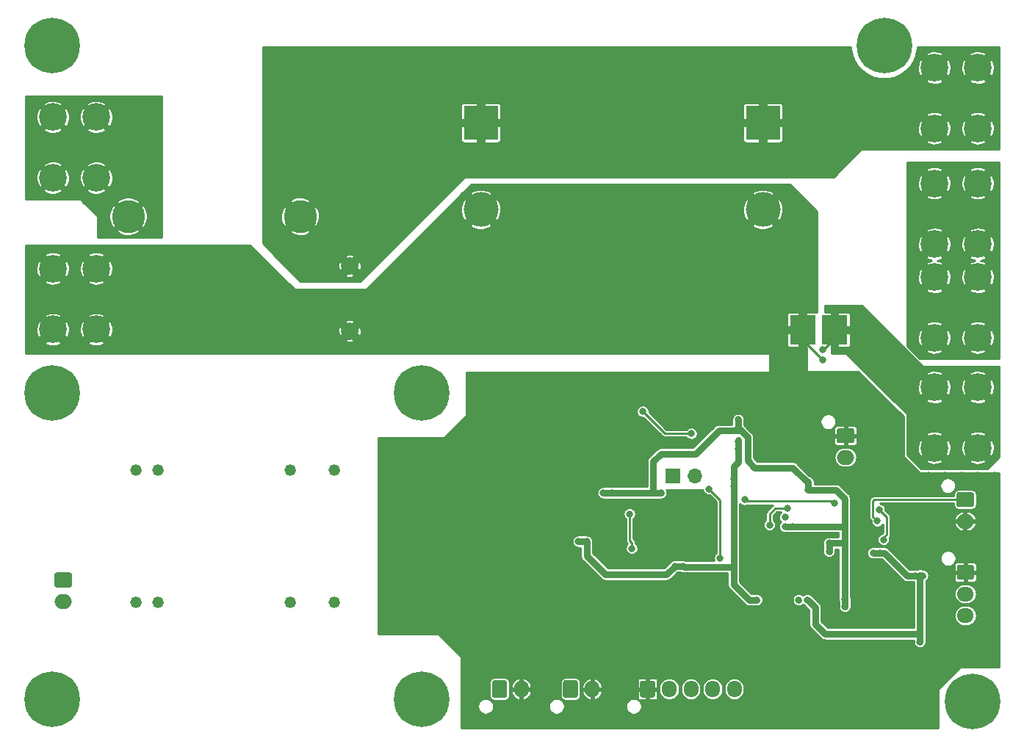
<source format=gbl>
G04 #@! TF.GenerationSoftware,KiCad,Pcbnew,(5.1.5)-3*
G04 #@! TF.CreationDate,2020-05-10T18:01:22+09:00*
G04 #@! TF.ProjectId,Current_Controller,43757272-656e-4745-9f43-6f6e74726f6c,rev?*
G04 #@! TF.SameCoordinates,Original*
G04 #@! TF.FileFunction,Copper,L2,Bot*
G04 #@! TF.FilePolarity,Positive*
%FSLAX46Y46*%
G04 Gerber Fmt 4.6, Leading zero omitted, Abs format (unit mm)*
G04 Created by KiCad (PCBNEW (5.1.5)-3) date 2020-05-10 18:01:22*
%MOMM*%
%LPD*%
G04 APERTURE LIST*
%ADD10C,2.000000*%
%ADD11C,1.320800*%
%ADD12C,0.800000*%
%ADD13C,6.400000*%
%ADD14C,3.800000*%
%ADD15R,2.997200X3.454400*%
%ADD16C,3.200000*%
%ADD17C,4.000000*%
%ADD18R,4.000000X4.000000*%
%ADD19O,1.950000X1.700000*%
%ADD20C,0.100000*%
%ADD21O,2.000000X1.700000*%
%ADD22O,1.700000X1.950000*%
%ADD23O,1.700000X2.000000*%
%ADD24O,1.700000X1.700000*%
%ADD25R,1.700000X1.700000*%
%ADD26C,0.250000*%
%ADD27C,0.800000*%
%ADD28C,0.254000*%
G04 APERTURE END LIST*
D10*
X57150000Y-43180000D03*
X57150000Y-50680000D03*
D11*
X32512000Y-81915000D03*
X35052000Y-81915000D03*
X50292000Y-81915000D03*
X55372000Y-81915000D03*
X55372000Y-66675000D03*
X50292000Y-66675000D03*
X35052000Y-66675000D03*
X32512000Y-66675000D03*
D12*
X67102056Y-56087944D03*
X65405000Y-55385000D03*
X63707944Y-56087944D03*
X63005000Y-57785000D03*
X63707944Y-59482056D03*
X65405000Y-60185000D03*
X67102056Y-59482056D03*
X67805000Y-57785000D03*
D13*
X65405000Y-57785000D03*
D12*
X67102056Y-91440000D03*
X65405000Y-90737056D03*
X63707944Y-91440000D03*
X63005000Y-93137056D03*
X63707944Y-94834112D03*
X65405000Y-95537056D03*
X67102056Y-94834112D03*
X67805000Y-93137056D03*
D13*
X65405000Y-93137056D03*
D12*
X24557056Y-56087944D03*
X22860000Y-55385000D03*
X21162944Y-56087944D03*
X20460000Y-57785000D03*
X21162944Y-59482056D03*
X22860000Y-60185000D03*
X24557056Y-59482056D03*
X25260000Y-57785000D03*
D13*
X22860000Y-57785000D03*
D14*
X31623000Y-37465000D03*
X51435000Y-37465000D03*
D12*
X120442056Y-16082944D03*
X118745000Y-15380000D03*
X117047944Y-16082944D03*
X116345000Y-17780000D03*
X117047944Y-19477056D03*
X118745000Y-20180000D03*
X120442056Y-19477056D03*
X121145000Y-17780000D03*
D13*
X118745000Y-17780000D03*
D12*
X130602056Y-91647944D03*
X128905000Y-90945000D03*
X127207944Y-91647944D03*
X126505000Y-93345000D03*
X127207944Y-95042056D03*
X128905000Y-95745000D03*
X130602056Y-95042056D03*
X131305000Y-93345000D03*
D13*
X128905000Y-93345000D03*
D12*
X24557056Y-91440000D03*
X22860000Y-90737056D03*
X21162944Y-91440000D03*
X20460000Y-93137056D03*
X21162944Y-94834112D03*
X22860000Y-95537056D03*
X24557056Y-94834112D03*
X25260000Y-93137056D03*
D13*
X22860000Y-93137056D03*
D12*
X24557056Y-16082944D03*
X22860000Y-15380000D03*
X21162944Y-16082944D03*
X20460000Y-17780000D03*
X21162944Y-19477056D03*
X22860000Y-20180000D03*
X24557056Y-19477056D03*
X25260000Y-17780000D03*
D13*
X22860000Y-17780000D03*
D15*
X113030000Y-50546000D03*
X109372400Y-50546000D03*
D16*
X124540000Y-64150000D03*
X129540000Y-57150000D03*
X129540000Y-64150000D03*
X124540000Y-57150000D03*
X124540000Y-51450000D03*
X129540000Y-44450000D03*
X129540000Y-51450000D03*
X124540000Y-44450000D03*
X124540000Y-40655000D03*
X129540000Y-33655000D03*
X129540000Y-40655000D03*
X124540000Y-33655000D03*
X124540000Y-27320000D03*
X129540000Y-20320000D03*
X129540000Y-27320000D03*
X124540000Y-20320000D03*
X22940000Y-50490000D03*
X27940000Y-43490000D03*
X27940000Y-50490000D03*
X22940000Y-43490000D03*
X22940000Y-33020000D03*
X27940000Y-26020000D03*
X27940000Y-33020000D03*
X22940000Y-26020000D03*
D17*
X72263000Y-36670000D03*
D18*
X72263000Y-26670000D03*
D17*
X104775000Y-36670000D03*
D18*
X104775000Y-26670000D03*
D19*
X128117600Y-83486000D03*
X128117600Y-80986000D03*
G04 #@! TA.AperFunction,ComponentPad*
D20*
G36*
X128867104Y-77637204D02*
G01*
X128891373Y-77640804D01*
X128915171Y-77646765D01*
X128938271Y-77655030D01*
X128960449Y-77665520D01*
X128981493Y-77678133D01*
X129001198Y-77692747D01*
X129019377Y-77709223D01*
X129035853Y-77727402D01*
X129050467Y-77747107D01*
X129063080Y-77768151D01*
X129073570Y-77790329D01*
X129081835Y-77813429D01*
X129087796Y-77837227D01*
X129091396Y-77861496D01*
X129092600Y-77886000D01*
X129092600Y-79086000D01*
X129091396Y-79110504D01*
X129087796Y-79134773D01*
X129081835Y-79158571D01*
X129073570Y-79181671D01*
X129063080Y-79203849D01*
X129050467Y-79224893D01*
X129035853Y-79244598D01*
X129019377Y-79262777D01*
X129001198Y-79279253D01*
X128981493Y-79293867D01*
X128960449Y-79306480D01*
X128938271Y-79316970D01*
X128915171Y-79325235D01*
X128891373Y-79331196D01*
X128867104Y-79334796D01*
X128842600Y-79336000D01*
X127392600Y-79336000D01*
X127368096Y-79334796D01*
X127343827Y-79331196D01*
X127320029Y-79325235D01*
X127296929Y-79316970D01*
X127274751Y-79306480D01*
X127253707Y-79293867D01*
X127234002Y-79279253D01*
X127215823Y-79262777D01*
X127199347Y-79244598D01*
X127184733Y-79224893D01*
X127172120Y-79203849D01*
X127161630Y-79181671D01*
X127153365Y-79158571D01*
X127147404Y-79134773D01*
X127143804Y-79110504D01*
X127142600Y-79086000D01*
X127142600Y-77886000D01*
X127143804Y-77861496D01*
X127147404Y-77837227D01*
X127153365Y-77813429D01*
X127161630Y-77790329D01*
X127172120Y-77768151D01*
X127184733Y-77747107D01*
X127199347Y-77727402D01*
X127215823Y-77709223D01*
X127234002Y-77692747D01*
X127253707Y-77678133D01*
X127274751Y-77665520D01*
X127296929Y-77655030D01*
X127320029Y-77646765D01*
X127343827Y-77640804D01*
X127368096Y-77637204D01*
X127392600Y-77636000D01*
X128842600Y-77636000D01*
X128867104Y-77637204D01*
G37*
G04 #@! TD.AperFunction*
D21*
X24130000Y-81875000D03*
G04 #@! TA.AperFunction,ComponentPad*
D20*
G36*
X24904504Y-78526204D02*
G01*
X24928773Y-78529804D01*
X24952571Y-78535765D01*
X24975671Y-78544030D01*
X24997849Y-78554520D01*
X25018893Y-78567133D01*
X25038598Y-78581747D01*
X25056777Y-78598223D01*
X25073253Y-78616402D01*
X25087867Y-78636107D01*
X25100480Y-78657151D01*
X25110970Y-78679329D01*
X25119235Y-78702429D01*
X25125196Y-78726227D01*
X25128796Y-78750496D01*
X25130000Y-78775000D01*
X25130000Y-79975000D01*
X25128796Y-79999504D01*
X25125196Y-80023773D01*
X25119235Y-80047571D01*
X25110970Y-80070671D01*
X25100480Y-80092849D01*
X25087867Y-80113893D01*
X25073253Y-80133598D01*
X25056777Y-80151777D01*
X25038598Y-80168253D01*
X25018893Y-80182867D01*
X24997849Y-80195480D01*
X24975671Y-80205970D01*
X24952571Y-80214235D01*
X24928773Y-80220196D01*
X24904504Y-80223796D01*
X24880000Y-80225000D01*
X23380000Y-80225000D01*
X23355496Y-80223796D01*
X23331227Y-80220196D01*
X23307429Y-80214235D01*
X23284329Y-80205970D01*
X23262151Y-80195480D01*
X23241107Y-80182867D01*
X23221402Y-80168253D01*
X23203223Y-80151777D01*
X23186747Y-80133598D01*
X23172133Y-80113893D01*
X23159520Y-80092849D01*
X23149030Y-80070671D01*
X23140765Y-80047571D01*
X23134804Y-80023773D01*
X23131204Y-79999504D01*
X23130000Y-79975000D01*
X23130000Y-78775000D01*
X23131204Y-78750496D01*
X23134804Y-78726227D01*
X23140765Y-78702429D01*
X23149030Y-78679329D01*
X23159520Y-78657151D01*
X23172133Y-78636107D01*
X23186747Y-78616402D01*
X23203223Y-78598223D01*
X23221402Y-78581747D01*
X23241107Y-78567133D01*
X23262151Y-78554520D01*
X23284329Y-78544030D01*
X23307429Y-78535765D01*
X23331227Y-78529804D01*
X23355496Y-78526204D01*
X23380000Y-78525000D01*
X24880000Y-78525000D01*
X24904504Y-78526204D01*
G37*
G04 #@! TD.AperFunction*
D21*
X114300000Y-65238000D03*
G04 #@! TA.AperFunction,ComponentPad*
D20*
G36*
X115074504Y-61889204D02*
G01*
X115098773Y-61892804D01*
X115122571Y-61898765D01*
X115145671Y-61907030D01*
X115167849Y-61917520D01*
X115188893Y-61930133D01*
X115208598Y-61944747D01*
X115226777Y-61961223D01*
X115243253Y-61979402D01*
X115257867Y-61999107D01*
X115270480Y-62020151D01*
X115280970Y-62042329D01*
X115289235Y-62065429D01*
X115295196Y-62089227D01*
X115298796Y-62113496D01*
X115300000Y-62138000D01*
X115300000Y-63338000D01*
X115298796Y-63362504D01*
X115295196Y-63386773D01*
X115289235Y-63410571D01*
X115280970Y-63433671D01*
X115270480Y-63455849D01*
X115257867Y-63476893D01*
X115243253Y-63496598D01*
X115226777Y-63514777D01*
X115208598Y-63531253D01*
X115188893Y-63545867D01*
X115167849Y-63558480D01*
X115145671Y-63568970D01*
X115122571Y-63577235D01*
X115098773Y-63583196D01*
X115074504Y-63586796D01*
X115050000Y-63588000D01*
X113550000Y-63588000D01*
X113525496Y-63586796D01*
X113501227Y-63583196D01*
X113477429Y-63577235D01*
X113454329Y-63568970D01*
X113432151Y-63558480D01*
X113411107Y-63545867D01*
X113391402Y-63531253D01*
X113373223Y-63514777D01*
X113356747Y-63496598D01*
X113342133Y-63476893D01*
X113329520Y-63455849D01*
X113319030Y-63433671D01*
X113310765Y-63410571D01*
X113304804Y-63386773D01*
X113301204Y-63362504D01*
X113300000Y-63338000D01*
X113300000Y-62138000D01*
X113301204Y-62113496D01*
X113304804Y-62089227D01*
X113310765Y-62065429D01*
X113319030Y-62042329D01*
X113329520Y-62020151D01*
X113342133Y-61999107D01*
X113356747Y-61979402D01*
X113373223Y-61961223D01*
X113391402Y-61944747D01*
X113411107Y-61930133D01*
X113432151Y-61917520D01*
X113454329Y-61907030D01*
X113477429Y-61898765D01*
X113501227Y-61892804D01*
X113525496Y-61889204D01*
X113550000Y-61888000D01*
X115050000Y-61888000D01*
X115074504Y-61889204D01*
G37*
G04 #@! TD.AperFunction*
D22*
X101480000Y-91948000D03*
X98980000Y-91948000D03*
X96480000Y-91948000D03*
X93980000Y-91948000D03*
G04 #@! TA.AperFunction,ComponentPad*
D20*
G36*
X92104504Y-90974204D02*
G01*
X92128773Y-90977804D01*
X92152571Y-90983765D01*
X92175671Y-90992030D01*
X92197849Y-91002520D01*
X92218893Y-91015133D01*
X92238598Y-91029747D01*
X92256777Y-91046223D01*
X92273253Y-91064402D01*
X92287867Y-91084107D01*
X92300480Y-91105151D01*
X92310970Y-91127329D01*
X92319235Y-91150429D01*
X92325196Y-91174227D01*
X92328796Y-91198496D01*
X92330000Y-91223000D01*
X92330000Y-92673000D01*
X92328796Y-92697504D01*
X92325196Y-92721773D01*
X92319235Y-92745571D01*
X92310970Y-92768671D01*
X92300480Y-92790849D01*
X92287867Y-92811893D01*
X92273253Y-92831598D01*
X92256777Y-92849777D01*
X92238598Y-92866253D01*
X92218893Y-92880867D01*
X92197849Y-92893480D01*
X92175671Y-92903970D01*
X92152571Y-92912235D01*
X92128773Y-92918196D01*
X92104504Y-92921796D01*
X92080000Y-92923000D01*
X90880000Y-92923000D01*
X90855496Y-92921796D01*
X90831227Y-92918196D01*
X90807429Y-92912235D01*
X90784329Y-92903970D01*
X90762151Y-92893480D01*
X90741107Y-92880867D01*
X90721402Y-92866253D01*
X90703223Y-92849777D01*
X90686747Y-92831598D01*
X90672133Y-92811893D01*
X90659520Y-92790849D01*
X90649030Y-92768671D01*
X90640765Y-92745571D01*
X90634804Y-92721773D01*
X90631204Y-92697504D01*
X90630000Y-92673000D01*
X90630000Y-91223000D01*
X90631204Y-91198496D01*
X90634804Y-91174227D01*
X90640765Y-91150429D01*
X90649030Y-91127329D01*
X90659520Y-91105151D01*
X90672133Y-91084107D01*
X90686747Y-91064402D01*
X90703223Y-91046223D01*
X90721402Y-91029747D01*
X90741107Y-91015133D01*
X90762151Y-91002520D01*
X90784329Y-90992030D01*
X90807429Y-90983765D01*
X90831227Y-90977804D01*
X90855496Y-90974204D01*
X90880000Y-90973000D01*
X92080000Y-90973000D01*
X92104504Y-90974204D01*
G37*
G04 #@! TD.AperFunction*
D23*
X85090000Y-91948000D03*
G04 #@! TA.AperFunction,ComponentPad*
D20*
G36*
X83214504Y-90949204D02*
G01*
X83238773Y-90952804D01*
X83262571Y-90958765D01*
X83285671Y-90967030D01*
X83307849Y-90977520D01*
X83328893Y-90990133D01*
X83348598Y-91004747D01*
X83366777Y-91021223D01*
X83383253Y-91039402D01*
X83397867Y-91059107D01*
X83410480Y-91080151D01*
X83420970Y-91102329D01*
X83429235Y-91125429D01*
X83435196Y-91149227D01*
X83438796Y-91173496D01*
X83440000Y-91198000D01*
X83440000Y-92698000D01*
X83438796Y-92722504D01*
X83435196Y-92746773D01*
X83429235Y-92770571D01*
X83420970Y-92793671D01*
X83410480Y-92815849D01*
X83397867Y-92836893D01*
X83383253Y-92856598D01*
X83366777Y-92874777D01*
X83348598Y-92891253D01*
X83328893Y-92905867D01*
X83307849Y-92918480D01*
X83285671Y-92928970D01*
X83262571Y-92937235D01*
X83238773Y-92943196D01*
X83214504Y-92946796D01*
X83190000Y-92948000D01*
X81990000Y-92948000D01*
X81965496Y-92946796D01*
X81941227Y-92943196D01*
X81917429Y-92937235D01*
X81894329Y-92928970D01*
X81872151Y-92918480D01*
X81851107Y-92905867D01*
X81831402Y-92891253D01*
X81813223Y-92874777D01*
X81796747Y-92856598D01*
X81782133Y-92836893D01*
X81769520Y-92815849D01*
X81759030Y-92793671D01*
X81750765Y-92770571D01*
X81744804Y-92746773D01*
X81741204Y-92722504D01*
X81740000Y-92698000D01*
X81740000Y-91198000D01*
X81741204Y-91173496D01*
X81744804Y-91149227D01*
X81750765Y-91125429D01*
X81759030Y-91102329D01*
X81769520Y-91080151D01*
X81782133Y-91059107D01*
X81796747Y-91039402D01*
X81813223Y-91021223D01*
X81831402Y-91004747D01*
X81851107Y-90990133D01*
X81872151Y-90977520D01*
X81894329Y-90967030D01*
X81917429Y-90958765D01*
X81941227Y-90952804D01*
X81965496Y-90949204D01*
X81990000Y-90948000D01*
X83190000Y-90948000D01*
X83214504Y-90949204D01*
G37*
G04 #@! TD.AperFunction*
D23*
X76922000Y-91948000D03*
G04 #@! TA.AperFunction,ComponentPad*
D20*
G36*
X75046504Y-90949204D02*
G01*
X75070773Y-90952804D01*
X75094571Y-90958765D01*
X75117671Y-90967030D01*
X75139849Y-90977520D01*
X75160893Y-90990133D01*
X75180598Y-91004747D01*
X75198777Y-91021223D01*
X75215253Y-91039402D01*
X75229867Y-91059107D01*
X75242480Y-91080151D01*
X75252970Y-91102329D01*
X75261235Y-91125429D01*
X75267196Y-91149227D01*
X75270796Y-91173496D01*
X75272000Y-91198000D01*
X75272000Y-92698000D01*
X75270796Y-92722504D01*
X75267196Y-92746773D01*
X75261235Y-92770571D01*
X75252970Y-92793671D01*
X75242480Y-92815849D01*
X75229867Y-92836893D01*
X75215253Y-92856598D01*
X75198777Y-92874777D01*
X75180598Y-92891253D01*
X75160893Y-92905867D01*
X75139849Y-92918480D01*
X75117671Y-92928970D01*
X75094571Y-92937235D01*
X75070773Y-92943196D01*
X75046504Y-92946796D01*
X75022000Y-92948000D01*
X73822000Y-92948000D01*
X73797496Y-92946796D01*
X73773227Y-92943196D01*
X73749429Y-92937235D01*
X73726329Y-92928970D01*
X73704151Y-92918480D01*
X73683107Y-92905867D01*
X73663402Y-92891253D01*
X73645223Y-92874777D01*
X73628747Y-92856598D01*
X73614133Y-92836893D01*
X73601520Y-92815849D01*
X73591030Y-92793671D01*
X73582765Y-92770571D01*
X73576804Y-92746773D01*
X73573204Y-92722504D01*
X73572000Y-92698000D01*
X73572000Y-91198000D01*
X73573204Y-91173496D01*
X73576804Y-91149227D01*
X73582765Y-91125429D01*
X73591030Y-91102329D01*
X73601520Y-91080151D01*
X73614133Y-91059107D01*
X73628747Y-91039402D01*
X73645223Y-91021223D01*
X73663402Y-91004747D01*
X73683107Y-90990133D01*
X73704151Y-90977520D01*
X73726329Y-90967030D01*
X73749429Y-90958765D01*
X73773227Y-90952804D01*
X73797496Y-90949204D01*
X73822000Y-90948000D01*
X75022000Y-90948000D01*
X75046504Y-90949204D01*
G37*
G04 #@! TD.AperFunction*
D21*
X128092200Y-72604000D03*
G04 #@! TA.AperFunction,ComponentPad*
D20*
G36*
X128866704Y-69255204D02*
G01*
X128890973Y-69258804D01*
X128914771Y-69264765D01*
X128937871Y-69273030D01*
X128960049Y-69283520D01*
X128981093Y-69296133D01*
X129000798Y-69310747D01*
X129018977Y-69327223D01*
X129035453Y-69345402D01*
X129050067Y-69365107D01*
X129062680Y-69386151D01*
X129073170Y-69408329D01*
X129081435Y-69431429D01*
X129087396Y-69455227D01*
X129090996Y-69479496D01*
X129092200Y-69504000D01*
X129092200Y-70704000D01*
X129090996Y-70728504D01*
X129087396Y-70752773D01*
X129081435Y-70776571D01*
X129073170Y-70799671D01*
X129062680Y-70821849D01*
X129050067Y-70842893D01*
X129035453Y-70862598D01*
X129018977Y-70880777D01*
X129000798Y-70897253D01*
X128981093Y-70911867D01*
X128960049Y-70924480D01*
X128937871Y-70934970D01*
X128914771Y-70943235D01*
X128890973Y-70949196D01*
X128866704Y-70952796D01*
X128842200Y-70954000D01*
X127342200Y-70954000D01*
X127317696Y-70952796D01*
X127293427Y-70949196D01*
X127269629Y-70943235D01*
X127246529Y-70934970D01*
X127224351Y-70924480D01*
X127203307Y-70911867D01*
X127183602Y-70897253D01*
X127165423Y-70880777D01*
X127148947Y-70862598D01*
X127134333Y-70842893D01*
X127121720Y-70821849D01*
X127111230Y-70799671D01*
X127102965Y-70776571D01*
X127097004Y-70752773D01*
X127093404Y-70728504D01*
X127092200Y-70704000D01*
X127092200Y-69504000D01*
X127093404Y-69479496D01*
X127097004Y-69455227D01*
X127102965Y-69431429D01*
X127111230Y-69408329D01*
X127121720Y-69386151D01*
X127134333Y-69365107D01*
X127148947Y-69345402D01*
X127165423Y-69327223D01*
X127183602Y-69310747D01*
X127203307Y-69296133D01*
X127224351Y-69283520D01*
X127246529Y-69273030D01*
X127269629Y-69264765D01*
X127293427Y-69258804D01*
X127317696Y-69255204D01*
X127342200Y-69254000D01*
X128842200Y-69254000D01*
X128866704Y-69255204D01*
G37*
G04 #@! TD.AperFunction*
D24*
X96901000Y-67373500D03*
D25*
X94361000Y-67373500D03*
D12*
X118186200Y-71272400D03*
X122301000Y-78867000D03*
X111696500Y-54038500D03*
X71120000Y-55880000D03*
X73660000Y-55880000D03*
X76200000Y-55880000D03*
X78740000Y-55880000D03*
X81280000Y-55880000D03*
X83820000Y-55880000D03*
X115570000Y-55880000D03*
X113538000Y-55880000D03*
X108712000Y-55880000D03*
X106680000Y-55880000D03*
X104140000Y-55880000D03*
X101600000Y-55880000D03*
X99060000Y-55880000D03*
X96520000Y-55880000D03*
X93980000Y-55880000D03*
X91440000Y-55880000D03*
X60960000Y-63500000D03*
X60960000Y-85090000D03*
X63500000Y-85090000D03*
X66040000Y-85090000D03*
X68834000Y-86614000D03*
X70485000Y-89535000D03*
X70485000Y-92075000D03*
X70485000Y-94615000D03*
X70485000Y-95885000D03*
X73025000Y-95885000D03*
X75565000Y-95885000D03*
X78105000Y-95885000D03*
X80645000Y-95885000D03*
X83185000Y-95885000D03*
X85725000Y-95885000D03*
X88265000Y-95885000D03*
X90805000Y-95885000D03*
X93345000Y-95885000D03*
X95885000Y-95885000D03*
X98425000Y-95885000D03*
X100965000Y-95885000D03*
X103505000Y-95885000D03*
X106045000Y-95885000D03*
X108585000Y-95885000D03*
X111125000Y-95885000D03*
X113665000Y-95885000D03*
X116205000Y-95885000D03*
X118745000Y-95885000D03*
X121285000Y-95885000D03*
X124460000Y-95885000D03*
X124460000Y-93345000D03*
X125730000Y-90170000D03*
X128905000Y-88900000D03*
X131445000Y-88900000D03*
X124460000Y-91440000D03*
X127000000Y-88900000D03*
X131445000Y-86360000D03*
X131445000Y-83820000D03*
X131445000Y-81280000D03*
X131445000Y-78740000D03*
X131445000Y-76200000D03*
X131445000Y-73660000D03*
X131445000Y-71120000D03*
X131445000Y-68580000D03*
X117475000Y-57785000D03*
X120015000Y-60325000D03*
X117475000Y-59055000D03*
X117475000Y-60325000D03*
X117475000Y-61595000D03*
X117475000Y-62865000D03*
X117475000Y-64135000D03*
X120015000Y-61595000D03*
X120015000Y-62865000D03*
X120015000Y-64135000D03*
X120015000Y-65405000D03*
X118745000Y-66675000D03*
X117475000Y-67945000D03*
X116205000Y-69215000D03*
X116840000Y-65405000D03*
X115570000Y-66675000D03*
X114300000Y-67945000D03*
X109982000Y-57531000D03*
X106172000Y-57658000D03*
X107442000Y-57658000D03*
X108712000Y-57658000D03*
X112268000Y-56388000D03*
X112268000Y-57658000D03*
X111760000Y-58674000D03*
X110998000Y-59436000D03*
X105156000Y-58166000D03*
X104648000Y-59436000D03*
X107188000Y-59944000D03*
X108458000Y-59944000D03*
X109728000Y-59944000D03*
X109982000Y-56388000D03*
X131445000Y-67310000D03*
X129540000Y-67310000D03*
X127635000Y-67310000D03*
X125730000Y-67310000D03*
X123825000Y-67310000D03*
X122555000Y-67310000D03*
X121285000Y-66040000D03*
X94742000Y-79248000D03*
X95631000Y-79248000D03*
X96520000Y-79248000D03*
X96520000Y-80137000D03*
X95631000Y-80137000D03*
X96520000Y-81026000D03*
X64770000Y-67310000D03*
X64770000Y-68580000D03*
X64770000Y-69850000D03*
X64770000Y-71120000D03*
X64770000Y-72390000D03*
X64770000Y-73660000D03*
X64770000Y-74930000D03*
X64770000Y-76200000D03*
X64770000Y-77470000D03*
X64770000Y-78740000D03*
X64770000Y-80010000D03*
X69850000Y-67310000D03*
X69850000Y-68580000D03*
X69850000Y-69850000D03*
X69850000Y-71120000D03*
X69850000Y-72390000D03*
X69850000Y-73660000D03*
X69850000Y-74930000D03*
X69850000Y-76200000D03*
X69850000Y-77470000D03*
X69850000Y-78740000D03*
X69850000Y-80010000D03*
X71120000Y-67310000D03*
X71120000Y-68580000D03*
X71120000Y-71120000D03*
X71120000Y-72390000D03*
X71120000Y-73660000D03*
X71120000Y-74930000D03*
X71120000Y-76200000D03*
X71120000Y-77470000D03*
X72390000Y-73660000D03*
X73660000Y-73660000D03*
X74930000Y-73660000D03*
X72390000Y-74930000D03*
X73660000Y-74930000D03*
X74930000Y-74930000D03*
X76200000Y-73660000D03*
X77470000Y-73660000D03*
X78740000Y-73660000D03*
X76200000Y-74930000D03*
X78740000Y-74930000D03*
X77470000Y-74930000D03*
X77470000Y-76200000D03*
X78740000Y-76200000D03*
X78740000Y-72390000D03*
X77470000Y-72390000D03*
X71120000Y-80010000D03*
X71120000Y-58420000D03*
X73660000Y-58420000D03*
X76200000Y-58420000D03*
X78740000Y-58420000D03*
X81280000Y-58420000D03*
X83820000Y-58420000D03*
X71120000Y-60960000D03*
X73660000Y-60960000D03*
X76200000Y-60960000D03*
X78740000Y-60960000D03*
X81280000Y-60960000D03*
X83820000Y-60960000D03*
X63500000Y-63500000D03*
X66040000Y-63500000D03*
X68580000Y-63500000D03*
X71120000Y-63500000D03*
X73660000Y-63500000D03*
X76200000Y-63500000D03*
X78740000Y-63500000D03*
X81280000Y-63500000D03*
X83820000Y-63500000D03*
X83820000Y-66040000D03*
X83820000Y-68580000D03*
X78740000Y-66040000D03*
X76200000Y-66040000D03*
X78740000Y-68580000D03*
X81280000Y-66040000D03*
X76200000Y-83820000D03*
X78740000Y-83820000D03*
X81280000Y-83820000D03*
X83820000Y-83820000D03*
X86360000Y-83820000D03*
X88900000Y-83820000D03*
X91440000Y-83820000D03*
X88900000Y-81280000D03*
X86360000Y-81280000D03*
X83820000Y-81280000D03*
X83820000Y-78740000D03*
X78740000Y-81280000D03*
X78740000Y-78740000D03*
X76200000Y-81280000D03*
X73660000Y-83820000D03*
X71120000Y-83820000D03*
X68580000Y-83820000D03*
X73660000Y-86360000D03*
X76200000Y-86360000D03*
X78740000Y-86360000D03*
X81280000Y-86360000D03*
X83820000Y-86360000D03*
X86360000Y-86360000D03*
X88900000Y-86360000D03*
X91440000Y-86360000D03*
X71120000Y-86360000D03*
X91440000Y-81280000D03*
X104140000Y-86360000D03*
X106680000Y-86360000D03*
X109220000Y-86360000D03*
X106680000Y-83820000D03*
X104140000Y-83820000D03*
X101600000Y-83820000D03*
X99060000Y-81280000D03*
X104140000Y-88900000D03*
X104140000Y-91440000D03*
X104140000Y-93980000D03*
X106680000Y-93980000D03*
X106680000Y-91440000D03*
X106680000Y-88900000D03*
X109220000Y-88900000D03*
X129540000Y-68580000D03*
X124460000Y-68580000D03*
X121920000Y-68580000D03*
X119380000Y-68580000D03*
X116230400Y-71120000D03*
X129540000Y-86360000D03*
X127000000Y-86360000D03*
X124460000Y-83820000D03*
X124460000Y-86360000D03*
X111760000Y-88900000D03*
X114300000Y-88900000D03*
X114300000Y-91440000D03*
X114300000Y-93980000D03*
X116840000Y-93980000D03*
X119380000Y-93980000D03*
X121920000Y-93980000D03*
X121920000Y-91440000D03*
X119380000Y-91440000D03*
X116840000Y-91440000D03*
X124460000Y-88900000D03*
X91440000Y-58420000D03*
X101600000Y-58420000D03*
X104140000Y-58420000D03*
X89535000Y-70485000D03*
X88265000Y-66421000D03*
X89281000Y-66421000D03*
X89281000Y-67310000D03*
X89281000Y-68262500D03*
X87630000Y-63500000D03*
X87630000Y-61595000D03*
X89535000Y-61595000D03*
X90932000Y-63754000D03*
X91948000Y-63754000D03*
X90932000Y-64770000D03*
X92964000Y-63754000D03*
X96774000Y-69342000D03*
X96774000Y-70358000D03*
X97790000Y-70358000D03*
X95504000Y-69342000D03*
X94488000Y-69342000D03*
X105410000Y-79502000D03*
X106426000Y-79502000D03*
X106426000Y-78486000D03*
X105410000Y-78486000D03*
X105410000Y-77470000D03*
X93726000Y-71628000D03*
X94742000Y-71628000D03*
X93726000Y-72644000D03*
X92964000Y-75184000D03*
X92964000Y-74168000D03*
X87503000Y-71882000D03*
X87503000Y-70866000D03*
X88392000Y-75692000D03*
X88392000Y-76708000D03*
X87376000Y-76708000D03*
X117957600Y-72593200D03*
X111760000Y-91440000D03*
X109220000Y-93980000D03*
X111760000Y-93980000D03*
X109220000Y-91440000D03*
X124460000Y-71120000D03*
X124460000Y-73660000D03*
X128270000Y-76200000D03*
X122148600Y-71145400D03*
X112776000Y-80010000D03*
X111760000Y-80010000D03*
X111760000Y-81026000D03*
X112776000Y-81026000D03*
X112776000Y-82042000D03*
X109220000Y-83820000D03*
X110744000Y-80010000D03*
X118668800Y-74726800D03*
X90932000Y-59944000D03*
X96520000Y-62484000D03*
X107632500Y-71120000D03*
X105537000Y-73025000D03*
X83502500Y-74930000D03*
X84455000Y-74930000D03*
X103187500Y-81661000D03*
X104076500Y-81661000D03*
X101917500Y-63373000D03*
X101917500Y-64262000D03*
X122872500Y-85598000D03*
X122872500Y-86487000D03*
X101409500Y-67691000D03*
X101409500Y-68580000D03*
X95567500Y-77787500D03*
X94615000Y-77787500D03*
X123190000Y-78867000D03*
X108902500Y-81661000D03*
X109855000Y-81661000D03*
X117475000Y-76263500D03*
X118300500Y-76263500D03*
X86360000Y-69342000D03*
X87376000Y-69342000D03*
X92138500Y-69342000D03*
X93027500Y-69342000D03*
X101930200Y-60883800D03*
X101930200Y-61772800D03*
X109982000Y-68072000D03*
X109982000Y-69024500D03*
X114236500Y-82423000D03*
X107315000Y-73215500D03*
X108204000Y-73215500D03*
X114236500Y-81597500D03*
X112395000Y-75120500D03*
X112395000Y-76073000D03*
X111696500Y-52832000D03*
X89408000Y-71755000D03*
X89662000Y-75755500D03*
X98552000Y-68897500D03*
X99822000Y-76835000D03*
X107315000Y-72136000D03*
X113030000Y-70485000D03*
X102679500Y-70104000D03*
D26*
X109372400Y-50546000D02*
X109372400Y-51206400D01*
X109372400Y-51714400D02*
X109372400Y-50546000D01*
X111696500Y-54038500D02*
X109372400Y-51714400D01*
X90932000Y-59944000D02*
X93345000Y-62357000D01*
X93472000Y-62484000D02*
X93345000Y-62357000D01*
X96520000Y-62484000D02*
X93472000Y-62484000D01*
X105537000Y-71755000D02*
X105537000Y-73025000D01*
X106172000Y-71120000D02*
X105537000Y-71755000D01*
X106172000Y-71120000D02*
X107632500Y-71120000D01*
D27*
X122872500Y-79184500D02*
X122872500Y-86487000D01*
X122872500Y-79184500D02*
X122872500Y-78803500D01*
X101409500Y-68580000D02*
X101409500Y-67691000D01*
X101409500Y-67691000D02*
X101409500Y-66294000D01*
X101917500Y-65786000D02*
X101917500Y-64135000D01*
X101409500Y-66294000D02*
X101917500Y-65786000D01*
X101917500Y-64135000D02*
X101917500Y-63246000D01*
X101409500Y-79883000D02*
X103187500Y-81661000D01*
X103187500Y-81661000D02*
X104076500Y-81661000D01*
X122872500Y-85598000D02*
X115997273Y-85598000D01*
X95567500Y-77787500D02*
X94615000Y-77787500D01*
X95631000Y-77851000D02*
X101409500Y-77851000D01*
X95567500Y-77787500D02*
X95631000Y-77851000D01*
X101409500Y-68580000D02*
X101409500Y-77851000D01*
X101409500Y-77851000D02*
X101409500Y-79883000D01*
X109918500Y-81661000D02*
X109855000Y-81661000D01*
X83502500Y-74930000D02*
X84455000Y-74930000D01*
X109918500Y-81661000D02*
X109950250Y-81692750D01*
X110807500Y-82550000D02*
X110807500Y-84455000D01*
X111950500Y-85598000D02*
X115997273Y-85598000D01*
X110807500Y-84455000D02*
X111950500Y-85598000D01*
X109950250Y-81692750D02*
X110807500Y-82550000D01*
X93662500Y-78740000D02*
X94615000Y-77787500D01*
X86614000Y-78740000D02*
X93662500Y-78740000D01*
X84455000Y-74930000D02*
X84455000Y-76581000D01*
X84455000Y-76581000D02*
X86614000Y-78740000D01*
X108902500Y-81661000D02*
X108902500Y-81661000D01*
X122301000Y-78867000D02*
X123190000Y-78867000D01*
X117475000Y-76263500D02*
X118300500Y-76263500D01*
X118300500Y-76263500D02*
X118783100Y-76263500D01*
X121386600Y-78867000D02*
X123190000Y-78867000D01*
X118783100Y-76263500D02*
X121386600Y-78867000D01*
X93027500Y-69342000D02*
X92138500Y-69342000D01*
X92138500Y-69342000D02*
X92138500Y-65722500D01*
X92138500Y-65722500D02*
X93027500Y-64833500D01*
X93027500Y-64833500D02*
X97028000Y-64833500D01*
X99695000Y-62166500D02*
X101917500Y-62166500D01*
X97028000Y-64833500D02*
X99695000Y-62166500D01*
X109982000Y-69024500D02*
X109982000Y-68072000D01*
X109982000Y-68072000D02*
X109855000Y-68072000D01*
X109855000Y-68072000D02*
X108204000Y-66421000D01*
X108204000Y-66421000D02*
X103822500Y-66421000D01*
X103822500Y-66421000D02*
X102997000Y-65595500D01*
X102252227Y-62166500D02*
X101917500Y-62166500D01*
X102997000Y-62911273D02*
X102252227Y-62166500D01*
X102997000Y-65595500D02*
X102997000Y-62911273D01*
X114236500Y-81597500D02*
X114236500Y-81597500D01*
X86360000Y-69342000D02*
X87376000Y-69342000D01*
X87376000Y-69342000D02*
X92138500Y-69342000D01*
X114236500Y-81597500D02*
X114236500Y-82423000D01*
X107315000Y-73215500D02*
X108204000Y-73215500D01*
X107823000Y-73215500D02*
X109239502Y-73215500D01*
X114173000Y-69977000D02*
X114173000Y-70929500D01*
X109982000Y-69024500D02*
X113220500Y-69024500D01*
X114173000Y-70929500D02*
X114173000Y-73215500D01*
X113220500Y-69024500D02*
X114173000Y-69977000D01*
X109239502Y-73215500D02*
X111696500Y-73215500D01*
X111696500Y-73215500D02*
X114173000Y-73215500D01*
X114236500Y-81597500D02*
X114173000Y-81534000D01*
X114173000Y-74041000D02*
X114173000Y-73215500D01*
D26*
X118668800Y-74726800D02*
X118668800Y-74498200D01*
X118668800Y-74498200D02*
X119049800Y-74117200D01*
X119049800Y-72136000D02*
X118186200Y-71272400D01*
X119049800Y-74117200D02*
X119049800Y-72136000D01*
D27*
X112395000Y-76073000D02*
X112395000Y-75120500D01*
X114160300Y-75120500D02*
X114173000Y-75133200D01*
X112395000Y-75120500D02*
X114160300Y-75120500D01*
X114173000Y-81534000D02*
X114173000Y-75133200D01*
X114173000Y-75133200D02*
X114173000Y-74041000D01*
X101930200Y-60883800D02*
X101930200Y-61772800D01*
X101930200Y-61844473D02*
X102252227Y-62166500D01*
X101930200Y-61772800D02*
X101930200Y-61844473D01*
D26*
X111696500Y-52832000D02*
X111760000Y-52832000D01*
X113030000Y-51562000D02*
X113030000Y-50546000D01*
X111760000Y-52832000D02*
X113030000Y-51562000D01*
X89408000Y-71501000D02*
X89408000Y-74803000D01*
X89408000Y-74803000D02*
X89662000Y-75057000D01*
X89662000Y-75057000D02*
X89662000Y-75755500D01*
X128092200Y-70104000D02*
X117602000Y-70104000D01*
X117461199Y-72096799D02*
X117957600Y-72593200D01*
X117461199Y-70244801D02*
X117461199Y-72096799D01*
X117602000Y-70104000D02*
X117461199Y-70244801D01*
X99822000Y-70167500D02*
X98552000Y-68897500D01*
X99822000Y-76835000D02*
X99822000Y-70167500D01*
X102679500Y-70167500D02*
X102679500Y-70167500D01*
X112839500Y-70294500D02*
X113030000Y-70485000D01*
X102679500Y-70104000D02*
X102870000Y-70294500D01*
X102870000Y-70294500D02*
X112839500Y-70294500D01*
D28*
G36*
X114910000Y-18157715D02*
G01*
X115057377Y-18898628D01*
X115346467Y-19596554D01*
X115766161Y-20224670D01*
X116300330Y-20758839D01*
X116928446Y-21178533D01*
X117626372Y-21467623D01*
X118367285Y-21615000D01*
X119122715Y-21615000D01*
X119863628Y-21467623D01*
X120561554Y-21178533D01*
X121189670Y-20758839D01*
X121709374Y-20239135D01*
X122605366Y-20239135D01*
X122626764Y-20618117D01*
X122721686Y-20985643D01*
X122783577Y-21135063D01*
X122991665Y-21340834D01*
X124012498Y-20320000D01*
X125067502Y-20320000D01*
X126088335Y-21340834D01*
X126296423Y-21135063D01*
X126421685Y-20776740D01*
X126474634Y-20400865D01*
X126465503Y-20239135D01*
X127605366Y-20239135D01*
X127626764Y-20618117D01*
X127721686Y-20985643D01*
X127783577Y-21135063D01*
X127991665Y-21340834D01*
X129012498Y-20320000D01*
X130067502Y-20320000D01*
X131088335Y-21340834D01*
X131296423Y-21135063D01*
X131421685Y-20776740D01*
X131474634Y-20400865D01*
X131453236Y-20021883D01*
X131358314Y-19654357D01*
X131296423Y-19504937D01*
X131088335Y-19299166D01*
X130067502Y-20320000D01*
X129012498Y-20320000D01*
X127991665Y-19299166D01*
X127783577Y-19504937D01*
X127658315Y-19863260D01*
X127605366Y-20239135D01*
X126465503Y-20239135D01*
X126453236Y-20021883D01*
X126358314Y-19654357D01*
X126296423Y-19504937D01*
X126088335Y-19299166D01*
X125067502Y-20320000D01*
X124012498Y-20320000D01*
X122991665Y-19299166D01*
X122783577Y-19504937D01*
X122658315Y-19863260D01*
X122605366Y-20239135D01*
X121709374Y-20239135D01*
X121723839Y-20224670D01*
X122143533Y-19596554D01*
X122432623Y-18898628D01*
X122457877Y-18771665D01*
X123519166Y-18771665D01*
X124540000Y-19792498D01*
X125560834Y-18771665D01*
X128519166Y-18771665D01*
X129540000Y-19792498D01*
X130560834Y-18771665D01*
X130355063Y-18563577D01*
X129996740Y-18438315D01*
X129620865Y-18385366D01*
X129241883Y-18406764D01*
X128874357Y-18501686D01*
X128724937Y-18563577D01*
X128519166Y-18771665D01*
X125560834Y-18771665D01*
X125355063Y-18563577D01*
X124996740Y-18438315D01*
X124620865Y-18385366D01*
X124241883Y-18406764D01*
X123874357Y-18501686D01*
X123724937Y-18563577D01*
X123519166Y-18771665D01*
X122457877Y-18771665D01*
X122580000Y-18157715D01*
X122580000Y-17907000D01*
X131953000Y-17907000D01*
X131953000Y-29718000D01*
X116205000Y-29718000D01*
X116180224Y-29720440D01*
X116156399Y-29727667D01*
X116134443Y-29739403D01*
X116115197Y-29755197D01*
X112977394Y-32893000D01*
X70485000Y-32893000D01*
X70460224Y-32895440D01*
X70436399Y-32902667D01*
X70414443Y-32914403D01*
X70395197Y-32930197D01*
X58367394Y-44958000D01*
X51487606Y-44958000D01*
X50818209Y-44288603D01*
X56568898Y-44288603D01*
X56699287Y-44434938D01*
X56952774Y-44498754D01*
X57213840Y-44511891D01*
X57472453Y-44473845D01*
X57600713Y-44434938D01*
X57731102Y-44288603D01*
X57150000Y-43707502D01*
X56568898Y-44288603D01*
X50818209Y-44288603D01*
X49773446Y-43243840D01*
X55818109Y-43243840D01*
X55856155Y-43502453D01*
X55895062Y-43630713D01*
X56041397Y-43761102D01*
X56622498Y-43180000D01*
X57677502Y-43180000D01*
X58258603Y-43761102D01*
X58404938Y-43630713D01*
X58468754Y-43377226D01*
X58481891Y-43116160D01*
X58443845Y-42857547D01*
X58404938Y-42729287D01*
X58258603Y-42598898D01*
X57677502Y-43180000D01*
X56622498Y-43180000D01*
X56041397Y-42598898D01*
X55895062Y-42729287D01*
X55831246Y-42982774D01*
X55818109Y-43243840D01*
X49773446Y-43243840D01*
X48601003Y-42071397D01*
X56568898Y-42071397D01*
X57150000Y-42652498D01*
X57731102Y-42071397D01*
X57600713Y-41925062D01*
X57347226Y-41861246D01*
X57086160Y-41848109D01*
X56827547Y-41886155D01*
X56699287Y-41925062D01*
X56568898Y-42071397D01*
X48601003Y-42071397D01*
X47117000Y-40587394D01*
X47117000Y-39230303D01*
X50197198Y-39230303D01*
X50439832Y-39469317D01*
X50849977Y-39624952D01*
X51282604Y-39697581D01*
X51721087Y-39684414D01*
X52148576Y-39585956D01*
X52430168Y-39469317D01*
X52672802Y-39230303D01*
X51435000Y-37992502D01*
X50197198Y-39230303D01*
X47117000Y-39230303D01*
X47117000Y-37312604D01*
X49202419Y-37312604D01*
X49215586Y-37751087D01*
X49314044Y-38178576D01*
X49430683Y-38460168D01*
X49669697Y-38702802D01*
X50907498Y-37465000D01*
X51962502Y-37465000D01*
X53200303Y-38702802D01*
X53439317Y-38460168D01*
X53594952Y-38050023D01*
X53667581Y-37617396D01*
X53654414Y-37178913D01*
X53555956Y-36751424D01*
X53439317Y-36469832D01*
X53200303Y-36227198D01*
X51962502Y-37465000D01*
X50907498Y-37465000D01*
X49669697Y-36227198D01*
X49430683Y-36469832D01*
X49275048Y-36879977D01*
X49202419Y-37312604D01*
X47117000Y-37312604D01*
X47117000Y-35699697D01*
X50197198Y-35699697D01*
X51435000Y-36937498D01*
X52672802Y-35699697D01*
X52430168Y-35460683D01*
X52020023Y-35305048D01*
X51587396Y-35232419D01*
X51148913Y-35245586D01*
X50721424Y-35344044D01*
X50439832Y-35460683D01*
X50197198Y-35699697D01*
X47117000Y-35699697D01*
X47117000Y-28670000D01*
X69934418Y-28670000D01*
X69940732Y-28734103D01*
X69959430Y-28795743D01*
X69989794Y-28852550D01*
X70030657Y-28902343D01*
X70080450Y-28943206D01*
X70137257Y-28973570D01*
X70198897Y-28992268D01*
X70263000Y-28998582D01*
X71808250Y-28997000D01*
X71890000Y-28915250D01*
X71890000Y-27043000D01*
X72636000Y-27043000D01*
X72636000Y-28915250D01*
X72717750Y-28997000D01*
X74263000Y-28998582D01*
X74327103Y-28992268D01*
X74388743Y-28973570D01*
X74445550Y-28943206D01*
X74495343Y-28902343D01*
X74536206Y-28852550D01*
X74566570Y-28795743D01*
X74585268Y-28734103D01*
X74591582Y-28670000D01*
X102446418Y-28670000D01*
X102452732Y-28734103D01*
X102471430Y-28795743D01*
X102501794Y-28852550D01*
X102542657Y-28902343D01*
X102592450Y-28943206D01*
X102649257Y-28973570D01*
X102710897Y-28992268D01*
X102775000Y-28998582D01*
X104320250Y-28997000D01*
X104402000Y-28915250D01*
X104402000Y-27043000D01*
X105148000Y-27043000D01*
X105148000Y-28915250D01*
X105229750Y-28997000D01*
X106775000Y-28998582D01*
X106839103Y-28992268D01*
X106900743Y-28973570D01*
X106957550Y-28943206D01*
X107007343Y-28902343D01*
X107035251Y-28868335D01*
X123519166Y-28868335D01*
X123724937Y-29076423D01*
X124083260Y-29201685D01*
X124459135Y-29254634D01*
X124838117Y-29233236D01*
X125205643Y-29138314D01*
X125355063Y-29076423D01*
X125560834Y-28868335D01*
X128519166Y-28868335D01*
X128724937Y-29076423D01*
X129083260Y-29201685D01*
X129459135Y-29254634D01*
X129838117Y-29233236D01*
X130205643Y-29138314D01*
X130355063Y-29076423D01*
X130560834Y-28868335D01*
X129540000Y-27847502D01*
X128519166Y-28868335D01*
X125560834Y-28868335D01*
X124540000Y-27847502D01*
X123519166Y-28868335D01*
X107035251Y-28868335D01*
X107048206Y-28852550D01*
X107078570Y-28795743D01*
X107097268Y-28734103D01*
X107103582Y-28670000D01*
X107102118Y-27239135D01*
X122605366Y-27239135D01*
X122626764Y-27618117D01*
X122721686Y-27985643D01*
X122783577Y-28135063D01*
X122991665Y-28340834D01*
X124012498Y-27320000D01*
X125067502Y-27320000D01*
X126088335Y-28340834D01*
X126296423Y-28135063D01*
X126421685Y-27776740D01*
X126474634Y-27400865D01*
X126465503Y-27239135D01*
X127605366Y-27239135D01*
X127626764Y-27618117D01*
X127721686Y-27985643D01*
X127783577Y-28135063D01*
X127991665Y-28340834D01*
X129012498Y-27320000D01*
X130067502Y-27320000D01*
X131088335Y-28340834D01*
X131296423Y-28135063D01*
X131421685Y-27776740D01*
X131474634Y-27400865D01*
X131453236Y-27021883D01*
X131358314Y-26654357D01*
X131296423Y-26504937D01*
X131088335Y-26299166D01*
X130067502Y-27320000D01*
X129012498Y-27320000D01*
X127991665Y-26299166D01*
X127783577Y-26504937D01*
X127658315Y-26863260D01*
X127605366Y-27239135D01*
X126465503Y-27239135D01*
X126453236Y-27021883D01*
X126358314Y-26654357D01*
X126296423Y-26504937D01*
X126088335Y-26299166D01*
X125067502Y-27320000D01*
X124012498Y-27320000D01*
X122991665Y-26299166D01*
X122783577Y-26504937D01*
X122658315Y-26863260D01*
X122605366Y-27239135D01*
X107102118Y-27239135D01*
X107102000Y-27124750D01*
X107020250Y-27043000D01*
X105148000Y-27043000D01*
X104402000Y-27043000D01*
X102529750Y-27043000D01*
X102448000Y-27124750D01*
X102446418Y-28670000D01*
X74591582Y-28670000D01*
X74590000Y-27124750D01*
X74508250Y-27043000D01*
X72636000Y-27043000D01*
X71890000Y-27043000D01*
X70017750Y-27043000D01*
X69936000Y-27124750D01*
X69934418Y-28670000D01*
X47117000Y-28670000D01*
X47117000Y-24670000D01*
X69934418Y-24670000D01*
X69936000Y-26215250D01*
X70017750Y-26297000D01*
X71890000Y-26297000D01*
X71890000Y-24424750D01*
X72636000Y-24424750D01*
X72636000Y-26297000D01*
X74508250Y-26297000D01*
X74590000Y-26215250D01*
X74591582Y-24670000D01*
X102446418Y-24670000D01*
X102448000Y-26215250D01*
X102529750Y-26297000D01*
X104402000Y-26297000D01*
X104402000Y-24424750D01*
X105148000Y-24424750D01*
X105148000Y-26297000D01*
X107020250Y-26297000D01*
X107102000Y-26215250D01*
X107102454Y-25771665D01*
X123519166Y-25771665D01*
X124540000Y-26792498D01*
X125560834Y-25771665D01*
X128519166Y-25771665D01*
X129540000Y-26792498D01*
X130560834Y-25771665D01*
X130355063Y-25563577D01*
X129996740Y-25438315D01*
X129620865Y-25385366D01*
X129241883Y-25406764D01*
X128874357Y-25501686D01*
X128724937Y-25563577D01*
X128519166Y-25771665D01*
X125560834Y-25771665D01*
X125355063Y-25563577D01*
X124996740Y-25438315D01*
X124620865Y-25385366D01*
X124241883Y-25406764D01*
X123874357Y-25501686D01*
X123724937Y-25563577D01*
X123519166Y-25771665D01*
X107102454Y-25771665D01*
X107103582Y-24670000D01*
X107097268Y-24605897D01*
X107078570Y-24544257D01*
X107048206Y-24487450D01*
X107007343Y-24437657D01*
X106957550Y-24396794D01*
X106900743Y-24366430D01*
X106839103Y-24347732D01*
X106775000Y-24341418D01*
X105229750Y-24343000D01*
X105148000Y-24424750D01*
X104402000Y-24424750D01*
X104320250Y-24343000D01*
X102775000Y-24341418D01*
X102710897Y-24347732D01*
X102649257Y-24366430D01*
X102592450Y-24396794D01*
X102542657Y-24437657D01*
X102501794Y-24487450D01*
X102471430Y-24544257D01*
X102452732Y-24605897D01*
X102446418Y-24670000D01*
X74591582Y-24670000D01*
X74585268Y-24605897D01*
X74566570Y-24544257D01*
X74536206Y-24487450D01*
X74495343Y-24437657D01*
X74445550Y-24396794D01*
X74388743Y-24366430D01*
X74327103Y-24347732D01*
X74263000Y-24341418D01*
X72717750Y-24343000D01*
X72636000Y-24424750D01*
X71890000Y-24424750D01*
X71808250Y-24343000D01*
X70263000Y-24341418D01*
X70198897Y-24347732D01*
X70137257Y-24366430D01*
X70080450Y-24396794D01*
X70030657Y-24437657D01*
X69989794Y-24487450D01*
X69959430Y-24544257D01*
X69940732Y-24605897D01*
X69934418Y-24670000D01*
X47117000Y-24670000D01*
X47117000Y-21868335D01*
X123519166Y-21868335D01*
X123724937Y-22076423D01*
X124083260Y-22201685D01*
X124459135Y-22254634D01*
X124838117Y-22233236D01*
X125205643Y-22138314D01*
X125355063Y-22076423D01*
X125560834Y-21868335D01*
X128519166Y-21868335D01*
X128724937Y-22076423D01*
X129083260Y-22201685D01*
X129459135Y-22254634D01*
X129838117Y-22233236D01*
X130205643Y-22138314D01*
X130355063Y-22076423D01*
X130560834Y-21868335D01*
X129540000Y-20847502D01*
X128519166Y-21868335D01*
X125560834Y-21868335D01*
X124540000Y-20847502D01*
X123519166Y-21868335D01*
X47117000Y-21868335D01*
X47117000Y-17907000D01*
X114910000Y-17907000D01*
X114910000Y-18157715D01*
G37*
X114910000Y-18157715D02*
X115057377Y-18898628D01*
X115346467Y-19596554D01*
X115766161Y-20224670D01*
X116300330Y-20758839D01*
X116928446Y-21178533D01*
X117626372Y-21467623D01*
X118367285Y-21615000D01*
X119122715Y-21615000D01*
X119863628Y-21467623D01*
X120561554Y-21178533D01*
X121189670Y-20758839D01*
X121709374Y-20239135D01*
X122605366Y-20239135D01*
X122626764Y-20618117D01*
X122721686Y-20985643D01*
X122783577Y-21135063D01*
X122991665Y-21340834D01*
X124012498Y-20320000D01*
X125067502Y-20320000D01*
X126088335Y-21340834D01*
X126296423Y-21135063D01*
X126421685Y-20776740D01*
X126474634Y-20400865D01*
X126465503Y-20239135D01*
X127605366Y-20239135D01*
X127626764Y-20618117D01*
X127721686Y-20985643D01*
X127783577Y-21135063D01*
X127991665Y-21340834D01*
X129012498Y-20320000D01*
X130067502Y-20320000D01*
X131088335Y-21340834D01*
X131296423Y-21135063D01*
X131421685Y-20776740D01*
X131474634Y-20400865D01*
X131453236Y-20021883D01*
X131358314Y-19654357D01*
X131296423Y-19504937D01*
X131088335Y-19299166D01*
X130067502Y-20320000D01*
X129012498Y-20320000D01*
X127991665Y-19299166D01*
X127783577Y-19504937D01*
X127658315Y-19863260D01*
X127605366Y-20239135D01*
X126465503Y-20239135D01*
X126453236Y-20021883D01*
X126358314Y-19654357D01*
X126296423Y-19504937D01*
X126088335Y-19299166D01*
X125067502Y-20320000D01*
X124012498Y-20320000D01*
X122991665Y-19299166D01*
X122783577Y-19504937D01*
X122658315Y-19863260D01*
X122605366Y-20239135D01*
X121709374Y-20239135D01*
X121723839Y-20224670D01*
X122143533Y-19596554D01*
X122432623Y-18898628D01*
X122457877Y-18771665D01*
X123519166Y-18771665D01*
X124540000Y-19792498D01*
X125560834Y-18771665D01*
X128519166Y-18771665D01*
X129540000Y-19792498D01*
X130560834Y-18771665D01*
X130355063Y-18563577D01*
X129996740Y-18438315D01*
X129620865Y-18385366D01*
X129241883Y-18406764D01*
X128874357Y-18501686D01*
X128724937Y-18563577D01*
X128519166Y-18771665D01*
X125560834Y-18771665D01*
X125355063Y-18563577D01*
X124996740Y-18438315D01*
X124620865Y-18385366D01*
X124241883Y-18406764D01*
X123874357Y-18501686D01*
X123724937Y-18563577D01*
X123519166Y-18771665D01*
X122457877Y-18771665D01*
X122580000Y-18157715D01*
X122580000Y-17907000D01*
X131953000Y-17907000D01*
X131953000Y-29718000D01*
X116205000Y-29718000D01*
X116180224Y-29720440D01*
X116156399Y-29727667D01*
X116134443Y-29739403D01*
X116115197Y-29755197D01*
X112977394Y-32893000D01*
X70485000Y-32893000D01*
X70460224Y-32895440D01*
X70436399Y-32902667D01*
X70414443Y-32914403D01*
X70395197Y-32930197D01*
X58367394Y-44958000D01*
X51487606Y-44958000D01*
X50818209Y-44288603D01*
X56568898Y-44288603D01*
X56699287Y-44434938D01*
X56952774Y-44498754D01*
X57213840Y-44511891D01*
X57472453Y-44473845D01*
X57600713Y-44434938D01*
X57731102Y-44288603D01*
X57150000Y-43707502D01*
X56568898Y-44288603D01*
X50818209Y-44288603D01*
X49773446Y-43243840D01*
X55818109Y-43243840D01*
X55856155Y-43502453D01*
X55895062Y-43630713D01*
X56041397Y-43761102D01*
X56622498Y-43180000D01*
X57677502Y-43180000D01*
X58258603Y-43761102D01*
X58404938Y-43630713D01*
X58468754Y-43377226D01*
X58481891Y-43116160D01*
X58443845Y-42857547D01*
X58404938Y-42729287D01*
X58258603Y-42598898D01*
X57677502Y-43180000D01*
X56622498Y-43180000D01*
X56041397Y-42598898D01*
X55895062Y-42729287D01*
X55831246Y-42982774D01*
X55818109Y-43243840D01*
X49773446Y-43243840D01*
X48601003Y-42071397D01*
X56568898Y-42071397D01*
X57150000Y-42652498D01*
X57731102Y-42071397D01*
X57600713Y-41925062D01*
X57347226Y-41861246D01*
X57086160Y-41848109D01*
X56827547Y-41886155D01*
X56699287Y-41925062D01*
X56568898Y-42071397D01*
X48601003Y-42071397D01*
X47117000Y-40587394D01*
X47117000Y-39230303D01*
X50197198Y-39230303D01*
X50439832Y-39469317D01*
X50849977Y-39624952D01*
X51282604Y-39697581D01*
X51721087Y-39684414D01*
X52148576Y-39585956D01*
X52430168Y-39469317D01*
X52672802Y-39230303D01*
X51435000Y-37992502D01*
X50197198Y-39230303D01*
X47117000Y-39230303D01*
X47117000Y-37312604D01*
X49202419Y-37312604D01*
X49215586Y-37751087D01*
X49314044Y-38178576D01*
X49430683Y-38460168D01*
X49669697Y-38702802D01*
X50907498Y-37465000D01*
X51962502Y-37465000D01*
X53200303Y-38702802D01*
X53439317Y-38460168D01*
X53594952Y-38050023D01*
X53667581Y-37617396D01*
X53654414Y-37178913D01*
X53555956Y-36751424D01*
X53439317Y-36469832D01*
X53200303Y-36227198D01*
X51962502Y-37465000D01*
X50907498Y-37465000D01*
X49669697Y-36227198D01*
X49430683Y-36469832D01*
X49275048Y-36879977D01*
X49202419Y-37312604D01*
X47117000Y-37312604D01*
X47117000Y-35699697D01*
X50197198Y-35699697D01*
X51435000Y-36937498D01*
X52672802Y-35699697D01*
X52430168Y-35460683D01*
X52020023Y-35305048D01*
X51587396Y-35232419D01*
X51148913Y-35245586D01*
X50721424Y-35344044D01*
X50439832Y-35460683D01*
X50197198Y-35699697D01*
X47117000Y-35699697D01*
X47117000Y-28670000D01*
X69934418Y-28670000D01*
X69940732Y-28734103D01*
X69959430Y-28795743D01*
X69989794Y-28852550D01*
X70030657Y-28902343D01*
X70080450Y-28943206D01*
X70137257Y-28973570D01*
X70198897Y-28992268D01*
X70263000Y-28998582D01*
X71808250Y-28997000D01*
X71890000Y-28915250D01*
X71890000Y-27043000D01*
X72636000Y-27043000D01*
X72636000Y-28915250D01*
X72717750Y-28997000D01*
X74263000Y-28998582D01*
X74327103Y-28992268D01*
X74388743Y-28973570D01*
X74445550Y-28943206D01*
X74495343Y-28902343D01*
X74536206Y-28852550D01*
X74566570Y-28795743D01*
X74585268Y-28734103D01*
X74591582Y-28670000D01*
X102446418Y-28670000D01*
X102452732Y-28734103D01*
X102471430Y-28795743D01*
X102501794Y-28852550D01*
X102542657Y-28902343D01*
X102592450Y-28943206D01*
X102649257Y-28973570D01*
X102710897Y-28992268D01*
X102775000Y-28998582D01*
X104320250Y-28997000D01*
X104402000Y-28915250D01*
X104402000Y-27043000D01*
X105148000Y-27043000D01*
X105148000Y-28915250D01*
X105229750Y-28997000D01*
X106775000Y-28998582D01*
X106839103Y-28992268D01*
X106900743Y-28973570D01*
X106957550Y-28943206D01*
X107007343Y-28902343D01*
X107035251Y-28868335D01*
X123519166Y-28868335D01*
X123724937Y-29076423D01*
X124083260Y-29201685D01*
X124459135Y-29254634D01*
X124838117Y-29233236D01*
X125205643Y-29138314D01*
X125355063Y-29076423D01*
X125560834Y-28868335D01*
X128519166Y-28868335D01*
X128724937Y-29076423D01*
X129083260Y-29201685D01*
X129459135Y-29254634D01*
X129838117Y-29233236D01*
X130205643Y-29138314D01*
X130355063Y-29076423D01*
X130560834Y-28868335D01*
X129540000Y-27847502D01*
X128519166Y-28868335D01*
X125560834Y-28868335D01*
X124540000Y-27847502D01*
X123519166Y-28868335D01*
X107035251Y-28868335D01*
X107048206Y-28852550D01*
X107078570Y-28795743D01*
X107097268Y-28734103D01*
X107103582Y-28670000D01*
X107102118Y-27239135D01*
X122605366Y-27239135D01*
X122626764Y-27618117D01*
X122721686Y-27985643D01*
X122783577Y-28135063D01*
X122991665Y-28340834D01*
X124012498Y-27320000D01*
X125067502Y-27320000D01*
X126088335Y-28340834D01*
X126296423Y-28135063D01*
X126421685Y-27776740D01*
X126474634Y-27400865D01*
X126465503Y-27239135D01*
X127605366Y-27239135D01*
X127626764Y-27618117D01*
X127721686Y-27985643D01*
X127783577Y-28135063D01*
X127991665Y-28340834D01*
X129012498Y-27320000D01*
X130067502Y-27320000D01*
X131088335Y-28340834D01*
X131296423Y-28135063D01*
X131421685Y-27776740D01*
X131474634Y-27400865D01*
X131453236Y-27021883D01*
X131358314Y-26654357D01*
X131296423Y-26504937D01*
X131088335Y-26299166D01*
X130067502Y-27320000D01*
X129012498Y-27320000D01*
X127991665Y-26299166D01*
X127783577Y-26504937D01*
X127658315Y-26863260D01*
X127605366Y-27239135D01*
X126465503Y-27239135D01*
X126453236Y-27021883D01*
X126358314Y-26654357D01*
X126296423Y-26504937D01*
X126088335Y-26299166D01*
X125067502Y-27320000D01*
X124012498Y-27320000D01*
X122991665Y-26299166D01*
X122783577Y-26504937D01*
X122658315Y-26863260D01*
X122605366Y-27239135D01*
X107102118Y-27239135D01*
X107102000Y-27124750D01*
X107020250Y-27043000D01*
X105148000Y-27043000D01*
X104402000Y-27043000D01*
X102529750Y-27043000D01*
X102448000Y-27124750D01*
X102446418Y-28670000D01*
X74591582Y-28670000D01*
X74590000Y-27124750D01*
X74508250Y-27043000D01*
X72636000Y-27043000D01*
X71890000Y-27043000D01*
X70017750Y-27043000D01*
X69936000Y-27124750D01*
X69934418Y-28670000D01*
X47117000Y-28670000D01*
X47117000Y-24670000D01*
X69934418Y-24670000D01*
X69936000Y-26215250D01*
X70017750Y-26297000D01*
X71890000Y-26297000D01*
X71890000Y-24424750D01*
X72636000Y-24424750D01*
X72636000Y-26297000D01*
X74508250Y-26297000D01*
X74590000Y-26215250D01*
X74591582Y-24670000D01*
X102446418Y-24670000D01*
X102448000Y-26215250D01*
X102529750Y-26297000D01*
X104402000Y-26297000D01*
X104402000Y-24424750D01*
X105148000Y-24424750D01*
X105148000Y-26297000D01*
X107020250Y-26297000D01*
X107102000Y-26215250D01*
X107102454Y-25771665D01*
X123519166Y-25771665D01*
X124540000Y-26792498D01*
X125560834Y-25771665D01*
X128519166Y-25771665D01*
X129540000Y-26792498D01*
X130560834Y-25771665D01*
X130355063Y-25563577D01*
X129996740Y-25438315D01*
X129620865Y-25385366D01*
X129241883Y-25406764D01*
X128874357Y-25501686D01*
X128724937Y-25563577D01*
X128519166Y-25771665D01*
X125560834Y-25771665D01*
X125355063Y-25563577D01*
X124996740Y-25438315D01*
X124620865Y-25385366D01*
X124241883Y-25406764D01*
X123874357Y-25501686D01*
X123724937Y-25563577D01*
X123519166Y-25771665D01*
X107102454Y-25771665D01*
X107103582Y-24670000D01*
X107097268Y-24605897D01*
X107078570Y-24544257D01*
X107048206Y-24487450D01*
X107007343Y-24437657D01*
X106957550Y-24396794D01*
X106900743Y-24366430D01*
X106839103Y-24347732D01*
X106775000Y-24341418D01*
X105229750Y-24343000D01*
X105148000Y-24424750D01*
X104402000Y-24424750D01*
X104320250Y-24343000D01*
X102775000Y-24341418D01*
X102710897Y-24347732D01*
X102649257Y-24366430D01*
X102592450Y-24396794D01*
X102542657Y-24437657D01*
X102501794Y-24487450D01*
X102471430Y-24544257D01*
X102452732Y-24605897D01*
X102446418Y-24670000D01*
X74591582Y-24670000D01*
X74585268Y-24605897D01*
X74566570Y-24544257D01*
X74536206Y-24487450D01*
X74495343Y-24437657D01*
X74445550Y-24396794D01*
X74388743Y-24366430D01*
X74327103Y-24347732D01*
X74263000Y-24341418D01*
X72717750Y-24343000D01*
X72636000Y-24424750D01*
X71890000Y-24424750D01*
X71808250Y-24343000D01*
X70263000Y-24341418D01*
X70198897Y-24347732D01*
X70137257Y-24366430D01*
X70080450Y-24396794D01*
X70030657Y-24437657D01*
X69989794Y-24487450D01*
X69959430Y-24544257D01*
X69940732Y-24605897D01*
X69934418Y-24670000D01*
X47117000Y-24670000D01*
X47117000Y-21868335D01*
X123519166Y-21868335D01*
X123724937Y-22076423D01*
X124083260Y-22201685D01*
X124459135Y-22254634D01*
X124838117Y-22233236D01*
X125205643Y-22138314D01*
X125355063Y-22076423D01*
X125560834Y-21868335D01*
X128519166Y-21868335D01*
X128724937Y-22076423D01*
X129083260Y-22201685D01*
X129459135Y-22254634D01*
X129838117Y-22233236D01*
X130205643Y-22138314D01*
X130355063Y-22076423D01*
X130560834Y-21868335D01*
X129540000Y-20847502D01*
X128519166Y-21868335D01*
X125560834Y-21868335D01*
X124540000Y-20847502D01*
X123519166Y-21868335D01*
X47117000Y-21868335D01*
X47117000Y-17907000D01*
X114910000Y-17907000D01*
X114910000Y-18157715D01*
G36*
X110998000Y-36882606D02*
G01*
X110998000Y-48515902D01*
X110996743Y-48515230D01*
X110935103Y-48496532D01*
X110871000Y-48490218D01*
X109827150Y-48491800D01*
X109745400Y-48573550D01*
X109745400Y-50173000D01*
X109765400Y-50173000D01*
X109765400Y-50919000D01*
X109745400Y-50919000D01*
X109745400Y-52518450D01*
X109791500Y-52564550D01*
X109791500Y-53213000D01*
X19812000Y-53213000D01*
X19812000Y-52038335D01*
X21919166Y-52038335D01*
X22124937Y-52246423D01*
X22483260Y-52371685D01*
X22859135Y-52424634D01*
X23238117Y-52403236D01*
X23605643Y-52308314D01*
X23755063Y-52246423D01*
X23960834Y-52038335D01*
X26919166Y-52038335D01*
X27124937Y-52246423D01*
X27483260Y-52371685D01*
X27859135Y-52424634D01*
X28238117Y-52403236D01*
X28605643Y-52308314D01*
X28690416Y-52273200D01*
X107545218Y-52273200D01*
X107551532Y-52337303D01*
X107570230Y-52398943D01*
X107600594Y-52455750D01*
X107641457Y-52505543D01*
X107691250Y-52546406D01*
X107748057Y-52576770D01*
X107809697Y-52595468D01*
X107873800Y-52601782D01*
X108917650Y-52600200D01*
X108999400Y-52518450D01*
X108999400Y-50919000D01*
X107628550Y-50919000D01*
X107546800Y-51000750D01*
X107545218Y-52273200D01*
X28690416Y-52273200D01*
X28755063Y-52246423D01*
X28960834Y-52038335D01*
X28711102Y-51788603D01*
X56568898Y-51788603D01*
X56699287Y-51934938D01*
X56952774Y-51998754D01*
X57213840Y-52011891D01*
X57472453Y-51973845D01*
X57600713Y-51934938D01*
X57731102Y-51788603D01*
X57150000Y-51207502D01*
X56568898Y-51788603D01*
X28711102Y-51788603D01*
X27940000Y-51017502D01*
X26919166Y-52038335D01*
X23960834Y-52038335D01*
X22940000Y-51017502D01*
X21919166Y-52038335D01*
X19812000Y-52038335D01*
X19812000Y-50409135D01*
X21005366Y-50409135D01*
X21026764Y-50788117D01*
X21121686Y-51155643D01*
X21183577Y-51305063D01*
X21391665Y-51510834D01*
X22412498Y-50490000D01*
X23467502Y-50490000D01*
X24488335Y-51510834D01*
X24696423Y-51305063D01*
X24821685Y-50946740D01*
X24874634Y-50570865D01*
X24865503Y-50409135D01*
X26005366Y-50409135D01*
X26026764Y-50788117D01*
X26121686Y-51155643D01*
X26183577Y-51305063D01*
X26391665Y-51510834D01*
X27412498Y-50490000D01*
X28467502Y-50490000D01*
X29488335Y-51510834D01*
X29696423Y-51305063D01*
X29821685Y-50946740D01*
X29850267Y-50743840D01*
X55818109Y-50743840D01*
X55856155Y-51002453D01*
X55895062Y-51130713D01*
X56041397Y-51261102D01*
X56622498Y-50680000D01*
X57677502Y-50680000D01*
X58258603Y-51261102D01*
X58404938Y-51130713D01*
X58468754Y-50877226D01*
X58481891Y-50616160D01*
X58443845Y-50357547D01*
X58404938Y-50229287D01*
X58258603Y-50098898D01*
X57677502Y-50680000D01*
X56622498Y-50680000D01*
X56041397Y-50098898D01*
X55895062Y-50229287D01*
X55831246Y-50482774D01*
X55818109Y-50743840D01*
X29850267Y-50743840D01*
X29874634Y-50570865D01*
X29853236Y-50191883D01*
X29758314Y-49824357D01*
X29696423Y-49674937D01*
X29591718Y-49571397D01*
X56568898Y-49571397D01*
X57150000Y-50152498D01*
X57731102Y-49571397D01*
X57600713Y-49425062D01*
X57347226Y-49361246D01*
X57086160Y-49348109D01*
X56827547Y-49386155D01*
X56699287Y-49425062D01*
X56568898Y-49571397D01*
X29591718Y-49571397D01*
X29488335Y-49469166D01*
X28467502Y-50490000D01*
X27412498Y-50490000D01*
X26391665Y-49469166D01*
X26183577Y-49674937D01*
X26058315Y-50033260D01*
X26005366Y-50409135D01*
X24865503Y-50409135D01*
X24853236Y-50191883D01*
X24758314Y-49824357D01*
X24696423Y-49674937D01*
X24488335Y-49469166D01*
X23467502Y-50490000D01*
X22412498Y-50490000D01*
X21391665Y-49469166D01*
X21183577Y-49674937D01*
X21058315Y-50033260D01*
X21005366Y-50409135D01*
X19812000Y-50409135D01*
X19812000Y-48941665D01*
X21919166Y-48941665D01*
X22940000Y-49962498D01*
X23960834Y-48941665D01*
X26919166Y-48941665D01*
X27940000Y-49962498D01*
X28960834Y-48941665D01*
X28839338Y-48818800D01*
X107545218Y-48818800D01*
X107546800Y-50091250D01*
X107628550Y-50173000D01*
X108999400Y-50173000D01*
X108999400Y-48573550D01*
X108917650Y-48491800D01*
X107873800Y-48490218D01*
X107809697Y-48496532D01*
X107748057Y-48515230D01*
X107691250Y-48545594D01*
X107641457Y-48586457D01*
X107600594Y-48636250D01*
X107570230Y-48693057D01*
X107551532Y-48754697D01*
X107545218Y-48818800D01*
X28839338Y-48818800D01*
X28755063Y-48733577D01*
X28396740Y-48608315D01*
X28020865Y-48555366D01*
X27641883Y-48576764D01*
X27274357Y-48671686D01*
X27124937Y-48733577D01*
X26919166Y-48941665D01*
X23960834Y-48941665D01*
X23755063Y-48733577D01*
X23396740Y-48608315D01*
X23020865Y-48555366D01*
X22641883Y-48576764D01*
X22274357Y-48671686D01*
X22124937Y-48733577D01*
X21919166Y-48941665D01*
X19812000Y-48941665D01*
X19812000Y-45038335D01*
X21919166Y-45038335D01*
X22124937Y-45246423D01*
X22483260Y-45371685D01*
X22859135Y-45424634D01*
X23238117Y-45403236D01*
X23605643Y-45308314D01*
X23755063Y-45246423D01*
X23960834Y-45038335D01*
X26919166Y-45038335D01*
X27124937Y-45246423D01*
X27483260Y-45371685D01*
X27859135Y-45424634D01*
X28238117Y-45403236D01*
X28605643Y-45308314D01*
X28755063Y-45246423D01*
X28960834Y-45038335D01*
X27940000Y-44017502D01*
X26919166Y-45038335D01*
X23960834Y-45038335D01*
X22940000Y-44017502D01*
X21919166Y-45038335D01*
X19812000Y-45038335D01*
X19812000Y-43409135D01*
X21005366Y-43409135D01*
X21026764Y-43788117D01*
X21121686Y-44155643D01*
X21183577Y-44305063D01*
X21391665Y-44510834D01*
X22412498Y-43490000D01*
X23467502Y-43490000D01*
X24488335Y-44510834D01*
X24696423Y-44305063D01*
X24821685Y-43946740D01*
X24874634Y-43570865D01*
X24865503Y-43409135D01*
X26005366Y-43409135D01*
X26026764Y-43788117D01*
X26121686Y-44155643D01*
X26183577Y-44305063D01*
X26391665Y-44510834D01*
X27412498Y-43490000D01*
X28467502Y-43490000D01*
X29488335Y-44510834D01*
X29696423Y-44305063D01*
X29821685Y-43946740D01*
X29874634Y-43570865D01*
X29853236Y-43191883D01*
X29758314Y-42824357D01*
X29696423Y-42674937D01*
X29488335Y-42469166D01*
X28467502Y-43490000D01*
X27412498Y-43490000D01*
X26391665Y-42469166D01*
X26183577Y-42674937D01*
X26058315Y-43033260D01*
X26005366Y-43409135D01*
X24865503Y-43409135D01*
X24853236Y-43191883D01*
X24758314Y-42824357D01*
X24696423Y-42674937D01*
X24488335Y-42469166D01*
X23467502Y-43490000D01*
X22412498Y-43490000D01*
X21391665Y-42469166D01*
X21183577Y-42674937D01*
X21058315Y-43033260D01*
X21005366Y-43409135D01*
X19812000Y-43409135D01*
X19812000Y-41941665D01*
X21919166Y-41941665D01*
X22940000Y-42962498D01*
X23960834Y-41941665D01*
X26919166Y-41941665D01*
X27940000Y-42962498D01*
X28960834Y-41941665D01*
X28755063Y-41733577D01*
X28396740Y-41608315D01*
X28020865Y-41555366D01*
X27641883Y-41576764D01*
X27274357Y-41671686D01*
X27124937Y-41733577D01*
X26919166Y-41941665D01*
X23960834Y-41941665D01*
X23755063Y-41733577D01*
X23396740Y-41608315D01*
X23020865Y-41555366D01*
X22641883Y-41576764D01*
X22274357Y-41671686D01*
X22124937Y-41733577D01*
X21919166Y-41941665D01*
X19812000Y-41941665D01*
X19812000Y-40767000D01*
X45667394Y-40767000D01*
X50710197Y-45809803D01*
X50729443Y-45825597D01*
X50751399Y-45837333D01*
X50775224Y-45844560D01*
X50800000Y-45847000D01*
X59055000Y-45847000D01*
X59079776Y-45844560D01*
X59103601Y-45837333D01*
X59125557Y-45825597D01*
X59144803Y-45809803D01*
X66447212Y-38507394D01*
X70953108Y-38507394D01*
X71207968Y-38756712D01*
X71635337Y-38922443D01*
X72086827Y-39001614D01*
X72545088Y-38991183D01*
X72992507Y-38891549D01*
X73318032Y-38756712D01*
X73572892Y-38507394D01*
X103465108Y-38507394D01*
X103719968Y-38756712D01*
X104147337Y-38922443D01*
X104598827Y-39001614D01*
X105057088Y-38991183D01*
X105504507Y-38891549D01*
X105830032Y-38756712D01*
X106084892Y-38507394D01*
X104775000Y-37197502D01*
X103465108Y-38507394D01*
X73572892Y-38507394D01*
X72263000Y-37197502D01*
X70953108Y-38507394D01*
X66447212Y-38507394D01*
X68460779Y-36493827D01*
X69931386Y-36493827D01*
X69941817Y-36952088D01*
X70041451Y-37399507D01*
X70176288Y-37725032D01*
X70425606Y-37979892D01*
X71735498Y-36670000D01*
X72790502Y-36670000D01*
X74100394Y-37979892D01*
X74349712Y-37725032D01*
X74515443Y-37297663D01*
X74594614Y-36846173D01*
X74586594Y-36493827D01*
X102443386Y-36493827D01*
X102453817Y-36952088D01*
X102553451Y-37399507D01*
X102688288Y-37725032D01*
X102937606Y-37979892D01*
X104247498Y-36670000D01*
X105302502Y-36670000D01*
X106612394Y-37979892D01*
X106861712Y-37725032D01*
X107027443Y-37297663D01*
X107106614Y-36846173D01*
X107096183Y-36387912D01*
X106996549Y-35940493D01*
X106861712Y-35614968D01*
X106612394Y-35360108D01*
X105302502Y-36670000D01*
X104247498Y-36670000D01*
X102937606Y-35360108D01*
X102688288Y-35614968D01*
X102522557Y-36042337D01*
X102443386Y-36493827D01*
X74586594Y-36493827D01*
X74584183Y-36387912D01*
X74484549Y-35940493D01*
X74349712Y-35614968D01*
X74100394Y-35360108D01*
X72790502Y-36670000D01*
X71735498Y-36670000D01*
X70425606Y-35360108D01*
X70176288Y-35614968D01*
X70010557Y-36042337D01*
X69931386Y-36493827D01*
X68460779Y-36493827D01*
X70122000Y-34832606D01*
X70953108Y-34832606D01*
X72263000Y-36142498D01*
X73572892Y-34832606D01*
X103465108Y-34832606D01*
X104775000Y-36142498D01*
X106084892Y-34832606D01*
X105830032Y-34583288D01*
X105402663Y-34417557D01*
X104951173Y-34338386D01*
X104492912Y-34348817D01*
X104045493Y-34448451D01*
X103719968Y-34583288D01*
X103465108Y-34832606D01*
X73572892Y-34832606D01*
X73318032Y-34583288D01*
X72890663Y-34417557D01*
X72439173Y-34338386D01*
X71980912Y-34348817D01*
X71533493Y-34448451D01*
X71207968Y-34583288D01*
X70953108Y-34832606D01*
X70122000Y-34832606D01*
X71172606Y-33782000D01*
X107897394Y-33782000D01*
X110998000Y-36882606D01*
G37*
X110998000Y-36882606D02*
X110998000Y-48515902D01*
X110996743Y-48515230D01*
X110935103Y-48496532D01*
X110871000Y-48490218D01*
X109827150Y-48491800D01*
X109745400Y-48573550D01*
X109745400Y-50173000D01*
X109765400Y-50173000D01*
X109765400Y-50919000D01*
X109745400Y-50919000D01*
X109745400Y-52518450D01*
X109791500Y-52564550D01*
X109791500Y-53213000D01*
X19812000Y-53213000D01*
X19812000Y-52038335D01*
X21919166Y-52038335D01*
X22124937Y-52246423D01*
X22483260Y-52371685D01*
X22859135Y-52424634D01*
X23238117Y-52403236D01*
X23605643Y-52308314D01*
X23755063Y-52246423D01*
X23960834Y-52038335D01*
X26919166Y-52038335D01*
X27124937Y-52246423D01*
X27483260Y-52371685D01*
X27859135Y-52424634D01*
X28238117Y-52403236D01*
X28605643Y-52308314D01*
X28690416Y-52273200D01*
X107545218Y-52273200D01*
X107551532Y-52337303D01*
X107570230Y-52398943D01*
X107600594Y-52455750D01*
X107641457Y-52505543D01*
X107691250Y-52546406D01*
X107748057Y-52576770D01*
X107809697Y-52595468D01*
X107873800Y-52601782D01*
X108917650Y-52600200D01*
X108999400Y-52518450D01*
X108999400Y-50919000D01*
X107628550Y-50919000D01*
X107546800Y-51000750D01*
X107545218Y-52273200D01*
X28690416Y-52273200D01*
X28755063Y-52246423D01*
X28960834Y-52038335D01*
X28711102Y-51788603D01*
X56568898Y-51788603D01*
X56699287Y-51934938D01*
X56952774Y-51998754D01*
X57213840Y-52011891D01*
X57472453Y-51973845D01*
X57600713Y-51934938D01*
X57731102Y-51788603D01*
X57150000Y-51207502D01*
X56568898Y-51788603D01*
X28711102Y-51788603D01*
X27940000Y-51017502D01*
X26919166Y-52038335D01*
X23960834Y-52038335D01*
X22940000Y-51017502D01*
X21919166Y-52038335D01*
X19812000Y-52038335D01*
X19812000Y-50409135D01*
X21005366Y-50409135D01*
X21026764Y-50788117D01*
X21121686Y-51155643D01*
X21183577Y-51305063D01*
X21391665Y-51510834D01*
X22412498Y-50490000D01*
X23467502Y-50490000D01*
X24488335Y-51510834D01*
X24696423Y-51305063D01*
X24821685Y-50946740D01*
X24874634Y-50570865D01*
X24865503Y-50409135D01*
X26005366Y-50409135D01*
X26026764Y-50788117D01*
X26121686Y-51155643D01*
X26183577Y-51305063D01*
X26391665Y-51510834D01*
X27412498Y-50490000D01*
X28467502Y-50490000D01*
X29488335Y-51510834D01*
X29696423Y-51305063D01*
X29821685Y-50946740D01*
X29850267Y-50743840D01*
X55818109Y-50743840D01*
X55856155Y-51002453D01*
X55895062Y-51130713D01*
X56041397Y-51261102D01*
X56622498Y-50680000D01*
X57677502Y-50680000D01*
X58258603Y-51261102D01*
X58404938Y-51130713D01*
X58468754Y-50877226D01*
X58481891Y-50616160D01*
X58443845Y-50357547D01*
X58404938Y-50229287D01*
X58258603Y-50098898D01*
X57677502Y-50680000D01*
X56622498Y-50680000D01*
X56041397Y-50098898D01*
X55895062Y-50229287D01*
X55831246Y-50482774D01*
X55818109Y-50743840D01*
X29850267Y-50743840D01*
X29874634Y-50570865D01*
X29853236Y-50191883D01*
X29758314Y-49824357D01*
X29696423Y-49674937D01*
X29591718Y-49571397D01*
X56568898Y-49571397D01*
X57150000Y-50152498D01*
X57731102Y-49571397D01*
X57600713Y-49425062D01*
X57347226Y-49361246D01*
X57086160Y-49348109D01*
X56827547Y-49386155D01*
X56699287Y-49425062D01*
X56568898Y-49571397D01*
X29591718Y-49571397D01*
X29488335Y-49469166D01*
X28467502Y-50490000D01*
X27412498Y-50490000D01*
X26391665Y-49469166D01*
X26183577Y-49674937D01*
X26058315Y-50033260D01*
X26005366Y-50409135D01*
X24865503Y-50409135D01*
X24853236Y-50191883D01*
X24758314Y-49824357D01*
X24696423Y-49674937D01*
X24488335Y-49469166D01*
X23467502Y-50490000D01*
X22412498Y-50490000D01*
X21391665Y-49469166D01*
X21183577Y-49674937D01*
X21058315Y-50033260D01*
X21005366Y-50409135D01*
X19812000Y-50409135D01*
X19812000Y-48941665D01*
X21919166Y-48941665D01*
X22940000Y-49962498D01*
X23960834Y-48941665D01*
X26919166Y-48941665D01*
X27940000Y-49962498D01*
X28960834Y-48941665D01*
X28839338Y-48818800D01*
X107545218Y-48818800D01*
X107546800Y-50091250D01*
X107628550Y-50173000D01*
X108999400Y-50173000D01*
X108999400Y-48573550D01*
X108917650Y-48491800D01*
X107873800Y-48490218D01*
X107809697Y-48496532D01*
X107748057Y-48515230D01*
X107691250Y-48545594D01*
X107641457Y-48586457D01*
X107600594Y-48636250D01*
X107570230Y-48693057D01*
X107551532Y-48754697D01*
X107545218Y-48818800D01*
X28839338Y-48818800D01*
X28755063Y-48733577D01*
X28396740Y-48608315D01*
X28020865Y-48555366D01*
X27641883Y-48576764D01*
X27274357Y-48671686D01*
X27124937Y-48733577D01*
X26919166Y-48941665D01*
X23960834Y-48941665D01*
X23755063Y-48733577D01*
X23396740Y-48608315D01*
X23020865Y-48555366D01*
X22641883Y-48576764D01*
X22274357Y-48671686D01*
X22124937Y-48733577D01*
X21919166Y-48941665D01*
X19812000Y-48941665D01*
X19812000Y-45038335D01*
X21919166Y-45038335D01*
X22124937Y-45246423D01*
X22483260Y-45371685D01*
X22859135Y-45424634D01*
X23238117Y-45403236D01*
X23605643Y-45308314D01*
X23755063Y-45246423D01*
X23960834Y-45038335D01*
X26919166Y-45038335D01*
X27124937Y-45246423D01*
X27483260Y-45371685D01*
X27859135Y-45424634D01*
X28238117Y-45403236D01*
X28605643Y-45308314D01*
X28755063Y-45246423D01*
X28960834Y-45038335D01*
X27940000Y-44017502D01*
X26919166Y-45038335D01*
X23960834Y-45038335D01*
X22940000Y-44017502D01*
X21919166Y-45038335D01*
X19812000Y-45038335D01*
X19812000Y-43409135D01*
X21005366Y-43409135D01*
X21026764Y-43788117D01*
X21121686Y-44155643D01*
X21183577Y-44305063D01*
X21391665Y-44510834D01*
X22412498Y-43490000D01*
X23467502Y-43490000D01*
X24488335Y-44510834D01*
X24696423Y-44305063D01*
X24821685Y-43946740D01*
X24874634Y-43570865D01*
X24865503Y-43409135D01*
X26005366Y-43409135D01*
X26026764Y-43788117D01*
X26121686Y-44155643D01*
X26183577Y-44305063D01*
X26391665Y-44510834D01*
X27412498Y-43490000D01*
X28467502Y-43490000D01*
X29488335Y-44510834D01*
X29696423Y-44305063D01*
X29821685Y-43946740D01*
X29874634Y-43570865D01*
X29853236Y-43191883D01*
X29758314Y-42824357D01*
X29696423Y-42674937D01*
X29488335Y-42469166D01*
X28467502Y-43490000D01*
X27412498Y-43490000D01*
X26391665Y-42469166D01*
X26183577Y-42674937D01*
X26058315Y-43033260D01*
X26005366Y-43409135D01*
X24865503Y-43409135D01*
X24853236Y-43191883D01*
X24758314Y-42824357D01*
X24696423Y-42674937D01*
X24488335Y-42469166D01*
X23467502Y-43490000D01*
X22412498Y-43490000D01*
X21391665Y-42469166D01*
X21183577Y-42674937D01*
X21058315Y-43033260D01*
X21005366Y-43409135D01*
X19812000Y-43409135D01*
X19812000Y-41941665D01*
X21919166Y-41941665D01*
X22940000Y-42962498D01*
X23960834Y-41941665D01*
X26919166Y-41941665D01*
X27940000Y-42962498D01*
X28960834Y-41941665D01*
X28755063Y-41733577D01*
X28396740Y-41608315D01*
X28020865Y-41555366D01*
X27641883Y-41576764D01*
X27274357Y-41671686D01*
X27124937Y-41733577D01*
X26919166Y-41941665D01*
X23960834Y-41941665D01*
X23755063Y-41733577D01*
X23396740Y-41608315D01*
X23020865Y-41555366D01*
X22641883Y-41576764D01*
X22274357Y-41671686D01*
X22124937Y-41733577D01*
X21919166Y-41941665D01*
X19812000Y-41941665D01*
X19812000Y-40767000D01*
X45667394Y-40767000D01*
X50710197Y-45809803D01*
X50729443Y-45825597D01*
X50751399Y-45837333D01*
X50775224Y-45844560D01*
X50800000Y-45847000D01*
X59055000Y-45847000D01*
X59079776Y-45844560D01*
X59103601Y-45837333D01*
X59125557Y-45825597D01*
X59144803Y-45809803D01*
X66447212Y-38507394D01*
X70953108Y-38507394D01*
X71207968Y-38756712D01*
X71635337Y-38922443D01*
X72086827Y-39001614D01*
X72545088Y-38991183D01*
X72992507Y-38891549D01*
X73318032Y-38756712D01*
X73572892Y-38507394D01*
X103465108Y-38507394D01*
X103719968Y-38756712D01*
X104147337Y-38922443D01*
X104598827Y-39001614D01*
X105057088Y-38991183D01*
X105504507Y-38891549D01*
X105830032Y-38756712D01*
X106084892Y-38507394D01*
X104775000Y-37197502D01*
X103465108Y-38507394D01*
X73572892Y-38507394D01*
X72263000Y-37197502D01*
X70953108Y-38507394D01*
X66447212Y-38507394D01*
X68460779Y-36493827D01*
X69931386Y-36493827D01*
X69941817Y-36952088D01*
X70041451Y-37399507D01*
X70176288Y-37725032D01*
X70425606Y-37979892D01*
X71735498Y-36670000D01*
X72790502Y-36670000D01*
X74100394Y-37979892D01*
X74349712Y-37725032D01*
X74515443Y-37297663D01*
X74594614Y-36846173D01*
X74586594Y-36493827D01*
X102443386Y-36493827D01*
X102453817Y-36952088D01*
X102553451Y-37399507D01*
X102688288Y-37725032D01*
X102937606Y-37979892D01*
X104247498Y-36670000D01*
X105302502Y-36670000D01*
X106612394Y-37979892D01*
X106861712Y-37725032D01*
X107027443Y-37297663D01*
X107106614Y-36846173D01*
X107096183Y-36387912D01*
X106996549Y-35940493D01*
X106861712Y-35614968D01*
X106612394Y-35360108D01*
X105302502Y-36670000D01*
X104247498Y-36670000D01*
X102937606Y-35360108D01*
X102688288Y-35614968D01*
X102522557Y-36042337D01*
X102443386Y-36493827D01*
X74586594Y-36493827D01*
X74584183Y-36387912D01*
X74484549Y-35940493D01*
X74349712Y-35614968D01*
X74100394Y-35360108D01*
X72790502Y-36670000D01*
X71735498Y-36670000D01*
X70425606Y-35360108D01*
X70176288Y-35614968D01*
X70010557Y-36042337D01*
X69931386Y-36493827D01*
X68460779Y-36493827D01*
X70122000Y-34832606D01*
X70953108Y-34832606D01*
X72263000Y-36142498D01*
X73572892Y-34832606D01*
X103465108Y-34832606D01*
X104775000Y-36142498D01*
X106084892Y-34832606D01*
X105830032Y-34583288D01*
X105402663Y-34417557D01*
X104951173Y-34338386D01*
X104492912Y-34348817D01*
X104045493Y-34448451D01*
X103719968Y-34583288D01*
X103465108Y-34832606D01*
X73572892Y-34832606D01*
X73318032Y-34583288D01*
X72890663Y-34417557D01*
X72439173Y-34338386D01*
X71980912Y-34348817D01*
X71533493Y-34448451D01*
X71207968Y-34583288D01*
X70953108Y-34832606D01*
X70122000Y-34832606D01*
X71172606Y-33782000D01*
X107897394Y-33782000D01*
X110998000Y-36882606D01*
G36*
X131953000Y-53848000D02*
G01*
X122890448Y-53848000D01*
X122040783Y-52998335D01*
X123519166Y-52998335D01*
X123724937Y-53206423D01*
X124083260Y-53331685D01*
X124459135Y-53384634D01*
X124838117Y-53363236D01*
X125205643Y-53268314D01*
X125355063Y-53206423D01*
X125560834Y-52998335D01*
X128519166Y-52998335D01*
X128724937Y-53206423D01*
X129083260Y-53331685D01*
X129459135Y-53384634D01*
X129838117Y-53363236D01*
X130205643Y-53268314D01*
X130355063Y-53206423D01*
X130560834Y-52998335D01*
X129540000Y-51977502D01*
X128519166Y-52998335D01*
X125560834Y-52998335D01*
X124540000Y-51977502D01*
X123519166Y-52998335D01*
X122040783Y-52998335D01*
X121412000Y-52369552D01*
X121412000Y-51369135D01*
X122605366Y-51369135D01*
X122626764Y-51748117D01*
X122721686Y-52115643D01*
X122783577Y-52265063D01*
X122991665Y-52470834D01*
X124012498Y-51450000D01*
X125067502Y-51450000D01*
X126088335Y-52470834D01*
X126296423Y-52265063D01*
X126421685Y-51906740D01*
X126474634Y-51530865D01*
X126465503Y-51369135D01*
X127605366Y-51369135D01*
X127626764Y-51748117D01*
X127721686Y-52115643D01*
X127783577Y-52265063D01*
X127991665Y-52470834D01*
X129012498Y-51450000D01*
X130067502Y-51450000D01*
X131088335Y-52470834D01*
X131296423Y-52265063D01*
X131421685Y-51906740D01*
X131474634Y-51530865D01*
X131453236Y-51151883D01*
X131358314Y-50784357D01*
X131296423Y-50634937D01*
X131088335Y-50429166D01*
X130067502Y-51450000D01*
X129012498Y-51450000D01*
X127991665Y-50429166D01*
X127783577Y-50634937D01*
X127658315Y-50993260D01*
X127605366Y-51369135D01*
X126465503Y-51369135D01*
X126453236Y-51151883D01*
X126358314Y-50784357D01*
X126296423Y-50634937D01*
X126088335Y-50429166D01*
X125067502Y-51450000D01*
X124012498Y-51450000D01*
X122991665Y-50429166D01*
X122783577Y-50634937D01*
X122658315Y-50993260D01*
X122605366Y-51369135D01*
X121412000Y-51369135D01*
X121412000Y-49901665D01*
X123519166Y-49901665D01*
X124540000Y-50922498D01*
X125560834Y-49901665D01*
X128519166Y-49901665D01*
X129540000Y-50922498D01*
X130560834Y-49901665D01*
X130355063Y-49693577D01*
X129996740Y-49568315D01*
X129620865Y-49515366D01*
X129241883Y-49536764D01*
X128874357Y-49631686D01*
X128724937Y-49693577D01*
X128519166Y-49901665D01*
X125560834Y-49901665D01*
X125355063Y-49693577D01*
X124996740Y-49568315D01*
X124620865Y-49515366D01*
X124241883Y-49536764D01*
X123874357Y-49631686D01*
X123724937Y-49693577D01*
X123519166Y-49901665D01*
X121412000Y-49901665D01*
X121412000Y-45998335D01*
X123519166Y-45998335D01*
X123724937Y-46206423D01*
X124083260Y-46331685D01*
X124459135Y-46384634D01*
X124838117Y-46363236D01*
X125205643Y-46268314D01*
X125355063Y-46206423D01*
X125560834Y-45998335D01*
X128519166Y-45998335D01*
X128724937Y-46206423D01*
X129083260Y-46331685D01*
X129459135Y-46384634D01*
X129838117Y-46363236D01*
X130205643Y-46268314D01*
X130355063Y-46206423D01*
X130560834Y-45998335D01*
X129540000Y-44977502D01*
X128519166Y-45998335D01*
X125560834Y-45998335D01*
X124540000Y-44977502D01*
X123519166Y-45998335D01*
X121412000Y-45998335D01*
X121412000Y-44369135D01*
X122605366Y-44369135D01*
X122626764Y-44748117D01*
X122721686Y-45115643D01*
X122783577Y-45265063D01*
X122991665Y-45470834D01*
X124012498Y-44450000D01*
X125067502Y-44450000D01*
X126088335Y-45470834D01*
X126296423Y-45265063D01*
X126421685Y-44906740D01*
X126474634Y-44530865D01*
X126465503Y-44369135D01*
X127605366Y-44369135D01*
X127626764Y-44748117D01*
X127721686Y-45115643D01*
X127783577Y-45265063D01*
X127991665Y-45470834D01*
X129012498Y-44450000D01*
X130067502Y-44450000D01*
X131088335Y-45470834D01*
X131296423Y-45265063D01*
X131421685Y-44906740D01*
X131474634Y-44530865D01*
X131453236Y-44151883D01*
X131358314Y-43784357D01*
X131296423Y-43634937D01*
X131088335Y-43429166D01*
X130067502Y-44450000D01*
X129012498Y-44450000D01*
X127991665Y-43429166D01*
X127783577Y-43634937D01*
X127658315Y-43993260D01*
X127605366Y-44369135D01*
X126465503Y-44369135D01*
X126453236Y-44151883D01*
X126358314Y-43784357D01*
X126296423Y-43634937D01*
X126088335Y-43429166D01*
X125067502Y-44450000D01*
X124012498Y-44450000D01*
X122991665Y-43429166D01*
X122783577Y-43634937D01*
X122658315Y-43993260D01*
X122605366Y-44369135D01*
X121412000Y-44369135D01*
X121412000Y-42203335D01*
X123519166Y-42203335D01*
X123724937Y-42411423D01*
X124083260Y-42536685D01*
X124186098Y-42551172D01*
X123874357Y-42631686D01*
X123724937Y-42693577D01*
X123519166Y-42901665D01*
X124540000Y-43922498D01*
X125560834Y-42901665D01*
X125355063Y-42693577D01*
X124996740Y-42568315D01*
X124893902Y-42553828D01*
X125205643Y-42473314D01*
X125355063Y-42411423D01*
X125560834Y-42203335D01*
X128519166Y-42203335D01*
X128724937Y-42411423D01*
X129083260Y-42536685D01*
X129186098Y-42551172D01*
X128874357Y-42631686D01*
X128724937Y-42693577D01*
X128519166Y-42901665D01*
X129540000Y-43922498D01*
X130560834Y-42901665D01*
X130355063Y-42693577D01*
X129996740Y-42568315D01*
X129893902Y-42553828D01*
X130205643Y-42473314D01*
X130355063Y-42411423D01*
X130560834Y-42203335D01*
X129540000Y-41182502D01*
X128519166Y-42203335D01*
X125560834Y-42203335D01*
X124540000Y-41182502D01*
X123519166Y-42203335D01*
X121412000Y-42203335D01*
X121412000Y-40574135D01*
X122605366Y-40574135D01*
X122626764Y-40953117D01*
X122721686Y-41320643D01*
X122783577Y-41470063D01*
X122991665Y-41675834D01*
X124012498Y-40655000D01*
X125067502Y-40655000D01*
X126088335Y-41675834D01*
X126296423Y-41470063D01*
X126421685Y-41111740D01*
X126474634Y-40735865D01*
X126465503Y-40574135D01*
X127605366Y-40574135D01*
X127626764Y-40953117D01*
X127721686Y-41320643D01*
X127783577Y-41470063D01*
X127991665Y-41675834D01*
X129012498Y-40655000D01*
X130067502Y-40655000D01*
X131088335Y-41675834D01*
X131296423Y-41470063D01*
X131421685Y-41111740D01*
X131474634Y-40735865D01*
X131453236Y-40356883D01*
X131358314Y-39989357D01*
X131296423Y-39839937D01*
X131088335Y-39634166D01*
X130067502Y-40655000D01*
X129012498Y-40655000D01*
X127991665Y-39634166D01*
X127783577Y-39839937D01*
X127658315Y-40198260D01*
X127605366Y-40574135D01*
X126465503Y-40574135D01*
X126453236Y-40356883D01*
X126358314Y-39989357D01*
X126296423Y-39839937D01*
X126088335Y-39634166D01*
X125067502Y-40655000D01*
X124012498Y-40655000D01*
X122991665Y-39634166D01*
X122783577Y-39839937D01*
X122658315Y-40198260D01*
X122605366Y-40574135D01*
X121412000Y-40574135D01*
X121412000Y-39106665D01*
X123519166Y-39106665D01*
X124540000Y-40127498D01*
X125560834Y-39106665D01*
X128519166Y-39106665D01*
X129540000Y-40127498D01*
X130560834Y-39106665D01*
X130355063Y-38898577D01*
X129996740Y-38773315D01*
X129620865Y-38720366D01*
X129241883Y-38741764D01*
X128874357Y-38836686D01*
X128724937Y-38898577D01*
X128519166Y-39106665D01*
X125560834Y-39106665D01*
X125355063Y-38898577D01*
X124996740Y-38773315D01*
X124620865Y-38720366D01*
X124241883Y-38741764D01*
X123874357Y-38836686D01*
X123724937Y-38898577D01*
X123519166Y-39106665D01*
X121412000Y-39106665D01*
X121412000Y-35203335D01*
X123519166Y-35203335D01*
X123724937Y-35411423D01*
X124083260Y-35536685D01*
X124459135Y-35589634D01*
X124838117Y-35568236D01*
X125205643Y-35473314D01*
X125355063Y-35411423D01*
X125560834Y-35203335D01*
X128519166Y-35203335D01*
X128724937Y-35411423D01*
X129083260Y-35536685D01*
X129459135Y-35589634D01*
X129838117Y-35568236D01*
X130205643Y-35473314D01*
X130355063Y-35411423D01*
X130560834Y-35203335D01*
X129540000Y-34182502D01*
X128519166Y-35203335D01*
X125560834Y-35203335D01*
X124540000Y-34182502D01*
X123519166Y-35203335D01*
X121412000Y-35203335D01*
X121412000Y-33574135D01*
X122605366Y-33574135D01*
X122626764Y-33953117D01*
X122721686Y-34320643D01*
X122783577Y-34470063D01*
X122991665Y-34675834D01*
X124012498Y-33655000D01*
X125067502Y-33655000D01*
X126088335Y-34675834D01*
X126296423Y-34470063D01*
X126421685Y-34111740D01*
X126474634Y-33735865D01*
X126465503Y-33574135D01*
X127605366Y-33574135D01*
X127626764Y-33953117D01*
X127721686Y-34320643D01*
X127783577Y-34470063D01*
X127991665Y-34675834D01*
X129012498Y-33655000D01*
X130067502Y-33655000D01*
X131088335Y-34675834D01*
X131296423Y-34470063D01*
X131421685Y-34111740D01*
X131474634Y-33735865D01*
X131453236Y-33356883D01*
X131358314Y-32989357D01*
X131296423Y-32839937D01*
X131088335Y-32634166D01*
X130067502Y-33655000D01*
X129012498Y-33655000D01*
X127991665Y-32634166D01*
X127783577Y-32839937D01*
X127658315Y-33198260D01*
X127605366Y-33574135D01*
X126465503Y-33574135D01*
X126453236Y-33356883D01*
X126358314Y-32989357D01*
X126296423Y-32839937D01*
X126088335Y-32634166D01*
X125067502Y-33655000D01*
X124012498Y-33655000D01*
X122991665Y-32634166D01*
X122783577Y-32839937D01*
X122658315Y-33198260D01*
X122605366Y-33574135D01*
X121412000Y-33574135D01*
X121412000Y-32106665D01*
X123519166Y-32106665D01*
X124540000Y-33127498D01*
X125560834Y-32106665D01*
X128519166Y-32106665D01*
X129540000Y-33127498D01*
X130560834Y-32106665D01*
X130355063Y-31898577D01*
X129996740Y-31773315D01*
X129620865Y-31720366D01*
X129241883Y-31741764D01*
X128874357Y-31836686D01*
X128724937Y-31898577D01*
X128519166Y-32106665D01*
X125560834Y-32106665D01*
X125355063Y-31898577D01*
X124996740Y-31773315D01*
X124620865Y-31720366D01*
X124241883Y-31741764D01*
X123874357Y-31836686D01*
X123724937Y-31898577D01*
X123519166Y-32106665D01*
X121412000Y-32106665D01*
X121412000Y-31242000D01*
X131953000Y-31242000D01*
X131953000Y-53848000D01*
G37*
X131953000Y-53848000D02*
X122890448Y-53848000D01*
X122040783Y-52998335D01*
X123519166Y-52998335D01*
X123724937Y-53206423D01*
X124083260Y-53331685D01*
X124459135Y-53384634D01*
X124838117Y-53363236D01*
X125205643Y-53268314D01*
X125355063Y-53206423D01*
X125560834Y-52998335D01*
X128519166Y-52998335D01*
X128724937Y-53206423D01*
X129083260Y-53331685D01*
X129459135Y-53384634D01*
X129838117Y-53363236D01*
X130205643Y-53268314D01*
X130355063Y-53206423D01*
X130560834Y-52998335D01*
X129540000Y-51977502D01*
X128519166Y-52998335D01*
X125560834Y-52998335D01*
X124540000Y-51977502D01*
X123519166Y-52998335D01*
X122040783Y-52998335D01*
X121412000Y-52369552D01*
X121412000Y-51369135D01*
X122605366Y-51369135D01*
X122626764Y-51748117D01*
X122721686Y-52115643D01*
X122783577Y-52265063D01*
X122991665Y-52470834D01*
X124012498Y-51450000D01*
X125067502Y-51450000D01*
X126088335Y-52470834D01*
X126296423Y-52265063D01*
X126421685Y-51906740D01*
X126474634Y-51530865D01*
X126465503Y-51369135D01*
X127605366Y-51369135D01*
X127626764Y-51748117D01*
X127721686Y-52115643D01*
X127783577Y-52265063D01*
X127991665Y-52470834D01*
X129012498Y-51450000D01*
X130067502Y-51450000D01*
X131088335Y-52470834D01*
X131296423Y-52265063D01*
X131421685Y-51906740D01*
X131474634Y-51530865D01*
X131453236Y-51151883D01*
X131358314Y-50784357D01*
X131296423Y-50634937D01*
X131088335Y-50429166D01*
X130067502Y-51450000D01*
X129012498Y-51450000D01*
X127991665Y-50429166D01*
X127783577Y-50634937D01*
X127658315Y-50993260D01*
X127605366Y-51369135D01*
X126465503Y-51369135D01*
X126453236Y-51151883D01*
X126358314Y-50784357D01*
X126296423Y-50634937D01*
X126088335Y-50429166D01*
X125067502Y-51450000D01*
X124012498Y-51450000D01*
X122991665Y-50429166D01*
X122783577Y-50634937D01*
X122658315Y-50993260D01*
X122605366Y-51369135D01*
X121412000Y-51369135D01*
X121412000Y-49901665D01*
X123519166Y-49901665D01*
X124540000Y-50922498D01*
X125560834Y-49901665D01*
X128519166Y-49901665D01*
X129540000Y-50922498D01*
X130560834Y-49901665D01*
X130355063Y-49693577D01*
X129996740Y-49568315D01*
X129620865Y-49515366D01*
X129241883Y-49536764D01*
X128874357Y-49631686D01*
X128724937Y-49693577D01*
X128519166Y-49901665D01*
X125560834Y-49901665D01*
X125355063Y-49693577D01*
X124996740Y-49568315D01*
X124620865Y-49515366D01*
X124241883Y-49536764D01*
X123874357Y-49631686D01*
X123724937Y-49693577D01*
X123519166Y-49901665D01*
X121412000Y-49901665D01*
X121412000Y-45998335D01*
X123519166Y-45998335D01*
X123724937Y-46206423D01*
X124083260Y-46331685D01*
X124459135Y-46384634D01*
X124838117Y-46363236D01*
X125205643Y-46268314D01*
X125355063Y-46206423D01*
X125560834Y-45998335D01*
X128519166Y-45998335D01*
X128724937Y-46206423D01*
X129083260Y-46331685D01*
X129459135Y-46384634D01*
X129838117Y-46363236D01*
X130205643Y-46268314D01*
X130355063Y-46206423D01*
X130560834Y-45998335D01*
X129540000Y-44977502D01*
X128519166Y-45998335D01*
X125560834Y-45998335D01*
X124540000Y-44977502D01*
X123519166Y-45998335D01*
X121412000Y-45998335D01*
X121412000Y-44369135D01*
X122605366Y-44369135D01*
X122626764Y-44748117D01*
X122721686Y-45115643D01*
X122783577Y-45265063D01*
X122991665Y-45470834D01*
X124012498Y-44450000D01*
X125067502Y-44450000D01*
X126088335Y-45470834D01*
X126296423Y-45265063D01*
X126421685Y-44906740D01*
X126474634Y-44530865D01*
X126465503Y-44369135D01*
X127605366Y-44369135D01*
X127626764Y-44748117D01*
X127721686Y-45115643D01*
X127783577Y-45265063D01*
X127991665Y-45470834D01*
X129012498Y-44450000D01*
X130067502Y-44450000D01*
X131088335Y-45470834D01*
X131296423Y-45265063D01*
X131421685Y-44906740D01*
X131474634Y-44530865D01*
X131453236Y-44151883D01*
X131358314Y-43784357D01*
X131296423Y-43634937D01*
X131088335Y-43429166D01*
X130067502Y-44450000D01*
X129012498Y-44450000D01*
X127991665Y-43429166D01*
X127783577Y-43634937D01*
X127658315Y-43993260D01*
X127605366Y-44369135D01*
X126465503Y-44369135D01*
X126453236Y-44151883D01*
X126358314Y-43784357D01*
X126296423Y-43634937D01*
X126088335Y-43429166D01*
X125067502Y-44450000D01*
X124012498Y-44450000D01*
X122991665Y-43429166D01*
X122783577Y-43634937D01*
X122658315Y-43993260D01*
X122605366Y-44369135D01*
X121412000Y-44369135D01*
X121412000Y-42203335D01*
X123519166Y-42203335D01*
X123724937Y-42411423D01*
X124083260Y-42536685D01*
X124186098Y-42551172D01*
X123874357Y-42631686D01*
X123724937Y-42693577D01*
X123519166Y-42901665D01*
X124540000Y-43922498D01*
X125560834Y-42901665D01*
X125355063Y-42693577D01*
X124996740Y-42568315D01*
X124893902Y-42553828D01*
X125205643Y-42473314D01*
X125355063Y-42411423D01*
X125560834Y-42203335D01*
X128519166Y-42203335D01*
X128724937Y-42411423D01*
X129083260Y-42536685D01*
X129186098Y-42551172D01*
X128874357Y-42631686D01*
X128724937Y-42693577D01*
X128519166Y-42901665D01*
X129540000Y-43922498D01*
X130560834Y-42901665D01*
X130355063Y-42693577D01*
X129996740Y-42568315D01*
X129893902Y-42553828D01*
X130205643Y-42473314D01*
X130355063Y-42411423D01*
X130560834Y-42203335D01*
X129540000Y-41182502D01*
X128519166Y-42203335D01*
X125560834Y-42203335D01*
X124540000Y-41182502D01*
X123519166Y-42203335D01*
X121412000Y-42203335D01*
X121412000Y-40574135D01*
X122605366Y-40574135D01*
X122626764Y-40953117D01*
X122721686Y-41320643D01*
X122783577Y-41470063D01*
X122991665Y-41675834D01*
X124012498Y-40655000D01*
X125067502Y-40655000D01*
X126088335Y-41675834D01*
X126296423Y-41470063D01*
X126421685Y-41111740D01*
X126474634Y-40735865D01*
X126465503Y-40574135D01*
X127605366Y-40574135D01*
X127626764Y-40953117D01*
X127721686Y-41320643D01*
X127783577Y-41470063D01*
X127991665Y-41675834D01*
X129012498Y-40655000D01*
X130067502Y-40655000D01*
X131088335Y-41675834D01*
X131296423Y-41470063D01*
X131421685Y-41111740D01*
X131474634Y-40735865D01*
X131453236Y-40356883D01*
X131358314Y-39989357D01*
X131296423Y-39839937D01*
X131088335Y-39634166D01*
X130067502Y-40655000D01*
X129012498Y-40655000D01*
X127991665Y-39634166D01*
X127783577Y-39839937D01*
X127658315Y-40198260D01*
X127605366Y-40574135D01*
X126465503Y-40574135D01*
X126453236Y-40356883D01*
X126358314Y-39989357D01*
X126296423Y-39839937D01*
X126088335Y-39634166D01*
X125067502Y-40655000D01*
X124012498Y-40655000D01*
X122991665Y-39634166D01*
X122783577Y-39839937D01*
X122658315Y-40198260D01*
X122605366Y-40574135D01*
X121412000Y-40574135D01*
X121412000Y-39106665D01*
X123519166Y-39106665D01*
X124540000Y-40127498D01*
X125560834Y-39106665D01*
X128519166Y-39106665D01*
X129540000Y-40127498D01*
X130560834Y-39106665D01*
X130355063Y-38898577D01*
X129996740Y-38773315D01*
X129620865Y-38720366D01*
X129241883Y-38741764D01*
X128874357Y-38836686D01*
X128724937Y-38898577D01*
X128519166Y-39106665D01*
X125560834Y-39106665D01*
X125355063Y-38898577D01*
X124996740Y-38773315D01*
X124620865Y-38720366D01*
X124241883Y-38741764D01*
X123874357Y-38836686D01*
X123724937Y-38898577D01*
X123519166Y-39106665D01*
X121412000Y-39106665D01*
X121412000Y-35203335D01*
X123519166Y-35203335D01*
X123724937Y-35411423D01*
X124083260Y-35536685D01*
X124459135Y-35589634D01*
X124838117Y-35568236D01*
X125205643Y-35473314D01*
X125355063Y-35411423D01*
X125560834Y-35203335D01*
X128519166Y-35203335D01*
X128724937Y-35411423D01*
X129083260Y-35536685D01*
X129459135Y-35589634D01*
X129838117Y-35568236D01*
X130205643Y-35473314D01*
X130355063Y-35411423D01*
X130560834Y-35203335D01*
X129540000Y-34182502D01*
X128519166Y-35203335D01*
X125560834Y-35203335D01*
X124540000Y-34182502D01*
X123519166Y-35203335D01*
X121412000Y-35203335D01*
X121412000Y-33574135D01*
X122605366Y-33574135D01*
X122626764Y-33953117D01*
X122721686Y-34320643D01*
X122783577Y-34470063D01*
X122991665Y-34675834D01*
X124012498Y-33655000D01*
X125067502Y-33655000D01*
X126088335Y-34675834D01*
X126296423Y-34470063D01*
X126421685Y-34111740D01*
X126474634Y-33735865D01*
X126465503Y-33574135D01*
X127605366Y-33574135D01*
X127626764Y-33953117D01*
X127721686Y-34320643D01*
X127783577Y-34470063D01*
X127991665Y-34675834D01*
X129012498Y-33655000D01*
X130067502Y-33655000D01*
X131088335Y-34675834D01*
X131296423Y-34470063D01*
X131421685Y-34111740D01*
X131474634Y-33735865D01*
X131453236Y-33356883D01*
X131358314Y-32989357D01*
X131296423Y-32839937D01*
X131088335Y-32634166D01*
X130067502Y-33655000D01*
X129012498Y-33655000D01*
X127991665Y-32634166D01*
X127783577Y-32839937D01*
X127658315Y-33198260D01*
X127605366Y-33574135D01*
X126465503Y-33574135D01*
X126453236Y-33356883D01*
X126358314Y-32989357D01*
X126296423Y-32839937D01*
X126088335Y-32634166D01*
X125067502Y-33655000D01*
X124012498Y-33655000D01*
X122991665Y-32634166D01*
X122783577Y-32839937D01*
X122658315Y-33198260D01*
X122605366Y-33574135D01*
X121412000Y-33574135D01*
X121412000Y-32106665D01*
X123519166Y-32106665D01*
X124540000Y-33127498D01*
X125560834Y-32106665D01*
X128519166Y-32106665D01*
X129540000Y-33127498D01*
X130560834Y-32106665D01*
X130355063Y-31898577D01*
X129996740Y-31773315D01*
X129620865Y-31720366D01*
X129241883Y-31741764D01*
X128874357Y-31836686D01*
X128724937Y-31898577D01*
X128519166Y-32106665D01*
X125560834Y-32106665D01*
X125355063Y-31898577D01*
X124996740Y-31773315D01*
X124620865Y-31720366D01*
X124241883Y-31741764D01*
X123874357Y-31836686D01*
X123724937Y-31898577D01*
X123519166Y-32106665D01*
X121412000Y-32106665D01*
X121412000Y-31242000D01*
X131953000Y-31242000D01*
X131953000Y-53848000D01*
G36*
X123100197Y-54699803D02*
G01*
X123119443Y-54715597D01*
X123141399Y-54727333D01*
X123165224Y-54734560D01*
X123190000Y-54737000D01*
X131953000Y-54737000D01*
X131953000Y-65225394D01*
X130630394Y-66548000D01*
X122988606Y-66548000D01*
X122138941Y-65698335D01*
X123519166Y-65698335D01*
X123724937Y-65906423D01*
X124083260Y-66031685D01*
X124459135Y-66084634D01*
X124838117Y-66063236D01*
X125205643Y-65968314D01*
X125355063Y-65906423D01*
X125560834Y-65698335D01*
X128519166Y-65698335D01*
X128724937Y-65906423D01*
X129083260Y-66031685D01*
X129459135Y-66084634D01*
X129838117Y-66063236D01*
X130205643Y-65968314D01*
X130355063Y-65906423D01*
X130560834Y-65698335D01*
X129540000Y-64677502D01*
X128519166Y-65698335D01*
X125560834Y-65698335D01*
X124540000Y-64677502D01*
X123519166Y-65698335D01*
X122138941Y-65698335D01*
X121412000Y-64971394D01*
X121412000Y-64069135D01*
X122605366Y-64069135D01*
X122626764Y-64448117D01*
X122721686Y-64815643D01*
X122783577Y-64965063D01*
X122991665Y-65170834D01*
X124012498Y-64150000D01*
X125067502Y-64150000D01*
X126088335Y-65170834D01*
X126296423Y-64965063D01*
X126421685Y-64606740D01*
X126474634Y-64230865D01*
X126465503Y-64069135D01*
X127605366Y-64069135D01*
X127626764Y-64448117D01*
X127721686Y-64815643D01*
X127783577Y-64965063D01*
X127991665Y-65170834D01*
X129012498Y-64150000D01*
X130067502Y-64150000D01*
X131088335Y-65170834D01*
X131296423Y-64965063D01*
X131421685Y-64606740D01*
X131474634Y-64230865D01*
X131453236Y-63851883D01*
X131358314Y-63484357D01*
X131296423Y-63334937D01*
X131088335Y-63129166D01*
X130067502Y-64150000D01*
X129012498Y-64150000D01*
X127991665Y-63129166D01*
X127783577Y-63334937D01*
X127658315Y-63693260D01*
X127605366Y-64069135D01*
X126465503Y-64069135D01*
X126453236Y-63851883D01*
X126358314Y-63484357D01*
X126296423Y-63334937D01*
X126088335Y-63129166D01*
X125067502Y-64150000D01*
X124012498Y-64150000D01*
X122991665Y-63129166D01*
X122783577Y-63334937D01*
X122658315Y-63693260D01*
X122605366Y-64069135D01*
X121412000Y-64069135D01*
X121412000Y-62601665D01*
X123519166Y-62601665D01*
X124540000Y-63622498D01*
X125560834Y-62601665D01*
X128519166Y-62601665D01*
X129540000Y-63622498D01*
X130560834Y-62601665D01*
X130355063Y-62393577D01*
X129996740Y-62268315D01*
X129620865Y-62215366D01*
X129241883Y-62236764D01*
X128874357Y-62331686D01*
X128724937Y-62393577D01*
X128519166Y-62601665D01*
X125560834Y-62601665D01*
X125355063Y-62393577D01*
X124996740Y-62268315D01*
X124620865Y-62215366D01*
X124241883Y-62236764D01*
X123874357Y-62331686D01*
X123724937Y-62393577D01*
X123519166Y-62601665D01*
X121412000Y-62601665D01*
X121412000Y-60325000D01*
X121409560Y-60300224D01*
X121402333Y-60276399D01*
X121390597Y-60254443D01*
X121374803Y-60235197D01*
X119837941Y-58698335D01*
X123519166Y-58698335D01*
X123724937Y-58906423D01*
X124083260Y-59031685D01*
X124459135Y-59084634D01*
X124838117Y-59063236D01*
X125205643Y-58968314D01*
X125355063Y-58906423D01*
X125560834Y-58698335D01*
X128519166Y-58698335D01*
X128724937Y-58906423D01*
X129083260Y-59031685D01*
X129459135Y-59084634D01*
X129838117Y-59063236D01*
X130205643Y-58968314D01*
X130355063Y-58906423D01*
X130560834Y-58698335D01*
X129540000Y-57677502D01*
X128519166Y-58698335D01*
X125560834Y-58698335D01*
X124540000Y-57677502D01*
X123519166Y-58698335D01*
X119837941Y-58698335D01*
X118208741Y-57069135D01*
X122605366Y-57069135D01*
X122626764Y-57448117D01*
X122721686Y-57815643D01*
X122783577Y-57965063D01*
X122991665Y-58170834D01*
X124012498Y-57150000D01*
X125067502Y-57150000D01*
X126088335Y-58170834D01*
X126296423Y-57965063D01*
X126421685Y-57606740D01*
X126474634Y-57230865D01*
X126465503Y-57069135D01*
X127605366Y-57069135D01*
X127626764Y-57448117D01*
X127721686Y-57815643D01*
X127783577Y-57965063D01*
X127991665Y-58170834D01*
X129012498Y-57150000D01*
X130067502Y-57150000D01*
X131088335Y-58170834D01*
X131296423Y-57965063D01*
X131421685Y-57606740D01*
X131474634Y-57230865D01*
X131453236Y-56851883D01*
X131358314Y-56484357D01*
X131296423Y-56334937D01*
X131088335Y-56129166D01*
X130067502Y-57150000D01*
X129012498Y-57150000D01*
X127991665Y-56129166D01*
X127783577Y-56334937D01*
X127658315Y-56693260D01*
X127605366Y-57069135D01*
X126465503Y-57069135D01*
X126453236Y-56851883D01*
X126358314Y-56484357D01*
X126296423Y-56334937D01*
X126088335Y-56129166D01*
X125067502Y-57150000D01*
X124012498Y-57150000D01*
X122991665Y-56129166D01*
X122783577Y-56334937D01*
X122658315Y-56693260D01*
X122605366Y-57069135D01*
X118208741Y-57069135D01*
X116741271Y-55601665D01*
X123519166Y-55601665D01*
X124540000Y-56622498D01*
X125560834Y-55601665D01*
X128519166Y-55601665D01*
X129540000Y-56622498D01*
X130560834Y-55601665D01*
X130355063Y-55393577D01*
X129996740Y-55268315D01*
X129620865Y-55215366D01*
X129241883Y-55236764D01*
X128874357Y-55331686D01*
X128724937Y-55393577D01*
X128519166Y-55601665D01*
X125560834Y-55601665D01*
X125355063Y-55393577D01*
X124996740Y-55268315D01*
X124620865Y-55215366D01*
X124241883Y-55236764D01*
X123874357Y-55331686D01*
X123724937Y-55393577D01*
X123519166Y-55601665D01*
X116741271Y-55601665D01*
X114389803Y-53250197D01*
X114370557Y-53234403D01*
X114348601Y-53222667D01*
X114324776Y-53215440D01*
X114300000Y-53213000D01*
X112649000Y-53213000D01*
X112649000Y-52526450D01*
X112657000Y-52518450D01*
X112657000Y-50919000D01*
X113403000Y-50919000D01*
X113403000Y-52518450D01*
X113484750Y-52600200D01*
X114528600Y-52601782D01*
X114592703Y-52595468D01*
X114654343Y-52576770D01*
X114711150Y-52546406D01*
X114760943Y-52505543D01*
X114801806Y-52455750D01*
X114832170Y-52398943D01*
X114850868Y-52337303D01*
X114857182Y-52273200D01*
X114855600Y-51000750D01*
X114773850Y-50919000D01*
X113403000Y-50919000D01*
X112657000Y-50919000D01*
X112637000Y-50919000D01*
X112637000Y-50173000D01*
X112657000Y-50173000D01*
X112657000Y-48573550D01*
X113403000Y-48573550D01*
X113403000Y-50173000D01*
X114773850Y-50173000D01*
X114855600Y-50091250D01*
X114857182Y-48818800D01*
X114850868Y-48754697D01*
X114832170Y-48693057D01*
X114801806Y-48636250D01*
X114760943Y-48586457D01*
X114711150Y-48545594D01*
X114654343Y-48515230D01*
X114592703Y-48496532D01*
X114528600Y-48490218D01*
X113484750Y-48491800D01*
X113403000Y-48573550D01*
X112657000Y-48573550D01*
X112575250Y-48491800D01*
X111887000Y-48490757D01*
X111887000Y-47752000D01*
X116152394Y-47752000D01*
X123100197Y-54699803D01*
G37*
X123100197Y-54699803D02*
X123119443Y-54715597D01*
X123141399Y-54727333D01*
X123165224Y-54734560D01*
X123190000Y-54737000D01*
X131953000Y-54737000D01*
X131953000Y-65225394D01*
X130630394Y-66548000D01*
X122988606Y-66548000D01*
X122138941Y-65698335D01*
X123519166Y-65698335D01*
X123724937Y-65906423D01*
X124083260Y-66031685D01*
X124459135Y-66084634D01*
X124838117Y-66063236D01*
X125205643Y-65968314D01*
X125355063Y-65906423D01*
X125560834Y-65698335D01*
X128519166Y-65698335D01*
X128724937Y-65906423D01*
X129083260Y-66031685D01*
X129459135Y-66084634D01*
X129838117Y-66063236D01*
X130205643Y-65968314D01*
X130355063Y-65906423D01*
X130560834Y-65698335D01*
X129540000Y-64677502D01*
X128519166Y-65698335D01*
X125560834Y-65698335D01*
X124540000Y-64677502D01*
X123519166Y-65698335D01*
X122138941Y-65698335D01*
X121412000Y-64971394D01*
X121412000Y-64069135D01*
X122605366Y-64069135D01*
X122626764Y-64448117D01*
X122721686Y-64815643D01*
X122783577Y-64965063D01*
X122991665Y-65170834D01*
X124012498Y-64150000D01*
X125067502Y-64150000D01*
X126088335Y-65170834D01*
X126296423Y-64965063D01*
X126421685Y-64606740D01*
X126474634Y-64230865D01*
X126465503Y-64069135D01*
X127605366Y-64069135D01*
X127626764Y-64448117D01*
X127721686Y-64815643D01*
X127783577Y-64965063D01*
X127991665Y-65170834D01*
X129012498Y-64150000D01*
X130067502Y-64150000D01*
X131088335Y-65170834D01*
X131296423Y-64965063D01*
X131421685Y-64606740D01*
X131474634Y-64230865D01*
X131453236Y-63851883D01*
X131358314Y-63484357D01*
X131296423Y-63334937D01*
X131088335Y-63129166D01*
X130067502Y-64150000D01*
X129012498Y-64150000D01*
X127991665Y-63129166D01*
X127783577Y-63334937D01*
X127658315Y-63693260D01*
X127605366Y-64069135D01*
X126465503Y-64069135D01*
X126453236Y-63851883D01*
X126358314Y-63484357D01*
X126296423Y-63334937D01*
X126088335Y-63129166D01*
X125067502Y-64150000D01*
X124012498Y-64150000D01*
X122991665Y-63129166D01*
X122783577Y-63334937D01*
X122658315Y-63693260D01*
X122605366Y-64069135D01*
X121412000Y-64069135D01*
X121412000Y-62601665D01*
X123519166Y-62601665D01*
X124540000Y-63622498D01*
X125560834Y-62601665D01*
X128519166Y-62601665D01*
X129540000Y-63622498D01*
X130560834Y-62601665D01*
X130355063Y-62393577D01*
X129996740Y-62268315D01*
X129620865Y-62215366D01*
X129241883Y-62236764D01*
X128874357Y-62331686D01*
X128724937Y-62393577D01*
X128519166Y-62601665D01*
X125560834Y-62601665D01*
X125355063Y-62393577D01*
X124996740Y-62268315D01*
X124620865Y-62215366D01*
X124241883Y-62236764D01*
X123874357Y-62331686D01*
X123724937Y-62393577D01*
X123519166Y-62601665D01*
X121412000Y-62601665D01*
X121412000Y-60325000D01*
X121409560Y-60300224D01*
X121402333Y-60276399D01*
X121390597Y-60254443D01*
X121374803Y-60235197D01*
X119837941Y-58698335D01*
X123519166Y-58698335D01*
X123724937Y-58906423D01*
X124083260Y-59031685D01*
X124459135Y-59084634D01*
X124838117Y-59063236D01*
X125205643Y-58968314D01*
X125355063Y-58906423D01*
X125560834Y-58698335D01*
X128519166Y-58698335D01*
X128724937Y-58906423D01*
X129083260Y-59031685D01*
X129459135Y-59084634D01*
X129838117Y-59063236D01*
X130205643Y-58968314D01*
X130355063Y-58906423D01*
X130560834Y-58698335D01*
X129540000Y-57677502D01*
X128519166Y-58698335D01*
X125560834Y-58698335D01*
X124540000Y-57677502D01*
X123519166Y-58698335D01*
X119837941Y-58698335D01*
X118208741Y-57069135D01*
X122605366Y-57069135D01*
X122626764Y-57448117D01*
X122721686Y-57815643D01*
X122783577Y-57965063D01*
X122991665Y-58170834D01*
X124012498Y-57150000D01*
X125067502Y-57150000D01*
X126088335Y-58170834D01*
X126296423Y-57965063D01*
X126421685Y-57606740D01*
X126474634Y-57230865D01*
X126465503Y-57069135D01*
X127605366Y-57069135D01*
X127626764Y-57448117D01*
X127721686Y-57815643D01*
X127783577Y-57965063D01*
X127991665Y-58170834D01*
X129012498Y-57150000D01*
X130067502Y-57150000D01*
X131088335Y-58170834D01*
X131296423Y-57965063D01*
X131421685Y-57606740D01*
X131474634Y-57230865D01*
X131453236Y-56851883D01*
X131358314Y-56484357D01*
X131296423Y-56334937D01*
X131088335Y-56129166D01*
X130067502Y-57150000D01*
X129012498Y-57150000D01*
X127991665Y-56129166D01*
X127783577Y-56334937D01*
X127658315Y-56693260D01*
X127605366Y-57069135D01*
X126465503Y-57069135D01*
X126453236Y-56851883D01*
X126358314Y-56484357D01*
X126296423Y-56334937D01*
X126088335Y-56129166D01*
X125067502Y-57150000D01*
X124012498Y-57150000D01*
X122991665Y-56129166D01*
X122783577Y-56334937D01*
X122658315Y-56693260D01*
X122605366Y-57069135D01*
X118208741Y-57069135D01*
X116741271Y-55601665D01*
X123519166Y-55601665D01*
X124540000Y-56622498D01*
X125560834Y-55601665D01*
X128519166Y-55601665D01*
X129540000Y-56622498D01*
X130560834Y-55601665D01*
X130355063Y-55393577D01*
X129996740Y-55268315D01*
X129620865Y-55215366D01*
X129241883Y-55236764D01*
X128874357Y-55331686D01*
X128724937Y-55393577D01*
X128519166Y-55601665D01*
X125560834Y-55601665D01*
X125355063Y-55393577D01*
X124996740Y-55268315D01*
X124620865Y-55215366D01*
X124241883Y-55236764D01*
X123874357Y-55331686D01*
X123724937Y-55393577D01*
X123519166Y-55601665D01*
X116741271Y-55601665D01*
X114389803Y-53250197D01*
X114370557Y-53234403D01*
X114348601Y-53222667D01*
X114324776Y-53215440D01*
X114300000Y-53213000D01*
X112649000Y-53213000D01*
X112649000Y-52526450D01*
X112657000Y-52518450D01*
X112657000Y-50919000D01*
X113403000Y-50919000D01*
X113403000Y-52518450D01*
X113484750Y-52600200D01*
X114528600Y-52601782D01*
X114592703Y-52595468D01*
X114654343Y-52576770D01*
X114711150Y-52546406D01*
X114760943Y-52505543D01*
X114801806Y-52455750D01*
X114832170Y-52398943D01*
X114850868Y-52337303D01*
X114857182Y-52273200D01*
X114855600Y-51000750D01*
X114773850Y-50919000D01*
X113403000Y-50919000D01*
X112657000Y-50919000D01*
X112637000Y-50919000D01*
X112637000Y-50173000D01*
X112657000Y-50173000D01*
X112657000Y-48573550D01*
X113403000Y-48573550D01*
X113403000Y-50173000D01*
X114773850Y-50173000D01*
X114855600Y-50091250D01*
X114857182Y-48818800D01*
X114850868Y-48754697D01*
X114832170Y-48693057D01*
X114801806Y-48636250D01*
X114760943Y-48586457D01*
X114711150Y-48545594D01*
X114654343Y-48515230D01*
X114592703Y-48496532D01*
X114528600Y-48490218D01*
X113484750Y-48491800D01*
X113403000Y-48573550D01*
X112657000Y-48573550D01*
X112575250Y-48491800D01*
X111887000Y-48490757D01*
X111887000Y-47752000D01*
X116152394Y-47752000D01*
X123100197Y-54699803D01*
G36*
X35433000Y-39878000D02*
G01*
X28067000Y-39878000D01*
X28067000Y-39139048D01*
X30264321Y-39139048D01*
X30494626Y-39397463D01*
X30893312Y-39580467D01*
X31320041Y-39682174D01*
X31758411Y-39698675D01*
X32191577Y-39629338D01*
X32602894Y-39476827D01*
X32751374Y-39397463D01*
X32981679Y-39139048D01*
X31623000Y-37780370D01*
X30264321Y-39139048D01*
X28067000Y-39139048D01*
X28067000Y-37600411D01*
X29389325Y-37600411D01*
X29458662Y-38033577D01*
X29611173Y-38444894D01*
X29690537Y-38593374D01*
X29948952Y-38823679D01*
X31307630Y-37465000D01*
X31938370Y-37465000D01*
X33297048Y-38823679D01*
X33555463Y-38593374D01*
X33738467Y-38194688D01*
X33840174Y-37767959D01*
X33856675Y-37329589D01*
X33787338Y-36896423D01*
X33634827Y-36485106D01*
X33555463Y-36336626D01*
X33297048Y-36106321D01*
X31938370Y-37465000D01*
X31307630Y-37465000D01*
X29948952Y-36106321D01*
X29690537Y-36336626D01*
X29507533Y-36735312D01*
X29405826Y-37162041D01*
X29389325Y-37600411D01*
X28067000Y-37600411D01*
X28067000Y-37465000D01*
X28064560Y-37440224D01*
X28057333Y-37416399D01*
X28045597Y-37394443D01*
X28029803Y-37375197D01*
X26445558Y-35790952D01*
X30264321Y-35790952D01*
X31623000Y-37149630D01*
X32981679Y-35790952D01*
X32751374Y-35532537D01*
X32352688Y-35349533D01*
X31925959Y-35247826D01*
X31487589Y-35231325D01*
X31054423Y-35300662D01*
X30643106Y-35453173D01*
X30494626Y-35532537D01*
X30264321Y-35790952D01*
X26445558Y-35790952D01*
X26124803Y-35470197D01*
X26105557Y-35454403D01*
X26083601Y-35442667D01*
X26059776Y-35435440D01*
X26035000Y-35433000D01*
X19812000Y-35433000D01*
X19812000Y-34479552D01*
X21795818Y-34479552D01*
X21989842Y-34707172D01*
X22337249Y-34860120D01*
X22707821Y-34942353D01*
X23087314Y-34950711D01*
X23461147Y-34884873D01*
X23814952Y-34747369D01*
X23890158Y-34707172D01*
X24084182Y-34479552D01*
X26795818Y-34479552D01*
X26989842Y-34707172D01*
X27337249Y-34860120D01*
X27707821Y-34942353D01*
X28087314Y-34950711D01*
X28461147Y-34884873D01*
X28814952Y-34747369D01*
X28890158Y-34707172D01*
X29084182Y-34479552D01*
X27940000Y-33335370D01*
X26795818Y-34479552D01*
X24084182Y-34479552D01*
X22940000Y-33335370D01*
X21795818Y-34479552D01*
X19812000Y-34479552D01*
X19812000Y-33167314D01*
X21009289Y-33167314D01*
X21075127Y-33541147D01*
X21212631Y-33894952D01*
X21252828Y-33970158D01*
X21480448Y-34164182D01*
X22624630Y-33020000D01*
X23255370Y-33020000D01*
X24399552Y-34164182D01*
X24627172Y-33970158D01*
X24780120Y-33622751D01*
X24862353Y-33252179D01*
X24864222Y-33167314D01*
X26009289Y-33167314D01*
X26075127Y-33541147D01*
X26212631Y-33894952D01*
X26252828Y-33970158D01*
X26480448Y-34164182D01*
X27624630Y-33020000D01*
X28255370Y-33020000D01*
X29399552Y-34164182D01*
X29627172Y-33970158D01*
X29780120Y-33622751D01*
X29862353Y-33252179D01*
X29870711Y-32872686D01*
X29804873Y-32498853D01*
X29667369Y-32145048D01*
X29627172Y-32069842D01*
X29399552Y-31875818D01*
X28255370Y-33020000D01*
X27624630Y-33020000D01*
X26480448Y-31875818D01*
X26252828Y-32069842D01*
X26099880Y-32417249D01*
X26017647Y-32787821D01*
X26009289Y-33167314D01*
X24864222Y-33167314D01*
X24870711Y-32872686D01*
X24804873Y-32498853D01*
X24667369Y-32145048D01*
X24627172Y-32069842D01*
X24399552Y-31875818D01*
X23255370Y-33020000D01*
X22624630Y-33020000D01*
X21480448Y-31875818D01*
X21252828Y-32069842D01*
X21099880Y-32417249D01*
X21017647Y-32787821D01*
X21009289Y-33167314D01*
X19812000Y-33167314D01*
X19812000Y-31560448D01*
X21795818Y-31560448D01*
X22940000Y-32704630D01*
X24084182Y-31560448D01*
X26795818Y-31560448D01*
X27940000Y-32704630D01*
X29084182Y-31560448D01*
X28890158Y-31332828D01*
X28542751Y-31179880D01*
X28172179Y-31097647D01*
X27792686Y-31089289D01*
X27418853Y-31155127D01*
X27065048Y-31292631D01*
X26989842Y-31332828D01*
X26795818Y-31560448D01*
X24084182Y-31560448D01*
X23890158Y-31332828D01*
X23542751Y-31179880D01*
X23172179Y-31097647D01*
X22792686Y-31089289D01*
X22418853Y-31155127D01*
X22065048Y-31292631D01*
X21989842Y-31332828D01*
X21795818Y-31560448D01*
X19812000Y-31560448D01*
X19812000Y-27479552D01*
X21795818Y-27479552D01*
X21989842Y-27707172D01*
X22337249Y-27860120D01*
X22707821Y-27942353D01*
X23087314Y-27950711D01*
X23461147Y-27884873D01*
X23814952Y-27747369D01*
X23890158Y-27707172D01*
X24084182Y-27479552D01*
X26795818Y-27479552D01*
X26989842Y-27707172D01*
X27337249Y-27860120D01*
X27707821Y-27942353D01*
X28087314Y-27950711D01*
X28461147Y-27884873D01*
X28814952Y-27747369D01*
X28890158Y-27707172D01*
X29084182Y-27479552D01*
X27940000Y-26335370D01*
X26795818Y-27479552D01*
X24084182Y-27479552D01*
X22940000Y-26335370D01*
X21795818Y-27479552D01*
X19812000Y-27479552D01*
X19812000Y-26167314D01*
X21009289Y-26167314D01*
X21075127Y-26541147D01*
X21212631Y-26894952D01*
X21252828Y-26970158D01*
X21480448Y-27164182D01*
X22624630Y-26020000D01*
X23255370Y-26020000D01*
X24399552Y-27164182D01*
X24627172Y-26970158D01*
X24780120Y-26622751D01*
X24862353Y-26252179D01*
X24864222Y-26167314D01*
X26009289Y-26167314D01*
X26075127Y-26541147D01*
X26212631Y-26894952D01*
X26252828Y-26970158D01*
X26480448Y-27164182D01*
X27624630Y-26020000D01*
X28255370Y-26020000D01*
X29399552Y-27164182D01*
X29627172Y-26970158D01*
X29780120Y-26622751D01*
X29862353Y-26252179D01*
X29870711Y-25872686D01*
X29804873Y-25498853D01*
X29667369Y-25145048D01*
X29627172Y-25069842D01*
X29399552Y-24875818D01*
X28255370Y-26020000D01*
X27624630Y-26020000D01*
X26480448Y-24875818D01*
X26252828Y-25069842D01*
X26099880Y-25417249D01*
X26017647Y-25787821D01*
X26009289Y-26167314D01*
X24864222Y-26167314D01*
X24870711Y-25872686D01*
X24804873Y-25498853D01*
X24667369Y-25145048D01*
X24627172Y-25069842D01*
X24399552Y-24875818D01*
X23255370Y-26020000D01*
X22624630Y-26020000D01*
X21480448Y-24875818D01*
X21252828Y-25069842D01*
X21099880Y-25417249D01*
X21017647Y-25787821D01*
X21009289Y-26167314D01*
X19812000Y-26167314D01*
X19812000Y-24560448D01*
X21795818Y-24560448D01*
X22940000Y-25704630D01*
X24084182Y-24560448D01*
X26795818Y-24560448D01*
X27940000Y-25704630D01*
X29084182Y-24560448D01*
X28890158Y-24332828D01*
X28542751Y-24179880D01*
X28172179Y-24097647D01*
X27792686Y-24089289D01*
X27418853Y-24155127D01*
X27065048Y-24292631D01*
X26989842Y-24332828D01*
X26795818Y-24560448D01*
X24084182Y-24560448D01*
X23890158Y-24332828D01*
X23542751Y-24179880D01*
X23172179Y-24097647D01*
X22792686Y-24089289D01*
X22418853Y-24155127D01*
X22065048Y-24292631D01*
X21989842Y-24332828D01*
X21795818Y-24560448D01*
X19812000Y-24560448D01*
X19812000Y-23622000D01*
X35433000Y-23622000D01*
X35433000Y-39878000D01*
G37*
X35433000Y-39878000D02*
X28067000Y-39878000D01*
X28067000Y-39139048D01*
X30264321Y-39139048D01*
X30494626Y-39397463D01*
X30893312Y-39580467D01*
X31320041Y-39682174D01*
X31758411Y-39698675D01*
X32191577Y-39629338D01*
X32602894Y-39476827D01*
X32751374Y-39397463D01*
X32981679Y-39139048D01*
X31623000Y-37780370D01*
X30264321Y-39139048D01*
X28067000Y-39139048D01*
X28067000Y-37600411D01*
X29389325Y-37600411D01*
X29458662Y-38033577D01*
X29611173Y-38444894D01*
X29690537Y-38593374D01*
X29948952Y-38823679D01*
X31307630Y-37465000D01*
X31938370Y-37465000D01*
X33297048Y-38823679D01*
X33555463Y-38593374D01*
X33738467Y-38194688D01*
X33840174Y-37767959D01*
X33856675Y-37329589D01*
X33787338Y-36896423D01*
X33634827Y-36485106D01*
X33555463Y-36336626D01*
X33297048Y-36106321D01*
X31938370Y-37465000D01*
X31307630Y-37465000D01*
X29948952Y-36106321D01*
X29690537Y-36336626D01*
X29507533Y-36735312D01*
X29405826Y-37162041D01*
X29389325Y-37600411D01*
X28067000Y-37600411D01*
X28067000Y-37465000D01*
X28064560Y-37440224D01*
X28057333Y-37416399D01*
X28045597Y-37394443D01*
X28029803Y-37375197D01*
X26445558Y-35790952D01*
X30264321Y-35790952D01*
X31623000Y-37149630D01*
X32981679Y-35790952D01*
X32751374Y-35532537D01*
X32352688Y-35349533D01*
X31925959Y-35247826D01*
X31487589Y-35231325D01*
X31054423Y-35300662D01*
X30643106Y-35453173D01*
X30494626Y-35532537D01*
X30264321Y-35790952D01*
X26445558Y-35790952D01*
X26124803Y-35470197D01*
X26105557Y-35454403D01*
X26083601Y-35442667D01*
X26059776Y-35435440D01*
X26035000Y-35433000D01*
X19812000Y-35433000D01*
X19812000Y-34479552D01*
X21795818Y-34479552D01*
X21989842Y-34707172D01*
X22337249Y-34860120D01*
X22707821Y-34942353D01*
X23087314Y-34950711D01*
X23461147Y-34884873D01*
X23814952Y-34747369D01*
X23890158Y-34707172D01*
X24084182Y-34479552D01*
X26795818Y-34479552D01*
X26989842Y-34707172D01*
X27337249Y-34860120D01*
X27707821Y-34942353D01*
X28087314Y-34950711D01*
X28461147Y-34884873D01*
X28814952Y-34747369D01*
X28890158Y-34707172D01*
X29084182Y-34479552D01*
X27940000Y-33335370D01*
X26795818Y-34479552D01*
X24084182Y-34479552D01*
X22940000Y-33335370D01*
X21795818Y-34479552D01*
X19812000Y-34479552D01*
X19812000Y-33167314D01*
X21009289Y-33167314D01*
X21075127Y-33541147D01*
X21212631Y-33894952D01*
X21252828Y-33970158D01*
X21480448Y-34164182D01*
X22624630Y-33020000D01*
X23255370Y-33020000D01*
X24399552Y-34164182D01*
X24627172Y-33970158D01*
X24780120Y-33622751D01*
X24862353Y-33252179D01*
X24864222Y-33167314D01*
X26009289Y-33167314D01*
X26075127Y-33541147D01*
X26212631Y-33894952D01*
X26252828Y-33970158D01*
X26480448Y-34164182D01*
X27624630Y-33020000D01*
X28255370Y-33020000D01*
X29399552Y-34164182D01*
X29627172Y-33970158D01*
X29780120Y-33622751D01*
X29862353Y-33252179D01*
X29870711Y-32872686D01*
X29804873Y-32498853D01*
X29667369Y-32145048D01*
X29627172Y-32069842D01*
X29399552Y-31875818D01*
X28255370Y-33020000D01*
X27624630Y-33020000D01*
X26480448Y-31875818D01*
X26252828Y-32069842D01*
X26099880Y-32417249D01*
X26017647Y-32787821D01*
X26009289Y-33167314D01*
X24864222Y-33167314D01*
X24870711Y-32872686D01*
X24804873Y-32498853D01*
X24667369Y-32145048D01*
X24627172Y-32069842D01*
X24399552Y-31875818D01*
X23255370Y-33020000D01*
X22624630Y-33020000D01*
X21480448Y-31875818D01*
X21252828Y-32069842D01*
X21099880Y-32417249D01*
X21017647Y-32787821D01*
X21009289Y-33167314D01*
X19812000Y-33167314D01*
X19812000Y-31560448D01*
X21795818Y-31560448D01*
X22940000Y-32704630D01*
X24084182Y-31560448D01*
X26795818Y-31560448D01*
X27940000Y-32704630D01*
X29084182Y-31560448D01*
X28890158Y-31332828D01*
X28542751Y-31179880D01*
X28172179Y-31097647D01*
X27792686Y-31089289D01*
X27418853Y-31155127D01*
X27065048Y-31292631D01*
X26989842Y-31332828D01*
X26795818Y-31560448D01*
X24084182Y-31560448D01*
X23890158Y-31332828D01*
X23542751Y-31179880D01*
X23172179Y-31097647D01*
X22792686Y-31089289D01*
X22418853Y-31155127D01*
X22065048Y-31292631D01*
X21989842Y-31332828D01*
X21795818Y-31560448D01*
X19812000Y-31560448D01*
X19812000Y-27479552D01*
X21795818Y-27479552D01*
X21989842Y-27707172D01*
X22337249Y-27860120D01*
X22707821Y-27942353D01*
X23087314Y-27950711D01*
X23461147Y-27884873D01*
X23814952Y-27747369D01*
X23890158Y-27707172D01*
X24084182Y-27479552D01*
X26795818Y-27479552D01*
X26989842Y-27707172D01*
X27337249Y-27860120D01*
X27707821Y-27942353D01*
X28087314Y-27950711D01*
X28461147Y-27884873D01*
X28814952Y-27747369D01*
X28890158Y-27707172D01*
X29084182Y-27479552D01*
X27940000Y-26335370D01*
X26795818Y-27479552D01*
X24084182Y-27479552D01*
X22940000Y-26335370D01*
X21795818Y-27479552D01*
X19812000Y-27479552D01*
X19812000Y-26167314D01*
X21009289Y-26167314D01*
X21075127Y-26541147D01*
X21212631Y-26894952D01*
X21252828Y-26970158D01*
X21480448Y-27164182D01*
X22624630Y-26020000D01*
X23255370Y-26020000D01*
X24399552Y-27164182D01*
X24627172Y-26970158D01*
X24780120Y-26622751D01*
X24862353Y-26252179D01*
X24864222Y-26167314D01*
X26009289Y-26167314D01*
X26075127Y-26541147D01*
X26212631Y-26894952D01*
X26252828Y-26970158D01*
X26480448Y-27164182D01*
X27624630Y-26020000D01*
X28255370Y-26020000D01*
X29399552Y-27164182D01*
X29627172Y-26970158D01*
X29780120Y-26622751D01*
X29862353Y-26252179D01*
X29870711Y-25872686D01*
X29804873Y-25498853D01*
X29667369Y-25145048D01*
X29627172Y-25069842D01*
X29399552Y-24875818D01*
X28255370Y-26020000D01*
X27624630Y-26020000D01*
X26480448Y-24875818D01*
X26252828Y-25069842D01*
X26099880Y-25417249D01*
X26017647Y-25787821D01*
X26009289Y-26167314D01*
X24864222Y-26167314D01*
X24870711Y-25872686D01*
X24804873Y-25498853D01*
X24667369Y-25145048D01*
X24627172Y-25069842D01*
X24399552Y-24875818D01*
X23255370Y-26020000D01*
X22624630Y-26020000D01*
X21480448Y-24875818D01*
X21252828Y-25069842D01*
X21099880Y-25417249D01*
X21017647Y-25787821D01*
X21009289Y-26167314D01*
X19812000Y-26167314D01*
X19812000Y-24560448D01*
X21795818Y-24560448D01*
X22940000Y-25704630D01*
X24084182Y-24560448D01*
X26795818Y-24560448D01*
X27940000Y-25704630D01*
X29084182Y-24560448D01*
X28890158Y-24332828D01*
X28542751Y-24179880D01*
X28172179Y-24097647D01*
X27792686Y-24089289D01*
X27418853Y-24155127D01*
X27065048Y-24292631D01*
X26989842Y-24332828D01*
X26795818Y-24560448D01*
X24084182Y-24560448D01*
X23890158Y-24332828D01*
X23542751Y-24179880D01*
X23172179Y-24097647D01*
X22792686Y-24089289D01*
X22418853Y-24155127D01*
X22065048Y-24292631D01*
X21989842Y-24332828D01*
X21795818Y-24560448D01*
X19812000Y-24560448D01*
X19812000Y-23622000D01*
X35433000Y-23622000D01*
X35433000Y-39878000D01*
G36*
X109791500Y-55245000D02*
G01*
X109793940Y-55269776D01*
X109801167Y-55293601D01*
X109812903Y-55315557D01*
X109828697Y-55334803D01*
X109847943Y-55350597D01*
X109869899Y-55362333D01*
X109893724Y-55369560D01*
X109918500Y-55372000D01*
X115771845Y-55372000D01*
X120958000Y-60495671D01*
X120958000Y-65024000D01*
X120964283Y-65087795D01*
X120969089Y-65103640D01*
X120969940Y-65112276D01*
X120977167Y-65136101D01*
X120981259Y-65143756D01*
X120982891Y-65149137D01*
X121013109Y-65205671D01*
X121053776Y-65255224D01*
X122704776Y-66906224D01*
X122754329Y-66946891D01*
X122797200Y-66969806D01*
X122846197Y-67018803D01*
X122865443Y-67034597D01*
X122887399Y-67046333D01*
X122911224Y-67053560D01*
X122936000Y-67056000D01*
X131953000Y-67056000D01*
X131953000Y-89408000D01*
X127635000Y-89408000D01*
X127610224Y-89410440D01*
X127586399Y-89417667D01*
X127564443Y-89429403D01*
X127545197Y-89445197D01*
X125005197Y-91985197D01*
X124989403Y-92004443D01*
X124977667Y-92026399D01*
X124970440Y-92050224D01*
X124968000Y-92075000D01*
X124968000Y-96456500D01*
X69977000Y-96456500D01*
X69977000Y-93856699D01*
X71895000Y-93856699D01*
X71895000Y-94039301D01*
X71930624Y-94218396D01*
X72000504Y-94387099D01*
X72101952Y-94538928D01*
X72231072Y-94668048D01*
X72382901Y-94769496D01*
X72551604Y-94839376D01*
X72730699Y-94875000D01*
X72913301Y-94875000D01*
X73092396Y-94839376D01*
X73261099Y-94769496D01*
X73412928Y-94668048D01*
X73542048Y-94538928D01*
X73643496Y-94387099D01*
X73713376Y-94218396D01*
X73749000Y-94039301D01*
X73749000Y-93856699D01*
X80063000Y-93856699D01*
X80063000Y-94039301D01*
X80098624Y-94218396D01*
X80168504Y-94387099D01*
X80269952Y-94538928D01*
X80399072Y-94668048D01*
X80550901Y-94769496D01*
X80719604Y-94839376D01*
X80898699Y-94875000D01*
X81081301Y-94875000D01*
X81260396Y-94839376D01*
X81429099Y-94769496D01*
X81580928Y-94668048D01*
X81710048Y-94538928D01*
X81811496Y-94387099D01*
X81881376Y-94218396D01*
X81917000Y-94039301D01*
X81917000Y-93856699D01*
X88953000Y-93856699D01*
X88953000Y-94039301D01*
X88988624Y-94218396D01*
X89058504Y-94387099D01*
X89159952Y-94538928D01*
X89289072Y-94668048D01*
X89440901Y-94769496D01*
X89609604Y-94839376D01*
X89788699Y-94875000D01*
X89971301Y-94875000D01*
X90150396Y-94839376D01*
X90319099Y-94769496D01*
X90470928Y-94668048D01*
X90600048Y-94538928D01*
X90701496Y-94387099D01*
X90771376Y-94218396D01*
X90807000Y-94039301D01*
X90807000Y-93856699D01*
X90771376Y-93677604D01*
X90701496Y-93508901D01*
X90600048Y-93357072D01*
X90470928Y-93227952D01*
X90319099Y-93126504D01*
X90150396Y-93056624D01*
X89971301Y-93021000D01*
X89788699Y-93021000D01*
X89609604Y-93056624D01*
X89440901Y-93126504D01*
X89289072Y-93227952D01*
X89159952Y-93357072D01*
X89058504Y-93508901D01*
X88988624Y-93677604D01*
X88953000Y-93856699D01*
X81917000Y-93856699D01*
X81881376Y-93677604D01*
X81811496Y-93508901D01*
X81710048Y-93357072D01*
X81580928Y-93227952D01*
X81429099Y-93126504D01*
X81260396Y-93056624D01*
X81081301Y-93021000D01*
X80898699Y-93021000D01*
X80719604Y-93056624D01*
X80550901Y-93126504D01*
X80399072Y-93227952D01*
X80269952Y-93357072D01*
X80168504Y-93508901D01*
X80098624Y-93677604D01*
X80063000Y-93856699D01*
X73749000Y-93856699D01*
X73713376Y-93677604D01*
X73643496Y-93508901D01*
X73542048Y-93357072D01*
X73412928Y-93227952D01*
X73261099Y-93126504D01*
X73092396Y-93056624D01*
X72913301Y-93021000D01*
X72730699Y-93021000D01*
X72551604Y-93056624D01*
X72382901Y-93126504D01*
X72231072Y-93227952D01*
X72101952Y-93357072D01*
X72000504Y-93508901D01*
X71930624Y-93677604D01*
X71895000Y-93856699D01*
X69977000Y-93856699D01*
X69977000Y-91198000D01*
X73243418Y-91198000D01*
X73243418Y-92698000D01*
X73254535Y-92810876D01*
X73287460Y-92919414D01*
X73340927Y-93019443D01*
X73412881Y-93107119D01*
X73500557Y-93179073D01*
X73600586Y-93232540D01*
X73709124Y-93265465D01*
X73822000Y-93276582D01*
X75022000Y-93276582D01*
X75134876Y-93265465D01*
X75243414Y-93232540D01*
X75343443Y-93179073D01*
X75431119Y-93107119D01*
X75503073Y-93019443D01*
X75556540Y-92919414D01*
X75589465Y-92810876D01*
X75600582Y-92698000D01*
X75600582Y-92259600D01*
X75754669Y-92259600D01*
X75808626Y-92484230D01*
X75905369Y-92694017D01*
X76041180Y-92880900D01*
X76210841Y-93037696D01*
X76407831Y-93158380D01*
X76613515Y-93233855D01*
X76795000Y-93185862D01*
X76795000Y-92075000D01*
X77049000Y-92075000D01*
X77049000Y-93185862D01*
X77230485Y-93233855D01*
X77436169Y-93158380D01*
X77633159Y-93037696D01*
X77802820Y-92880900D01*
X77938631Y-92694017D01*
X78035374Y-92484230D01*
X78089331Y-92259600D01*
X78018489Y-92075000D01*
X77049000Y-92075000D01*
X76795000Y-92075000D01*
X75825511Y-92075000D01*
X75754669Y-92259600D01*
X75600582Y-92259600D01*
X75600582Y-91636400D01*
X75754669Y-91636400D01*
X75825511Y-91821000D01*
X76795000Y-91821000D01*
X76795000Y-90710138D01*
X77049000Y-90710138D01*
X77049000Y-91821000D01*
X78018489Y-91821000D01*
X78089331Y-91636400D01*
X78035374Y-91411770D01*
X77938631Y-91201983D01*
X77935737Y-91198000D01*
X81411418Y-91198000D01*
X81411418Y-92698000D01*
X81422535Y-92810876D01*
X81455460Y-92919414D01*
X81508927Y-93019443D01*
X81580881Y-93107119D01*
X81668557Y-93179073D01*
X81768586Y-93232540D01*
X81877124Y-93265465D01*
X81990000Y-93276582D01*
X83190000Y-93276582D01*
X83302876Y-93265465D01*
X83411414Y-93232540D01*
X83511443Y-93179073D01*
X83599119Y-93107119D01*
X83671073Y-93019443D01*
X83724540Y-92919414D01*
X83757465Y-92810876D01*
X83768582Y-92698000D01*
X83768582Y-92259600D01*
X83922669Y-92259600D01*
X83976626Y-92484230D01*
X84073369Y-92694017D01*
X84209180Y-92880900D01*
X84378841Y-93037696D01*
X84575831Y-93158380D01*
X84781515Y-93233855D01*
X84963000Y-93185862D01*
X84963000Y-92075000D01*
X85217000Y-92075000D01*
X85217000Y-93185862D01*
X85398485Y-93233855D01*
X85604169Y-93158380D01*
X85801159Y-93037696D01*
X85925265Y-92923000D01*
X90301418Y-92923000D01*
X90307732Y-92987103D01*
X90326430Y-93048743D01*
X90356794Y-93105550D01*
X90397657Y-93155343D01*
X90447450Y-93196206D01*
X90504257Y-93226570D01*
X90565897Y-93245268D01*
X90630000Y-93251582D01*
X91271250Y-93250000D01*
X91353000Y-93168250D01*
X91353000Y-92075000D01*
X91607000Y-92075000D01*
X91607000Y-93168250D01*
X91688750Y-93250000D01*
X92330000Y-93251582D01*
X92394103Y-93245268D01*
X92455743Y-93226570D01*
X92512550Y-93196206D01*
X92562343Y-93155343D01*
X92603206Y-93105550D01*
X92633570Y-93048743D01*
X92652268Y-92987103D01*
X92658582Y-92923000D01*
X92657000Y-92156750D01*
X92575250Y-92075000D01*
X91607000Y-92075000D01*
X91353000Y-92075000D01*
X90384750Y-92075000D01*
X90303000Y-92156750D01*
X90301418Y-92923000D01*
X85925265Y-92923000D01*
X85970820Y-92880900D01*
X86106631Y-92694017D01*
X86203374Y-92484230D01*
X86257331Y-92259600D01*
X86186489Y-92075000D01*
X85217000Y-92075000D01*
X84963000Y-92075000D01*
X83993511Y-92075000D01*
X83922669Y-92259600D01*
X83768582Y-92259600D01*
X83768582Y-91636400D01*
X83922669Y-91636400D01*
X83993511Y-91821000D01*
X84963000Y-91821000D01*
X84963000Y-90710138D01*
X85217000Y-90710138D01*
X85217000Y-91821000D01*
X86186489Y-91821000D01*
X86257331Y-91636400D01*
X86203374Y-91411770D01*
X86106631Y-91201983D01*
X85970820Y-91015100D01*
X85925266Y-90973000D01*
X90301418Y-90973000D01*
X90303000Y-91739250D01*
X90384750Y-91821000D01*
X91353000Y-91821000D01*
X91353000Y-90727750D01*
X91607000Y-90727750D01*
X91607000Y-91821000D01*
X92575250Y-91821000D01*
X92631061Y-91765189D01*
X92803000Y-91765189D01*
X92803000Y-92130812D01*
X92820031Y-92303732D01*
X92887333Y-92525597D01*
X92996626Y-92730070D01*
X93143710Y-92909291D01*
X93322931Y-93056374D01*
X93527404Y-93165667D01*
X93749269Y-93232969D01*
X93980000Y-93255694D01*
X94210732Y-93232969D01*
X94432597Y-93165667D01*
X94637070Y-93056374D01*
X94816291Y-92909291D01*
X94963374Y-92730069D01*
X95072667Y-92525596D01*
X95139969Y-92303731D01*
X95157000Y-92130811D01*
X95157000Y-91765189D01*
X95303000Y-91765189D01*
X95303000Y-92130812D01*
X95320031Y-92303732D01*
X95387333Y-92525597D01*
X95496626Y-92730070D01*
X95643710Y-92909291D01*
X95822931Y-93056374D01*
X96027404Y-93165667D01*
X96249269Y-93232969D01*
X96480000Y-93255694D01*
X96710732Y-93232969D01*
X96932597Y-93165667D01*
X97137070Y-93056374D01*
X97316291Y-92909291D01*
X97463374Y-92730069D01*
X97572667Y-92525596D01*
X97639969Y-92303731D01*
X97657000Y-92130811D01*
X97657000Y-91765189D01*
X97803000Y-91765189D01*
X97803000Y-92130812D01*
X97820031Y-92303732D01*
X97887333Y-92525597D01*
X97996626Y-92730070D01*
X98143710Y-92909291D01*
X98322931Y-93056374D01*
X98527404Y-93165667D01*
X98749269Y-93232969D01*
X98980000Y-93255694D01*
X99210732Y-93232969D01*
X99432597Y-93165667D01*
X99637070Y-93056374D01*
X99816291Y-92909291D01*
X99963374Y-92730069D01*
X100072667Y-92525596D01*
X100139969Y-92303731D01*
X100157000Y-92130811D01*
X100157000Y-91765189D01*
X100303000Y-91765189D01*
X100303000Y-92130812D01*
X100320031Y-92303732D01*
X100387333Y-92525597D01*
X100496626Y-92730070D01*
X100643710Y-92909291D01*
X100822931Y-93056374D01*
X101027404Y-93165667D01*
X101249269Y-93232969D01*
X101480000Y-93255694D01*
X101710732Y-93232969D01*
X101932597Y-93165667D01*
X102137070Y-93056374D01*
X102316291Y-92909291D01*
X102463374Y-92730069D01*
X102572667Y-92525596D01*
X102639969Y-92303731D01*
X102657000Y-92130811D01*
X102657000Y-91765188D01*
X102639969Y-91592268D01*
X102572667Y-91370403D01*
X102463374Y-91165930D01*
X102316291Y-90986709D01*
X102137069Y-90839626D01*
X101932596Y-90730333D01*
X101710731Y-90663031D01*
X101480000Y-90640306D01*
X101249268Y-90663031D01*
X101027403Y-90730333D01*
X100822930Y-90839626D01*
X100643709Y-90986709D01*
X100496626Y-91165931D01*
X100387333Y-91370404D01*
X100320031Y-91592269D01*
X100303000Y-91765189D01*
X100157000Y-91765189D01*
X100157000Y-91765188D01*
X100139969Y-91592268D01*
X100072667Y-91370403D01*
X99963374Y-91165930D01*
X99816291Y-90986709D01*
X99637069Y-90839626D01*
X99432596Y-90730333D01*
X99210731Y-90663031D01*
X98980000Y-90640306D01*
X98749268Y-90663031D01*
X98527403Y-90730333D01*
X98322930Y-90839626D01*
X98143709Y-90986709D01*
X97996626Y-91165931D01*
X97887333Y-91370404D01*
X97820031Y-91592269D01*
X97803000Y-91765189D01*
X97657000Y-91765189D01*
X97657000Y-91765188D01*
X97639969Y-91592268D01*
X97572667Y-91370403D01*
X97463374Y-91165930D01*
X97316291Y-90986709D01*
X97137069Y-90839626D01*
X96932596Y-90730333D01*
X96710731Y-90663031D01*
X96480000Y-90640306D01*
X96249268Y-90663031D01*
X96027403Y-90730333D01*
X95822930Y-90839626D01*
X95643709Y-90986709D01*
X95496626Y-91165931D01*
X95387333Y-91370404D01*
X95320031Y-91592269D01*
X95303000Y-91765189D01*
X95157000Y-91765189D01*
X95157000Y-91765188D01*
X95139969Y-91592268D01*
X95072667Y-91370403D01*
X94963374Y-91165930D01*
X94816291Y-90986709D01*
X94637069Y-90839626D01*
X94432596Y-90730333D01*
X94210731Y-90663031D01*
X93980000Y-90640306D01*
X93749268Y-90663031D01*
X93527403Y-90730333D01*
X93322930Y-90839626D01*
X93143709Y-90986709D01*
X92996626Y-91165931D01*
X92887333Y-91370404D01*
X92820031Y-91592269D01*
X92803000Y-91765189D01*
X92631061Y-91765189D01*
X92657000Y-91739250D01*
X92658582Y-90973000D01*
X92652268Y-90908897D01*
X92633570Y-90847257D01*
X92603206Y-90790450D01*
X92562343Y-90740657D01*
X92512550Y-90699794D01*
X92455743Y-90669430D01*
X92394103Y-90650732D01*
X92330000Y-90644418D01*
X91688750Y-90646000D01*
X91607000Y-90727750D01*
X91353000Y-90727750D01*
X91271250Y-90646000D01*
X90630000Y-90644418D01*
X90565897Y-90650732D01*
X90504257Y-90669430D01*
X90447450Y-90699794D01*
X90397657Y-90740657D01*
X90356794Y-90790450D01*
X90326430Y-90847257D01*
X90307732Y-90908897D01*
X90301418Y-90973000D01*
X85925266Y-90973000D01*
X85801159Y-90858304D01*
X85604169Y-90737620D01*
X85398485Y-90662145D01*
X85217000Y-90710138D01*
X84963000Y-90710138D01*
X84781515Y-90662145D01*
X84575831Y-90737620D01*
X84378841Y-90858304D01*
X84209180Y-91015100D01*
X84073369Y-91201983D01*
X83976626Y-91411770D01*
X83922669Y-91636400D01*
X83768582Y-91636400D01*
X83768582Y-91198000D01*
X83757465Y-91085124D01*
X83724540Y-90976586D01*
X83671073Y-90876557D01*
X83599119Y-90788881D01*
X83511443Y-90716927D01*
X83411414Y-90663460D01*
X83302876Y-90630535D01*
X83190000Y-90619418D01*
X81990000Y-90619418D01*
X81877124Y-90630535D01*
X81768586Y-90663460D01*
X81668557Y-90716927D01*
X81580881Y-90788881D01*
X81508927Y-90876557D01*
X81455460Y-90976586D01*
X81422535Y-91085124D01*
X81411418Y-91198000D01*
X77935737Y-91198000D01*
X77802820Y-91015100D01*
X77633159Y-90858304D01*
X77436169Y-90737620D01*
X77230485Y-90662145D01*
X77049000Y-90710138D01*
X76795000Y-90710138D01*
X76613515Y-90662145D01*
X76407831Y-90737620D01*
X76210841Y-90858304D01*
X76041180Y-91015100D01*
X75905369Y-91201983D01*
X75808626Y-91411770D01*
X75754669Y-91636400D01*
X75600582Y-91636400D01*
X75600582Y-91198000D01*
X75589465Y-91085124D01*
X75556540Y-90976586D01*
X75503073Y-90876557D01*
X75431119Y-90788881D01*
X75343443Y-90716927D01*
X75243414Y-90663460D01*
X75134876Y-90630535D01*
X75022000Y-90619418D01*
X73822000Y-90619418D01*
X73709124Y-90630535D01*
X73600586Y-90663460D01*
X73500557Y-90716927D01*
X73412881Y-90788881D01*
X73340927Y-90876557D01*
X73287460Y-90976586D01*
X73254535Y-91085124D01*
X73243418Y-91198000D01*
X69977000Y-91198000D01*
X69977000Y-88265000D01*
X69974560Y-88240224D01*
X69967333Y-88216399D01*
X69955597Y-88194443D01*
X69939803Y-88175197D01*
X67399803Y-85635197D01*
X67380557Y-85619403D01*
X67358601Y-85607667D01*
X67334776Y-85600440D01*
X67310000Y-85598000D01*
X60452000Y-85598000D01*
X60452000Y-74930000D01*
X82771983Y-74930000D01*
X82775500Y-74965708D01*
X82775500Y-75001603D01*
X82782503Y-75036810D01*
X82786020Y-75072517D01*
X82796435Y-75106851D01*
X82803438Y-75142058D01*
X82817174Y-75175220D01*
X82827590Y-75209557D01*
X82844505Y-75241203D01*
X82858241Y-75274364D01*
X82878183Y-75304210D01*
X82895097Y-75335853D01*
X82917858Y-75363588D01*
X82937802Y-75393436D01*
X82963183Y-75418817D01*
X82985946Y-75446554D01*
X83013683Y-75469317D01*
X83039064Y-75494698D01*
X83068912Y-75514642D01*
X83096647Y-75537403D01*
X83128290Y-75554317D01*
X83158136Y-75574259D01*
X83191297Y-75587995D01*
X83222943Y-75604910D01*
X83257280Y-75615326D01*
X83290442Y-75629062D01*
X83325649Y-75636065D01*
X83359983Y-75646480D01*
X83395690Y-75649997D01*
X83430897Y-75657000D01*
X83728000Y-75657000D01*
X83728001Y-76545282D01*
X83724483Y-76581000D01*
X83738520Y-76723517D01*
X83780090Y-76860556D01*
X83834614Y-76962562D01*
X83847598Y-76986853D01*
X83938447Y-77097554D01*
X83966189Y-77120321D01*
X86074679Y-79228812D01*
X86097446Y-79256554D01*
X86208147Y-79347403D01*
X86306741Y-79400103D01*
X86334443Y-79414910D01*
X86471482Y-79456480D01*
X86613999Y-79470517D01*
X86649707Y-79467000D01*
X93626792Y-79467000D01*
X93662500Y-79470517D01*
X93805017Y-79456480D01*
X93942057Y-79414910D01*
X94068353Y-79347403D01*
X94179054Y-79256554D01*
X94201826Y-79228807D01*
X94916133Y-78514500D01*
X95330097Y-78514500D01*
X95351443Y-78525910D01*
X95488483Y-78567480D01*
X95631000Y-78581517D01*
X95666708Y-78578000D01*
X100682500Y-78578000D01*
X100682501Y-79847282D01*
X100678983Y-79883000D01*
X100693020Y-80025517D01*
X100734590Y-80162556D01*
X100734591Y-80162557D01*
X100802098Y-80288853D01*
X100892947Y-80399554D01*
X100920689Y-80422321D01*
X102622802Y-82124436D01*
X102648183Y-82149817D01*
X102670946Y-82177554D01*
X102698682Y-82200316D01*
X102724064Y-82225698D01*
X102753912Y-82245642D01*
X102781647Y-82268403D01*
X102813290Y-82285317D01*
X102843136Y-82305259D01*
X102876297Y-82318995D01*
X102907943Y-82335910D01*
X102942281Y-82346326D01*
X102975442Y-82360062D01*
X103010647Y-82367065D01*
X103044982Y-82377480D01*
X103080690Y-82380997D01*
X103115897Y-82388000D01*
X103151792Y-82388000D01*
X103187500Y-82391517D01*
X103223208Y-82388000D01*
X104148103Y-82388000D01*
X104183310Y-82380997D01*
X104219017Y-82377480D01*
X104253351Y-82367065D01*
X104288558Y-82360062D01*
X104321720Y-82346326D01*
X104356057Y-82335910D01*
X104387703Y-82318995D01*
X104420864Y-82305259D01*
X104450710Y-82285317D01*
X104482353Y-82268403D01*
X104510088Y-82245642D01*
X104539936Y-82225698D01*
X104565318Y-82200316D01*
X104593054Y-82177554D01*
X104615817Y-82149817D01*
X104641198Y-82124436D01*
X104661142Y-82094588D01*
X104683903Y-82066853D01*
X104700817Y-82035210D01*
X104720759Y-82005364D01*
X104734495Y-81972203D01*
X104751410Y-81940557D01*
X104761826Y-81906220D01*
X104775562Y-81873058D01*
X104782565Y-81837851D01*
X104792980Y-81803517D01*
X104796497Y-81767810D01*
X104803500Y-81732603D01*
X104803500Y-81696708D01*
X104807017Y-81661000D01*
X108171983Y-81661000D01*
X108175500Y-81696708D01*
X108175500Y-81732603D01*
X108182503Y-81767810D01*
X108186020Y-81803517D01*
X108196435Y-81837851D01*
X108203438Y-81873058D01*
X108217174Y-81906220D01*
X108227590Y-81940557D01*
X108244505Y-81972203D01*
X108258241Y-82005364D01*
X108278183Y-82035210D01*
X108295097Y-82066853D01*
X108317858Y-82094588D01*
X108337802Y-82124436D01*
X108363183Y-82149817D01*
X108385946Y-82177554D01*
X108413682Y-82200316D01*
X108439064Y-82225698D01*
X108468912Y-82245642D01*
X108496647Y-82268403D01*
X108528290Y-82285317D01*
X108558136Y-82305259D01*
X108591297Y-82318995D01*
X108622943Y-82335910D01*
X108657280Y-82346326D01*
X108690442Y-82360062D01*
X108725649Y-82367065D01*
X108759983Y-82377480D01*
X108795690Y-82380997D01*
X108830897Y-82388000D01*
X108974103Y-82388000D01*
X109009310Y-82380997D01*
X109045017Y-82377480D01*
X109079351Y-82367065D01*
X109114558Y-82360062D01*
X109147720Y-82346326D01*
X109182057Y-82335910D01*
X109213703Y-82318995D01*
X109246864Y-82305259D01*
X109276710Y-82285317D01*
X109308353Y-82268403D01*
X109336088Y-82245642D01*
X109365936Y-82225698D01*
X109378750Y-82212884D01*
X109391564Y-82225698D01*
X109421412Y-82245642D01*
X109449147Y-82268403D01*
X109480790Y-82285317D01*
X109510636Y-82305259D01*
X109543797Y-82318995D01*
X109553605Y-82324237D01*
X110080500Y-82851133D01*
X110080501Y-84419282D01*
X110076983Y-84455000D01*
X110091020Y-84597517D01*
X110132590Y-84734556D01*
X110132591Y-84734557D01*
X110200098Y-84860853D01*
X110290947Y-84971554D01*
X110318689Y-84994321D01*
X111411179Y-86086812D01*
X111433946Y-86114554D01*
X111544647Y-86205403D01*
X111670943Y-86272910D01*
X111807982Y-86314480D01*
X111950499Y-86328517D01*
X111986207Y-86325000D01*
X122145501Y-86325000D01*
X122145501Y-86415392D01*
X122145500Y-86415397D01*
X122145500Y-86558603D01*
X122152505Y-86593820D01*
X122156021Y-86629517D01*
X122166433Y-86663841D01*
X122173438Y-86699058D01*
X122187178Y-86732229D01*
X122197591Y-86766557D01*
X122214502Y-86798195D01*
X122228241Y-86831364D01*
X122248188Y-86861217D01*
X122265098Y-86892853D01*
X122287854Y-86920582D01*
X122307802Y-86950436D01*
X122333189Y-86975823D01*
X122355947Y-87003554D01*
X122383678Y-87026312D01*
X122409064Y-87051698D01*
X122438917Y-87071645D01*
X122466648Y-87094403D01*
X122498286Y-87111314D01*
X122528136Y-87131259D01*
X122561301Y-87144997D01*
X122592944Y-87161910D01*
X122627277Y-87172325D01*
X122660442Y-87186062D01*
X122695652Y-87193066D01*
X122729984Y-87203480D01*
X122765689Y-87206997D01*
X122800897Y-87214000D01*
X122836792Y-87214000D01*
X122872500Y-87217517D01*
X122908208Y-87214000D01*
X122944103Y-87214000D01*
X122979310Y-87206997D01*
X123015017Y-87203480D01*
X123049351Y-87193065D01*
X123084558Y-87186062D01*
X123117720Y-87172326D01*
X123152057Y-87161910D01*
X123183703Y-87144995D01*
X123216864Y-87131259D01*
X123246710Y-87111317D01*
X123278353Y-87094403D01*
X123306088Y-87071642D01*
X123335936Y-87051698D01*
X123361317Y-87026317D01*
X123389054Y-87003554D01*
X123411817Y-86975817D01*
X123437198Y-86950436D01*
X123457142Y-86920588D01*
X123479903Y-86892853D01*
X123496817Y-86861210D01*
X123516759Y-86831364D01*
X123530495Y-86798203D01*
X123547410Y-86766557D01*
X123557826Y-86732220D01*
X123571562Y-86699058D01*
X123578565Y-86663851D01*
X123588980Y-86629517D01*
X123592497Y-86593810D01*
X123599500Y-86558603D01*
X123599500Y-85633708D01*
X123603017Y-85598000D01*
X123599500Y-85562292D01*
X123599500Y-83486000D01*
X126809906Y-83486000D01*
X126832631Y-83716732D01*
X126899933Y-83938597D01*
X127009226Y-84143070D01*
X127156309Y-84322291D01*
X127335530Y-84469374D01*
X127540003Y-84578667D01*
X127761868Y-84645969D01*
X127934788Y-84663000D01*
X128300412Y-84663000D01*
X128473332Y-84645969D01*
X128695197Y-84578667D01*
X128899670Y-84469374D01*
X129078891Y-84322291D01*
X129225974Y-84143070D01*
X129335267Y-83938597D01*
X129402569Y-83716732D01*
X129425294Y-83486000D01*
X129402569Y-83255268D01*
X129335267Y-83033403D01*
X129225974Y-82828930D01*
X129078891Y-82649709D01*
X128899670Y-82502626D01*
X128695197Y-82393333D01*
X128473332Y-82326031D01*
X128300412Y-82309000D01*
X127934788Y-82309000D01*
X127761868Y-82326031D01*
X127540003Y-82393333D01*
X127335530Y-82502626D01*
X127156309Y-82649709D01*
X127009226Y-82828930D01*
X126899933Y-83033403D01*
X126832631Y-83255268D01*
X126809906Y-83486000D01*
X123599500Y-83486000D01*
X123599500Y-80986000D01*
X126809906Y-80986000D01*
X126832631Y-81216732D01*
X126899933Y-81438597D01*
X127009226Y-81643070D01*
X127156309Y-81822291D01*
X127335530Y-81969374D01*
X127540003Y-82078667D01*
X127761868Y-82145969D01*
X127934788Y-82163000D01*
X128300412Y-82163000D01*
X128473332Y-82145969D01*
X128695197Y-82078667D01*
X128899670Y-81969374D01*
X129078891Y-81822291D01*
X129225974Y-81643070D01*
X129335267Y-81438597D01*
X129402569Y-81216732D01*
X129425294Y-80986000D01*
X129402569Y-80755268D01*
X129335267Y-80533403D01*
X129225974Y-80328930D01*
X129078891Y-80149709D01*
X128899670Y-80002626D01*
X128695197Y-79893333D01*
X128473332Y-79826031D01*
X128300412Y-79809000D01*
X127934788Y-79809000D01*
X127761868Y-79826031D01*
X127540003Y-79893333D01*
X127335530Y-80002626D01*
X127156309Y-80149709D01*
X127009226Y-80328930D01*
X126899933Y-80533403D01*
X126832631Y-80755268D01*
X126809906Y-80986000D01*
X123599500Y-80986000D01*
X123599500Y-79471410D01*
X123623588Y-79451642D01*
X123653436Y-79431698D01*
X123678819Y-79406315D01*
X123706554Y-79383554D01*
X123729317Y-79355817D01*
X123749134Y-79336000D01*
X126814018Y-79336000D01*
X126820332Y-79400103D01*
X126839030Y-79461743D01*
X126869394Y-79518550D01*
X126910257Y-79568343D01*
X126960050Y-79609206D01*
X127016857Y-79639570D01*
X127078497Y-79658268D01*
X127142600Y-79664582D01*
X127908850Y-79663000D01*
X127990600Y-79581250D01*
X127990600Y-78613000D01*
X128244600Y-78613000D01*
X128244600Y-79581250D01*
X128326350Y-79663000D01*
X129092600Y-79664582D01*
X129156703Y-79658268D01*
X129218343Y-79639570D01*
X129275150Y-79609206D01*
X129324943Y-79568343D01*
X129365806Y-79518550D01*
X129396170Y-79461743D01*
X129414868Y-79400103D01*
X129421182Y-79336000D01*
X129419600Y-78694750D01*
X129337850Y-78613000D01*
X128244600Y-78613000D01*
X127990600Y-78613000D01*
X126897350Y-78613000D01*
X126815600Y-78694750D01*
X126814018Y-79336000D01*
X123749134Y-79336000D01*
X123754698Y-79330436D01*
X123774642Y-79300588D01*
X123797403Y-79272853D01*
X123814317Y-79241210D01*
X123834259Y-79211364D01*
X123847995Y-79178203D01*
X123864910Y-79146557D01*
X123875326Y-79112220D01*
X123889062Y-79079058D01*
X123896065Y-79043851D01*
X123906480Y-79009517D01*
X123909997Y-78973810D01*
X123917000Y-78938603D01*
X123917000Y-78902708D01*
X123920517Y-78867000D01*
X123917000Y-78831292D01*
X123917000Y-78795397D01*
X123909997Y-78760190D01*
X123906480Y-78724483D01*
X123896065Y-78690149D01*
X123889062Y-78654942D01*
X123875326Y-78621780D01*
X123864910Y-78587443D01*
X123847995Y-78555797D01*
X123834259Y-78522636D01*
X123814317Y-78492790D01*
X123797403Y-78461147D01*
X123774642Y-78433412D01*
X123754698Y-78403564D01*
X123729316Y-78378182D01*
X123706554Y-78350446D01*
X123678817Y-78327683D01*
X123653436Y-78302302D01*
X123623588Y-78282358D01*
X123595853Y-78259597D01*
X123564210Y-78242683D01*
X123534364Y-78222741D01*
X123501203Y-78209005D01*
X123469557Y-78192090D01*
X123435220Y-78181674D01*
X123402058Y-78167938D01*
X123366851Y-78160935D01*
X123332517Y-78150520D01*
X123296810Y-78147003D01*
X123261603Y-78140000D01*
X123173403Y-78140000D01*
X123152057Y-78128590D01*
X123015017Y-78087020D01*
X122872500Y-78072983D01*
X122729984Y-78087020D01*
X122592944Y-78128590D01*
X122571598Y-78140000D01*
X121687733Y-78140000D01*
X120342432Y-76794699D01*
X125190600Y-76794699D01*
X125190600Y-76977301D01*
X125226224Y-77156396D01*
X125296104Y-77325099D01*
X125397552Y-77476928D01*
X125526672Y-77606048D01*
X125678501Y-77707496D01*
X125847204Y-77777376D01*
X126026299Y-77813000D01*
X126208901Y-77813000D01*
X126387996Y-77777376D01*
X126556699Y-77707496D01*
X126663701Y-77636000D01*
X126814018Y-77636000D01*
X126815600Y-78277250D01*
X126897350Y-78359000D01*
X127990600Y-78359000D01*
X127990600Y-77390750D01*
X128244600Y-77390750D01*
X128244600Y-78359000D01*
X129337850Y-78359000D01*
X129419600Y-78277250D01*
X129421182Y-77636000D01*
X129414868Y-77571897D01*
X129396170Y-77510257D01*
X129365806Y-77453450D01*
X129324943Y-77403657D01*
X129275150Y-77362794D01*
X129218343Y-77332430D01*
X129156703Y-77313732D01*
X129092600Y-77307418D01*
X128326350Y-77309000D01*
X128244600Y-77390750D01*
X127990600Y-77390750D01*
X127908850Y-77309000D01*
X127142600Y-77307418D01*
X127078497Y-77313732D01*
X127016857Y-77332430D01*
X126960050Y-77362794D01*
X126910257Y-77403657D01*
X126869394Y-77453450D01*
X126839030Y-77510257D01*
X126820332Y-77571897D01*
X126814018Y-77636000D01*
X126663701Y-77636000D01*
X126708528Y-77606048D01*
X126837648Y-77476928D01*
X126939096Y-77325099D01*
X127008976Y-77156396D01*
X127044600Y-76977301D01*
X127044600Y-76794699D01*
X127008976Y-76615604D01*
X126939096Y-76446901D01*
X126837648Y-76295072D01*
X126708528Y-76165952D01*
X126556699Y-76064504D01*
X126387996Y-75994624D01*
X126208901Y-75959000D01*
X126026299Y-75959000D01*
X125847204Y-75994624D01*
X125678501Y-76064504D01*
X125526672Y-76165952D01*
X125397552Y-76295072D01*
X125296104Y-76446901D01*
X125226224Y-76615604D01*
X125190600Y-76794699D01*
X120342432Y-76794699D01*
X119322426Y-75774694D01*
X119299654Y-75746946D01*
X119188953Y-75656097D01*
X119062657Y-75588590D01*
X118925617Y-75547020D01*
X118818808Y-75536500D01*
X118783100Y-75532983D01*
X118747392Y-75536500D01*
X117403397Y-75536500D01*
X117368190Y-75543503D01*
X117332483Y-75547020D01*
X117298149Y-75557435D01*
X117262942Y-75564438D01*
X117229780Y-75578174D01*
X117195443Y-75588590D01*
X117163797Y-75605505D01*
X117130636Y-75619241D01*
X117100790Y-75639183D01*
X117069147Y-75656097D01*
X117041412Y-75678858D01*
X117011564Y-75698802D01*
X116986183Y-75724183D01*
X116958446Y-75746946D01*
X116935683Y-75774683D01*
X116910302Y-75800064D01*
X116890358Y-75829912D01*
X116867597Y-75857647D01*
X116850683Y-75889290D01*
X116830741Y-75919136D01*
X116817005Y-75952297D01*
X116800090Y-75983943D01*
X116789674Y-76018280D01*
X116775938Y-76051442D01*
X116768935Y-76086649D01*
X116758520Y-76120983D01*
X116755003Y-76156690D01*
X116748000Y-76191897D01*
X116748000Y-76227792D01*
X116744483Y-76263500D01*
X116748000Y-76299208D01*
X116748000Y-76335103D01*
X116755003Y-76370310D01*
X116758520Y-76406017D01*
X116768935Y-76440351D01*
X116775938Y-76475558D01*
X116789674Y-76508720D01*
X116800090Y-76543057D01*
X116817005Y-76574703D01*
X116830741Y-76607864D01*
X116850683Y-76637710D01*
X116867597Y-76669353D01*
X116890358Y-76697088D01*
X116910302Y-76726936D01*
X116935683Y-76752317D01*
X116958446Y-76780054D01*
X116986183Y-76802817D01*
X117011564Y-76828198D01*
X117041412Y-76848142D01*
X117069147Y-76870903D01*
X117100790Y-76887817D01*
X117130636Y-76907759D01*
X117163797Y-76921495D01*
X117195443Y-76938410D01*
X117229780Y-76948826D01*
X117262942Y-76962562D01*
X117298149Y-76969565D01*
X117332483Y-76979980D01*
X117368190Y-76983497D01*
X117403397Y-76990500D01*
X118481968Y-76990500D01*
X120847279Y-79355812D01*
X120870046Y-79383554D01*
X120980747Y-79474403D01*
X121063340Y-79518550D01*
X121107043Y-79541910D01*
X121244082Y-79583480D01*
X121386599Y-79597517D01*
X121422307Y-79594000D01*
X122145500Y-79594000D01*
X122145501Y-84871000D01*
X112251633Y-84871000D01*
X111534500Y-84153868D01*
X111534500Y-82585708D01*
X111538017Y-82550000D01*
X111523980Y-82407482D01*
X111482410Y-82270443D01*
X111458493Y-82225698D01*
X111414903Y-82144147D01*
X111324053Y-82033446D01*
X111296316Y-82010683D01*
X110457826Y-81172194D01*
X110435054Y-81144446D01*
X110324353Y-81053597D01*
X110198057Y-80986090D01*
X110061017Y-80944520D01*
X109954208Y-80934000D01*
X109918500Y-80930483D01*
X109882792Y-80934000D01*
X109783397Y-80934000D01*
X109748190Y-80941003D01*
X109712483Y-80944520D01*
X109678149Y-80954935D01*
X109642942Y-80961938D01*
X109609780Y-80975674D01*
X109575443Y-80986090D01*
X109543797Y-81003005D01*
X109510636Y-81016741D01*
X109480790Y-81036683D01*
X109449147Y-81053597D01*
X109421412Y-81076358D01*
X109391564Y-81096302D01*
X109378750Y-81109116D01*
X109365936Y-81096302D01*
X109336088Y-81076358D01*
X109308353Y-81053597D01*
X109276710Y-81036683D01*
X109246864Y-81016741D01*
X109213703Y-81003005D01*
X109182057Y-80986090D01*
X109147720Y-80975674D01*
X109114558Y-80961938D01*
X109079351Y-80954935D01*
X109045017Y-80944520D01*
X109009310Y-80941003D01*
X108974103Y-80934000D01*
X108830897Y-80934000D01*
X108795690Y-80941003D01*
X108759983Y-80944520D01*
X108725649Y-80954935D01*
X108690442Y-80961938D01*
X108657280Y-80975674D01*
X108622943Y-80986090D01*
X108591297Y-81003005D01*
X108558136Y-81016741D01*
X108528290Y-81036683D01*
X108496647Y-81053597D01*
X108468912Y-81076358D01*
X108439064Y-81096302D01*
X108413683Y-81121683D01*
X108385946Y-81144446D01*
X108363184Y-81172182D01*
X108337802Y-81197564D01*
X108317858Y-81227412D01*
X108295097Y-81255147D01*
X108278183Y-81286790D01*
X108258241Y-81316636D01*
X108244505Y-81349797D01*
X108227590Y-81381443D01*
X108217174Y-81415780D01*
X108203438Y-81448942D01*
X108196435Y-81484149D01*
X108186020Y-81518483D01*
X108182503Y-81554190D01*
X108175500Y-81589397D01*
X108175500Y-81625292D01*
X108171983Y-81661000D01*
X104807017Y-81661000D01*
X104803500Y-81625292D01*
X104803500Y-81589397D01*
X104796497Y-81554190D01*
X104792980Y-81518483D01*
X104782565Y-81484149D01*
X104775562Y-81448942D01*
X104761826Y-81415780D01*
X104751410Y-81381443D01*
X104734495Y-81349797D01*
X104720759Y-81316636D01*
X104700817Y-81286790D01*
X104683903Y-81255147D01*
X104661142Y-81227412D01*
X104641198Y-81197564D01*
X104615816Y-81172182D01*
X104593054Y-81144446D01*
X104565317Y-81121683D01*
X104539936Y-81096302D01*
X104510088Y-81076358D01*
X104482353Y-81053597D01*
X104450710Y-81036683D01*
X104420864Y-81016741D01*
X104387703Y-81003005D01*
X104356057Y-80986090D01*
X104321720Y-80975674D01*
X104288558Y-80961938D01*
X104253351Y-80954935D01*
X104219017Y-80944520D01*
X104183310Y-80941003D01*
X104148103Y-80934000D01*
X103488634Y-80934000D01*
X102136500Y-79581868D01*
X102136500Y-77886708D01*
X102140017Y-77851000D01*
X102136500Y-77815292D01*
X102136500Y-70589134D01*
X102216064Y-70668698D01*
X102335136Y-70748259D01*
X102467442Y-70803062D01*
X102607897Y-70831000D01*
X102751103Y-70831000D01*
X102891558Y-70803062D01*
X103023864Y-70748259D01*
X103026497Y-70746500D01*
X105914619Y-70746500D01*
X105850841Y-70798841D01*
X105836681Y-70816095D01*
X105233100Y-71419677D01*
X105215841Y-71433841D01*
X105159357Y-71502668D01*
X105125794Y-71565460D01*
X105117386Y-71581191D01*
X105091540Y-71666393D01*
X105082813Y-71755000D01*
X105085000Y-71777205D01*
X105085001Y-72452660D01*
X105073564Y-72460302D01*
X104972302Y-72561564D01*
X104892741Y-72680636D01*
X104837938Y-72812942D01*
X104810000Y-72953397D01*
X104810000Y-73096603D01*
X104837938Y-73237058D01*
X104892741Y-73369364D01*
X104972302Y-73488436D01*
X105073564Y-73589698D01*
X105192636Y-73669259D01*
X105324942Y-73724062D01*
X105465397Y-73752000D01*
X105608603Y-73752000D01*
X105749058Y-73724062D01*
X105881364Y-73669259D01*
X106000436Y-73589698D01*
X106101698Y-73488436D01*
X106181259Y-73369364D01*
X106236062Y-73237058D01*
X106264000Y-73096603D01*
X106264000Y-72953397D01*
X106236062Y-72812942D01*
X106181259Y-72680636D01*
X106101698Y-72561564D01*
X106000436Y-72460302D01*
X105989000Y-72452661D01*
X105989000Y-71942223D01*
X106359224Y-71572000D01*
X106850866Y-71572000D01*
X106750302Y-71672564D01*
X106670741Y-71791636D01*
X106615938Y-71923942D01*
X106588000Y-72064397D01*
X106588000Y-72207603D01*
X106615938Y-72348058D01*
X106670741Y-72480364D01*
X106750302Y-72599436D01*
X106826616Y-72675750D01*
X106826183Y-72676183D01*
X106798446Y-72698946D01*
X106775683Y-72726683D01*
X106750302Y-72752064D01*
X106730358Y-72781912D01*
X106707597Y-72809647D01*
X106690683Y-72841290D01*
X106670741Y-72871136D01*
X106657005Y-72904297D01*
X106640090Y-72935943D01*
X106629674Y-72970280D01*
X106615938Y-73003442D01*
X106608935Y-73038649D01*
X106598520Y-73072983D01*
X106595003Y-73108690D01*
X106588000Y-73143897D01*
X106588000Y-73179792D01*
X106584483Y-73215500D01*
X106588000Y-73251208D01*
X106588000Y-73287103D01*
X106595003Y-73322310D01*
X106598520Y-73358017D01*
X106608935Y-73392351D01*
X106615938Y-73427558D01*
X106629674Y-73460720D01*
X106640090Y-73495057D01*
X106657005Y-73526703D01*
X106670741Y-73559864D01*
X106690683Y-73589710D01*
X106707597Y-73621353D01*
X106730358Y-73649088D01*
X106750302Y-73678936D01*
X106775683Y-73704317D01*
X106798446Y-73732054D01*
X106826183Y-73754817D01*
X106851564Y-73780198D01*
X106881412Y-73800142D01*
X106909147Y-73822903D01*
X106940790Y-73839817D01*
X106970636Y-73859759D01*
X107003797Y-73873495D01*
X107035443Y-73890410D01*
X107069780Y-73900826D01*
X107102942Y-73914562D01*
X107138149Y-73921565D01*
X107172483Y-73931980D01*
X107208190Y-73935497D01*
X107243397Y-73942500D01*
X113446000Y-73942500D01*
X113446000Y-74076707D01*
X113446001Y-74076717D01*
X113446001Y-74393500D01*
X112430708Y-74393500D01*
X112395000Y-74389983D01*
X112359292Y-74393500D01*
X112323397Y-74393500D01*
X112288190Y-74400503D01*
X112252483Y-74404020D01*
X112218149Y-74414435D01*
X112182942Y-74421438D01*
X112149780Y-74435174D01*
X112115443Y-74445590D01*
X112083797Y-74462505D01*
X112050636Y-74476241D01*
X112020790Y-74496183D01*
X111989147Y-74513097D01*
X111961412Y-74535858D01*
X111931564Y-74555802D01*
X111906183Y-74581183D01*
X111878446Y-74603946D01*
X111855683Y-74631683D01*
X111830302Y-74657064D01*
X111810358Y-74686912D01*
X111787597Y-74714647D01*
X111770683Y-74746290D01*
X111750741Y-74776136D01*
X111737005Y-74809297D01*
X111720090Y-74840943D01*
X111709674Y-74875280D01*
X111695938Y-74908442D01*
X111688935Y-74943649D01*
X111678520Y-74977983D01*
X111675003Y-75013690D01*
X111668000Y-75048897D01*
X111668000Y-75084792D01*
X111664483Y-75120500D01*
X111668000Y-75156208D01*
X111668000Y-75192103D01*
X111668001Y-75192108D01*
X111668000Y-76001396D01*
X111668000Y-76144603D01*
X111675003Y-76179811D01*
X111678520Y-76215516D01*
X111688934Y-76249848D01*
X111695938Y-76285058D01*
X111709675Y-76318223D01*
X111720090Y-76352556D01*
X111737003Y-76384199D01*
X111750741Y-76417364D01*
X111770686Y-76447214D01*
X111787597Y-76478852D01*
X111810355Y-76506583D01*
X111830302Y-76536436D01*
X111855688Y-76561822D01*
X111878446Y-76589553D01*
X111906178Y-76612312D01*
X111931564Y-76637698D01*
X111961414Y-76657643D01*
X111989147Y-76680403D01*
X112020790Y-76697317D01*
X112050636Y-76717259D01*
X112083797Y-76730995D01*
X112115443Y-76747910D01*
X112149780Y-76758326D01*
X112182942Y-76772062D01*
X112218149Y-76779065D01*
X112252483Y-76789480D01*
X112288190Y-76792997D01*
X112323397Y-76800000D01*
X112359292Y-76800000D01*
X112395000Y-76803517D01*
X112430708Y-76800000D01*
X112466603Y-76800000D01*
X112501811Y-76792997D01*
X112537516Y-76789480D01*
X112571848Y-76779066D01*
X112607058Y-76772062D01*
X112640223Y-76758325D01*
X112674556Y-76747910D01*
X112706199Y-76730997D01*
X112739364Y-76717259D01*
X112769214Y-76697314D01*
X112800852Y-76680403D01*
X112828583Y-76657645D01*
X112858436Y-76637698D01*
X112883822Y-76612312D01*
X112911553Y-76589554D01*
X112934312Y-76561822D01*
X112959698Y-76536436D01*
X112979643Y-76506586D01*
X113002403Y-76478853D01*
X113019317Y-76447210D01*
X113039259Y-76417364D01*
X113052995Y-76384203D01*
X113069910Y-76352557D01*
X113080326Y-76318220D01*
X113094062Y-76285058D01*
X113101065Y-76249851D01*
X113111480Y-76215517D01*
X113114997Y-76179810D01*
X113122000Y-76144603D01*
X113122000Y-75847500D01*
X113446001Y-75847500D01*
X113446000Y-81498292D01*
X113442483Y-81534000D01*
X113456520Y-81676517D01*
X113487529Y-81778741D01*
X113498090Y-81813556D01*
X113509500Y-81834902D01*
X113509500Y-82494603D01*
X113516504Y-82529817D01*
X113520021Y-82565517D01*
X113530433Y-82599841D01*
X113537438Y-82635058D01*
X113551178Y-82668229D01*
X113561591Y-82702557D01*
X113578502Y-82734195D01*
X113592241Y-82767364D01*
X113612188Y-82797217D01*
X113629098Y-82828853D01*
X113651854Y-82856582D01*
X113671802Y-82886436D01*
X113697189Y-82911823D01*
X113719947Y-82939554D01*
X113747678Y-82962312D01*
X113773064Y-82987698D01*
X113802917Y-83007645D01*
X113830648Y-83030403D01*
X113862286Y-83047314D01*
X113892136Y-83067259D01*
X113925301Y-83080997D01*
X113956944Y-83097910D01*
X113991277Y-83108325D01*
X114024442Y-83122062D01*
X114059652Y-83129066D01*
X114093984Y-83139480D01*
X114129689Y-83142997D01*
X114164897Y-83150000D01*
X114200792Y-83150000D01*
X114236500Y-83153517D01*
X114272208Y-83150000D01*
X114308103Y-83150000D01*
X114343310Y-83142997D01*
X114379017Y-83139480D01*
X114413351Y-83129065D01*
X114448558Y-83122062D01*
X114481720Y-83108326D01*
X114516057Y-83097910D01*
X114547703Y-83080995D01*
X114580864Y-83067259D01*
X114610710Y-83047317D01*
X114642353Y-83030403D01*
X114670088Y-83007642D01*
X114699936Y-82987698D01*
X114725317Y-82962317D01*
X114753054Y-82939554D01*
X114775817Y-82911817D01*
X114801198Y-82886436D01*
X114821142Y-82856588D01*
X114843903Y-82828853D01*
X114860817Y-82797210D01*
X114880759Y-82767364D01*
X114894495Y-82734203D01*
X114911410Y-82702557D01*
X114921826Y-82668220D01*
X114935562Y-82635058D01*
X114942565Y-82599851D01*
X114952980Y-82565517D01*
X114956497Y-82529810D01*
X114963500Y-82494603D01*
X114963500Y-81633208D01*
X114967017Y-81597500D01*
X114963500Y-81561792D01*
X114963500Y-81525897D01*
X114956497Y-81490690D01*
X114952980Y-81454983D01*
X114942565Y-81420649D01*
X114935562Y-81385442D01*
X114921826Y-81352280D01*
X114911410Y-81317943D01*
X114900000Y-81296597D01*
X114900000Y-75168916D01*
X114903518Y-75133200D01*
X114900000Y-75097484D01*
X114900000Y-73251208D01*
X114903517Y-73215500D01*
X114900000Y-73179792D01*
X114900000Y-70244801D01*
X117007012Y-70244801D01*
X117009199Y-70267006D01*
X117009200Y-72074584D01*
X117007012Y-72096799D01*
X117015739Y-72185406D01*
X117041585Y-72270608D01*
X117067824Y-72319698D01*
X117083557Y-72349132D01*
X117140041Y-72417958D01*
X117157295Y-72432118D01*
X117233283Y-72508107D01*
X117230600Y-72521597D01*
X117230600Y-72664803D01*
X117258538Y-72805258D01*
X117313341Y-72937564D01*
X117392902Y-73056636D01*
X117494164Y-73157898D01*
X117613236Y-73237459D01*
X117745542Y-73292262D01*
X117885997Y-73320200D01*
X118029203Y-73320200D01*
X118169658Y-73292262D01*
X118301964Y-73237459D01*
X118421036Y-73157898D01*
X118522298Y-73056636D01*
X118597801Y-72943638D01*
X118597800Y-73929976D01*
X118510789Y-74016988D01*
X118456742Y-74027738D01*
X118324436Y-74082541D01*
X118205364Y-74162102D01*
X118104102Y-74263364D01*
X118024541Y-74382436D01*
X117969738Y-74514742D01*
X117941800Y-74655197D01*
X117941800Y-74798403D01*
X117969738Y-74938858D01*
X118024541Y-75071164D01*
X118104102Y-75190236D01*
X118205364Y-75291498D01*
X118324436Y-75371059D01*
X118456742Y-75425862D01*
X118597197Y-75453800D01*
X118740403Y-75453800D01*
X118880858Y-75425862D01*
X119013164Y-75371059D01*
X119132236Y-75291498D01*
X119233498Y-75190236D01*
X119313059Y-75071164D01*
X119367862Y-74938858D01*
X119395800Y-74798403D01*
X119395800Y-74655197D01*
X119367862Y-74514742D01*
X119345491Y-74460734D01*
X119353711Y-74452514D01*
X119370959Y-74438359D01*
X119427443Y-74369533D01*
X119469414Y-74291010D01*
X119495260Y-74205807D01*
X119495260Y-74205806D01*
X119503987Y-74117201D01*
X119501800Y-74094996D01*
X119501800Y-72912485D01*
X126806345Y-72912485D01*
X126881820Y-73118169D01*
X127002504Y-73315159D01*
X127159300Y-73484820D01*
X127346183Y-73620631D01*
X127555970Y-73717374D01*
X127780600Y-73771331D01*
X127965200Y-73700489D01*
X127965200Y-72731000D01*
X128219200Y-72731000D01*
X128219200Y-73700489D01*
X128403800Y-73771331D01*
X128628430Y-73717374D01*
X128838217Y-73620631D01*
X129025100Y-73484820D01*
X129181896Y-73315159D01*
X129302580Y-73118169D01*
X129378055Y-72912485D01*
X129330062Y-72731000D01*
X128219200Y-72731000D01*
X127965200Y-72731000D01*
X126854338Y-72731000D01*
X126806345Y-72912485D01*
X119501800Y-72912485D01*
X119501800Y-72295515D01*
X126806345Y-72295515D01*
X126854338Y-72477000D01*
X127965200Y-72477000D01*
X127965200Y-71507511D01*
X128219200Y-71507511D01*
X128219200Y-72477000D01*
X129330062Y-72477000D01*
X129378055Y-72295515D01*
X129302580Y-72089831D01*
X129181896Y-71892841D01*
X129025100Y-71723180D01*
X128838217Y-71587369D01*
X128628430Y-71490626D01*
X128403800Y-71436669D01*
X128219200Y-71507511D01*
X127965200Y-71507511D01*
X127780600Y-71436669D01*
X127555970Y-71490626D01*
X127346183Y-71587369D01*
X127159300Y-71723180D01*
X127002504Y-71892841D01*
X126881820Y-72089831D01*
X126806345Y-72295515D01*
X119501800Y-72295515D01*
X119501800Y-72158205D01*
X119503987Y-72136000D01*
X119495260Y-72047392D01*
X119469414Y-71962190D01*
X119462332Y-71948941D01*
X119427443Y-71883667D01*
X119370959Y-71814841D01*
X119353705Y-71800681D01*
X118910517Y-71357493D01*
X118913200Y-71344003D01*
X118913200Y-71200797D01*
X118885262Y-71060342D01*
X118830459Y-70928036D01*
X118750898Y-70808964D01*
X118649636Y-70707702D01*
X118530564Y-70628141D01*
X118398258Y-70573338D01*
X118311093Y-70556000D01*
X126763618Y-70556000D01*
X126763618Y-70704000D01*
X126774735Y-70816876D01*
X126807660Y-70925414D01*
X126861127Y-71025443D01*
X126933081Y-71113119D01*
X127020757Y-71185073D01*
X127120786Y-71238540D01*
X127229324Y-71271465D01*
X127342200Y-71282582D01*
X128842200Y-71282582D01*
X128955076Y-71271465D01*
X129063614Y-71238540D01*
X129163643Y-71185073D01*
X129251319Y-71113119D01*
X129323273Y-71025443D01*
X129376740Y-70925414D01*
X129409665Y-70816876D01*
X129420782Y-70704000D01*
X129420782Y-69504000D01*
X129409665Y-69391124D01*
X129376740Y-69282586D01*
X129323273Y-69182557D01*
X129251319Y-69094881D01*
X129163643Y-69022927D01*
X129063614Y-68969460D01*
X128955076Y-68936535D01*
X128842200Y-68925418D01*
X127342200Y-68925418D01*
X127229324Y-68936535D01*
X127120786Y-68969460D01*
X127020757Y-69022927D01*
X126933081Y-69094881D01*
X126861127Y-69182557D01*
X126807660Y-69282586D01*
X126774735Y-69391124D01*
X126763618Y-69504000D01*
X126763618Y-69652000D01*
X117624205Y-69652000D01*
X117602000Y-69649813D01*
X117513392Y-69658540D01*
X117479705Y-69668759D01*
X117428190Y-69684386D01*
X117349667Y-69726357D01*
X117280841Y-69782841D01*
X117266677Y-69800100D01*
X117157299Y-69909478D01*
X117140040Y-69923642D01*
X117083556Y-69992469D01*
X117071303Y-70015393D01*
X117041585Y-70070992D01*
X117015739Y-70156194D01*
X117007012Y-70244801D01*
X114900000Y-70244801D01*
X114900000Y-70012705D01*
X114903517Y-69976999D01*
X114900000Y-69941292D01*
X114889480Y-69834483D01*
X114847910Y-69697443D01*
X114780403Y-69571147D01*
X114689553Y-69460446D01*
X114661816Y-69437683D01*
X113759826Y-68535693D01*
X113737054Y-68507946D01*
X113626353Y-68417097D01*
X113618125Y-68412699D01*
X125165200Y-68412699D01*
X125165200Y-68595301D01*
X125200824Y-68774396D01*
X125270704Y-68943099D01*
X125372152Y-69094928D01*
X125501272Y-69224048D01*
X125653101Y-69325496D01*
X125821804Y-69395376D01*
X126000899Y-69431000D01*
X126183501Y-69431000D01*
X126362596Y-69395376D01*
X126531299Y-69325496D01*
X126683128Y-69224048D01*
X126812248Y-69094928D01*
X126913696Y-68943099D01*
X126983576Y-68774396D01*
X127019200Y-68595301D01*
X127019200Y-68412699D01*
X126983576Y-68233604D01*
X126913696Y-68064901D01*
X126812248Y-67913072D01*
X126683128Y-67783952D01*
X126531299Y-67682504D01*
X126362596Y-67612624D01*
X126183501Y-67577000D01*
X126000899Y-67577000D01*
X125821804Y-67612624D01*
X125653101Y-67682504D01*
X125501272Y-67783952D01*
X125372152Y-67913072D01*
X125270704Y-68064901D01*
X125200824Y-68233604D01*
X125165200Y-68412699D01*
X113618125Y-68412699D01*
X113500057Y-68349590D01*
X113363017Y-68308020D01*
X113256208Y-68297500D01*
X113220500Y-68293983D01*
X113184792Y-68297500D01*
X110709000Y-68297500D01*
X110709000Y-68107708D01*
X110712517Y-68072000D01*
X110709000Y-68036292D01*
X110709000Y-68000397D01*
X110701997Y-67965190D01*
X110698480Y-67929483D01*
X110688065Y-67895149D01*
X110681062Y-67859942D01*
X110667326Y-67826780D01*
X110656910Y-67792443D01*
X110639995Y-67760797D01*
X110626259Y-67727636D01*
X110606317Y-67697790D01*
X110589403Y-67666147D01*
X110566642Y-67638412D01*
X110546698Y-67608564D01*
X110521317Y-67583183D01*
X110498554Y-67555446D01*
X110470817Y-67532683D01*
X110445436Y-67507302D01*
X110415588Y-67487358D01*
X110387853Y-67464597D01*
X110356210Y-67447683D01*
X110326364Y-67427741D01*
X110293203Y-67414005D01*
X110261557Y-67397090D01*
X110227220Y-67386674D01*
X110194058Y-67372938D01*
X110181591Y-67370458D01*
X108743326Y-65932194D01*
X108720554Y-65904446D01*
X108609853Y-65813597D01*
X108483557Y-65746090D01*
X108346517Y-65704520D01*
X108239708Y-65694000D01*
X108204000Y-65690483D01*
X108168292Y-65694000D01*
X104123633Y-65694000D01*
X103724000Y-65294368D01*
X103724000Y-65238000D01*
X112967306Y-65238000D01*
X112990031Y-65468732D01*
X113057333Y-65690597D01*
X113166626Y-65895070D01*
X113313709Y-66074291D01*
X113492930Y-66221374D01*
X113697403Y-66330667D01*
X113919268Y-66397969D01*
X114092188Y-66415000D01*
X114507812Y-66415000D01*
X114680732Y-66397969D01*
X114902597Y-66330667D01*
X115107070Y-66221374D01*
X115286291Y-66074291D01*
X115433374Y-65895070D01*
X115542667Y-65690597D01*
X115609969Y-65468732D01*
X115632694Y-65238000D01*
X115609969Y-65007268D01*
X115542667Y-64785403D01*
X115433374Y-64580930D01*
X115286291Y-64401709D01*
X115107070Y-64254626D01*
X114902597Y-64145333D01*
X114680732Y-64078031D01*
X114507812Y-64061000D01*
X114092188Y-64061000D01*
X113919268Y-64078031D01*
X113697403Y-64145333D01*
X113492930Y-64254626D01*
X113313709Y-64401709D01*
X113166626Y-64580930D01*
X113057333Y-64785403D01*
X112990031Y-65007268D01*
X112967306Y-65238000D01*
X103724000Y-65238000D01*
X103724000Y-63588000D01*
X112971418Y-63588000D01*
X112977732Y-63652103D01*
X112996430Y-63713743D01*
X113026794Y-63770550D01*
X113067657Y-63820343D01*
X113117450Y-63861206D01*
X113174257Y-63891570D01*
X113235897Y-63910268D01*
X113300000Y-63916582D01*
X114091250Y-63915000D01*
X114173000Y-63833250D01*
X114173000Y-62865000D01*
X114427000Y-62865000D01*
X114427000Y-63833250D01*
X114508750Y-63915000D01*
X115300000Y-63916582D01*
X115364103Y-63910268D01*
X115425743Y-63891570D01*
X115482550Y-63861206D01*
X115532343Y-63820343D01*
X115573206Y-63770550D01*
X115603570Y-63713743D01*
X115622268Y-63652103D01*
X115628582Y-63588000D01*
X115627000Y-62946750D01*
X115545250Y-62865000D01*
X114427000Y-62865000D01*
X114173000Y-62865000D01*
X113054750Y-62865000D01*
X112973000Y-62946750D01*
X112971418Y-63588000D01*
X103724000Y-63588000D01*
X103724000Y-62946980D01*
X103727517Y-62911272D01*
X103713480Y-62768755D01*
X103671910Y-62631716D01*
X103640315Y-62572607D01*
X103604403Y-62505420D01*
X103513554Y-62394719D01*
X103485811Y-62371952D01*
X102791552Y-61677693D01*
X102768781Y-61649946D01*
X102741038Y-61627178D01*
X102657200Y-61543340D01*
X102657200Y-61046699D01*
X111373000Y-61046699D01*
X111373000Y-61229301D01*
X111408624Y-61408396D01*
X111478504Y-61577099D01*
X111579952Y-61728928D01*
X111709072Y-61858048D01*
X111860901Y-61959496D01*
X112029604Y-62029376D01*
X112208699Y-62065000D01*
X112391301Y-62065000D01*
X112570396Y-62029376D01*
X112739099Y-61959496D01*
X112890928Y-61858048D01*
X113007581Y-61741395D01*
X112996430Y-61762257D01*
X112977732Y-61823897D01*
X112971418Y-61888000D01*
X112973000Y-62529250D01*
X113054750Y-62611000D01*
X114173000Y-62611000D01*
X114173000Y-61642750D01*
X114427000Y-61642750D01*
X114427000Y-62611000D01*
X115545250Y-62611000D01*
X115627000Y-62529250D01*
X115628582Y-61888000D01*
X115622268Y-61823897D01*
X115603570Y-61762257D01*
X115573206Y-61705450D01*
X115532343Y-61655657D01*
X115482550Y-61614794D01*
X115425743Y-61584430D01*
X115364103Y-61565732D01*
X115300000Y-61559418D01*
X114508750Y-61561000D01*
X114427000Y-61642750D01*
X114173000Y-61642750D01*
X114091250Y-61561000D01*
X113300000Y-61559418D01*
X113235897Y-61565732D01*
X113174257Y-61584430D01*
X113117450Y-61614794D01*
X113070643Y-61653206D01*
X113121496Y-61577099D01*
X113191376Y-61408396D01*
X113227000Y-61229301D01*
X113227000Y-61046699D01*
X113191376Y-60867604D01*
X113121496Y-60698901D01*
X113020048Y-60547072D01*
X112890928Y-60417952D01*
X112739099Y-60316504D01*
X112570396Y-60246624D01*
X112391301Y-60211000D01*
X112208699Y-60211000D01*
X112029604Y-60246624D01*
X111860901Y-60316504D01*
X111709072Y-60417952D01*
X111579952Y-60547072D01*
X111478504Y-60698901D01*
X111408624Y-60867604D01*
X111373000Y-61046699D01*
X102657200Y-61046699D01*
X102657200Y-60812197D01*
X102650197Y-60776990D01*
X102646680Y-60741283D01*
X102636265Y-60706949D01*
X102629262Y-60671742D01*
X102615526Y-60638580D01*
X102605110Y-60604243D01*
X102588195Y-60572597D01*
X102574459Y-60539436D01*
X102554517Y-60509590D01*
X102537603Y-60477947D01*
X102514843Y-60450214D01*
X102494898Y-60420364D01*
X102469512Y-60394978D01*
X102446753Y-60367246D01*
X102419022Y-60344488D01*
X102393636Y-60319102D01*
X102363783Y-60299155D01*
X102336052Y-60276397D01*
X102304414Y-60259486D01*
X102274564Y-60239541D01*
X102241399Y-60225803D01*
X102209756Y-60208890D01*
X102175423Y-60198475D01*
X102142258Y-60184738D01*
X102107048Y-60177734D01*
X102072716Y-60167320D01*
X102037011Y-60163803D01*
X102001803Y-60156800D01*
X101965908Y-60156800D01*
X101930200Y-60153283D01*
X101894492Y-60156800D01*
X101858597Y-60156800D01*
X101823390Y-60163803D01*
X101787683Y-60167320D01*
X101753349Y-60177735D01*
X101718142Y-60184738D01*
X101684980Y-60198474D01*
X101650643Y-60208890D01*
X101618997Y-60225805D01*
X101585836Y-60239541D01*
X101555990Y-60259483D01*
X101524347Y-60276397D01*
X101496614Y-60299157D01*
X101466764Y-60319102D01*
X101441378Y-60344488D01*
X101413646Y-60367247D01*
X101390888Y-60394978D01*
X101365502Y-60420364D01*
X101345555Y-60450217D01*
X101322797Y-60477948D01*
X101305886Y-60509586D01*
X101285941Y-60539436D01*
X101272203Y-60572601D01*
X101255290Y-60604244D01*
X101244875Y-60638577D01*
X101231138Y-60671742D01*
X101224134Y-60706952D01*
X101213720Y-60741284D01*
X101210203Y-60776989D01*
X101203200Y-60812197D01*
X101203200Y-61439500D01*
X99730708Y-61439500D01*
X99695000Y-61435983D01*
X99552482Y-61450020D01*
X99415443Y-61491590D01*
X99289147Y-61559097D01*
X99178446Y-61649946D01*
X99155679Y-61677688D01*
X96726868Y-64106500D01*
X93063208Y-64106500D01*
X93027500Y-64102983D01*
X92884982Y-64117020D01*
X92791646Y-64145333D01*
X92747943Y-64158590D01*
X92621647Y-64226097D01*
X92510946Y-64316946D01*
X92488183Y-64344683D01*
X91649689Y-65183179D01*
X91621947Y-65205946D01*
X91560812Y-65280440D01*
X91531098Y-65316647D01*
X91463590Y-65442944D01*
X91422020Y-65579983D01*
X91407983Y-65722500D01*
X91411501Y-65758218D01*
X91411500Y-68615000D01*
X86288397Y-68615000D01*
X86253190Y-68622003D01*
X86217483Y-68625520D01*
X86183149Y-68635935D01*
X86147942Y-68642938D01*
X86114780Y-68656674D01*
X86080443Y-68667090D01*
X86048797Y-68684005D01*
X86015636Y-68697741D01*
X85985790Y-68717683D01*
X85954147Y-68734597D01*
X85926412Y-68757358D01*
X85896564Y-68777302D01*
X85871183Y-68802683D01*
X85843446Y-68825446D01*
X85820683Y-68853183D01*
X85795302Y-68878564D01*
X85775358Y-68908412D01*
X85752597Y-68936147D01*
X85735683Y-68967790D01*
X85715741Y-68997636D01*
X85702005Y-69030797D01*
X85685090Y-69062443D01*
X85674674Y-69096780D01*
X85660938Y-69129942D01*
X85653935Y-69165149D01*
X85643520Y-69199483D01*
X85640003Y-69235190D01*
X85633000Y-69270397D01*
X85633000Y-69306292D01*
X85629483Y-69342000D01*
X85633000Y-69377707D01*
X85633000Y-69413603D01*
X85640003Y-69448810D01*
X85643520Y-69484517D01*
X85653935Y-69518851D01*
X85660938Y-69554058D01*
X85674674Y-69587220D01*
X85685090Y-69621557D01*
X85702005Y-69653203D01*
X85715741Y-69686364D01*
X85735683Y-69716210D01*
X85752597Y-69747853D01*
X85775358Y-69775588D01*
X85795302Y-69805436D01*
X85820683Y-69830817D01*
X85843446Y-69858554D01*
X85871183Y-69881317D01*
X85896564Y-69906698D01*
X85926412Y-69926642D01*
X85954147Y-69949403D01*
X85985790Y-69966317D01*
X86015636Y-69986259D01*
X86048797Y-69999995D01*
X86080443Y-70016910D01*
X86114780Y-70027326D01*
X86147942Y-70041062D01*
X86183149Y-70048065D01*
X86217483Y-70058480D01*
X86253190Y-70061997D01*
X86288397Y-70069000D01*
X92102792Y-70069000D01*
X92138500Y-70072517D01*
X92174208Y-70069000D01*
X93099103Y-70069000D01*
X93134310Y-70061997D01*
X93170017Y-70058480D01*
X93204351Y-70048065D01*
X93239558Y-70041062D01*
X93272720Y-70027326D01*
X93307057Y-70016910D01*
X93338703Y-69999995D01*
X93371864Y-69986259D01*
X93401710Y-69966317D01*
X93433353Y-69949403D01*
X93461088Y-69926642D01*
X93490936Y-69906698D01*
X93516317Y-69881317D01*
X93544054Y-69858554D01*
X93566817Y-69830817D01*
X93592198Y-69805436D01*
X93612142Y-69775588D01*
X93634903Y-69747853D01*
X93651817Y-69716210D01*
X93671759Y-69686364D01*
X93685495Y-69653203D01*
X93702410Y-69621557D01*
X93712826Y-69587220D01*
X93726562Y-69554058D01*
X93733565Y-69518851D01*
X93743980Y-69484517D01*
X93747497Y-69448810D01*
X93754500Y-69413603D01*
X93754500Y-69377707D01*
X93758017Y-69342000D01*
X93754500Y-69306292D01*
X93754500Y-69270397D01*
X93747497Y-69235190D01*
X93743980Y-69199483D01*
X93733565Y-69165149D01*
X93726562Y-69129942D01*
X93712826Y-69096780D01*
X93702410Y-69062443D01*
X93685495Y-69030797D01*
X93671759Y-68997636D01*
X93651817Y-68967790D01*
X93648187Y-68961000D01*
X97825000Y-68961000D01*
X97825000Y-68969103D01*
X97852938Y-69109558D01*
X97907741Y-69241864D01*
X97987302Y-69360936D01*
X98088564Y-69462198D01*
X98207636Y-69541759D01*
X98339942Y-69596562D01*
X98480397Y-69624500D01*
X98623603Y-69624500D01*
X98637093Y-69621817D01*
X99370001Y-70354726D01*
X99370000Y-76262661D01*
X99358564Y-76270302D01*
X99257302Y-76371564D01*
X99177741Y-76490636D01*
X99122938Y-76622942D01*
X99095000Y-76763397D01*
X99095000Y-76906603D01*
X99122938Y-77047058D01*
X99154808Y-77124000D01*
X95868403Y-77124000D01*
X95847057Y-77112590D01*
X95812720Y-77102174D01*
X95779558Y-77088438D01*
X95744351Y-77081435D01*
X95710017Y-77071020D01*
X95674310Y-77067503D01*
X95639103Y-77060500D01*
X95603208Y-77060500D01*
X95567500Y-77056983D01*
X95531792Y-77060500D01*
X94650705Y-77060500D01*
X94614999Y-77056983D01*
X94579294Y-77060500D01*
X94543397Y-77060500D01*
X94508190Y-77067503D01*
X94472483Y-77071020D01*
X94438149Y-77081435D01*
X94402942Y-77088438D01*
X94369780Y-77102174D01*
X94335443Y-77112590D01*
X94303797Y-77129505D01*
X94270636Y-77143241D01*
X94240790Y-77163183D01*
X94209147Y-77180097D01*
X94181412Y-77202858D01*
X94151564Y-77222802D01*
X94126183Y-77248183D01*
X94098446Y-77270946D01*
X94075683Y-77298683D01*
X94050302Y-77324064D01*
X94050300Y-77324067D01*
X93361368Y-78013000D01*
X86915133Y-78013000D01*
X85182000Y-76279868D01*
X85182000Y-74965708D01*
X85185517Y-74930000D01*
X85182000Y-74894292D01*
X85182000Y-74858397D01*
X85174997Y-74823190D01*
X85171480Y-74787483D01*
X85161065Y-74753149D01*
X85154062Y-74717942D01*
X85140326Y-74684780D01*
X85129910Y-74650443D01*
X85112995Y-74618797D01*
X85099259Y-74585636D01*
X85079317Y-74555790D01*
X85062403Y-74524147D01*
X85039642Y-74496412D01*
X85019698Y-74466564D01*
X84994317Y-74441183D01*
X84971554Y-74413446D01*
X84943817Y-74390683D01*
X84918436Y-74365302D01*
X84888588Y-74345358D01*
X84860853Y-74322597D01*
X84829210Y-74305683D01*
X84799364Y-74285741D01*
X84766203Y-74272005D01*
X84734557Y-74255090D01*
X84700220Y-74244674D01*
X84667058Y-74230938D01*
X84631851Y-74223935D01*
X84597517Y-74213520D01*
X84561810Y-74210003D01*
X84526603Y-74203000D01*
X84490708Y-74203000D01*
X84455000Y-74199483D01*
X84419292Y-74203000D01*
X83430897Y-74203000D01*
X83395690Y-74210003D01*
X83359983Y-74213520D01*
X83325649Y-74223935D01*
X83290442Y-74230938D01*
X83257280Y-74244674D01*
X83222943Y-74255090D01*
X83191297Y-74272005D01*
X83158136Y-74285741D01*
X83128290Y-74305683D01*
X83096647Y-74322597D01*
X83068912Y-74345358D01*
X83039064Y-74365302D01*
X83013683Y-74390683D01*
X82985946Y-74413446D01*
X82963183Y-74441183D01*
X82937802Y-74466564D01*
X82917858Y-74496412D01*
X82895097Y-74524147D01*
X82878183Y-74555790D01*
X82858241Y-74585636D01*
X82844505Y-74618797D01*
X82827590Y-74650443D01*
X82817174Y-74684780D01*
X82803438Y-74717942D01*
X82796435Y-74753149D01*
X82786020Y-74787483D01*
X82782503Y-74823190D01*
X82775500Y-74858397D01*
X82775500Y-74894292D01*
X82771983Y-74930000D01*
X60452000Y-74930000D01*
X60452000Y-71683397D01*
X88681000Y-71683397D01*
X88681000Y-71826603D01*
X88708938Y-71967058D01*
X88763741Y-72099364D01*
X88843302Y-72218436D01*
X88944564Y-72319698D01*
X88956000Y-72327339D01*
X88956001Y-74780785D01*
X88953813Y-74803000D01*
X88962540Y-74891607D01*
X88988386Y-74976809D01*
X89019380Y-75034795D01*
X89030358Y-75055333D01*
X89086842Y-75124159D01*
X89104095Y-75138318D01*
X89177571Y-75211795D01*
X89097302Y-75292064D01*
X89017741Y-75411136D01*
X88962938Y-75543442D01*
X88935000Y-75683897D01*
X88935000Y-75827103D01*
X88962938Y-75967558D01*
X89017741Y-76099864D01*
X89097302Y-76218936D01*
X89198564Y-76320198D01*
X89317636Y-76399759D01*
X89449942Y-76454562D01*
X89590397Y-76482500D01*
X89733603Y-76482500D01*
X89874058Y-76454562D01*
X90006364Y-76399759D01*
X90125436Y-76320198D01*
X90226698Y-76218936D01*
X90306259Y-76099864D01*
X90361062Y-75967558D01*
X90389000Y-75827103D01*
X90389000Y-75683897D01*
X90361062Y-75543442D01*
X90306259Y-75411136D01*
X90226698Y-75292064D01*
X90125436Y-75190802D01*
X90114000Y-75183161D01*
X90114000Y-75079204D01*
X90116187Y-75056999D01*
X90107460Y-74968392D01*
X90098501Y-74938858D01*
X90081614Y-74883190D01*
X90039643Y-74804667D01*
X89983159Y-74735841D01*
X89965906Y-74721682D01*
X89860000Y-74615776D01*
X89860000Y-72327339D01*
X89871436Y-72319698D01*
X89972698Y-72218436D01*
X90052259Y-72099364D01*
X90107062Y-71967058D01*
X90135000Y-71826603D01*
X90135000Y-71683397D01*
X90107062Y-71542942D01*
X90052259Y-71410636D01*
X89972698Y-71291564D01*
X89871436Y-71190302D01*
X89752364Y-71110741D01*
X89620058Y-71055938D01*
X89479603Y-71028000D01*
X89336397Y-71028000D01*
X89195942Y-71055938D01*
X89063636Y-71110741D01*
X88944564Y-71190302D01*
X88843302Y-71291564D01*
X88763741Y-71410636D01*
X88708938Y-71542942D01*
X88681000Y-71683397D01*
X60452000Y-71683397D01*
X60452000Y-62992000D01*
X67945000Y-62992000D01*
X67969776Y-62989560D01*
X67993601Y-62982333D01*
X68015557Y-62970597D01*
X68034803Y-62954803D01*
X70574803Y-60414803D01*
X70590597Y-60395557D01*
X70602333Y-60373601D01*
X70609560Y-60349776D01*
X70612000Y-60325000D01*
X70612000Y-59872397D01*
X90205000Y-59872397D01*
X90205000Y-60015603D01*
X90232938Y-60156058D01*
X90287741Y-60288364D01*
X90367302Y-60407436D01*
X90468564Y-60508698D01*
X90587636Y-60588259D01*
X90719942Y-60643062D01*
X90860397Y-60671000D01*
X91003603Y-60671000D01*
X91017093Y-60668317D01*
X93041088Y-62692313D01*
X93041098Y-62692321D01*
X93136680Y-62787904D01*
X93150841Y-62805159D01*
X93219667Y-62861643D01*
X93298190Y-62903614D01*
X93317805Y-62909564D01*
X93383392Y-62929460D01*
X93471999Y-62938187D01*
X93494204Y-62936000D01*
X95947661Y-62936000D01*
X95955302Y-62947436D01*
X96056564Y-63048698D01*
X96175636Y-63128259D01*
X96307942Y-63183062D01*
X96448397Y-63211000D01*
X96591603Y-63211000D01*
X96732058Y-63183062D01*
X96864364Y-63128259D01*
X96983436Y-63048698D01*
X97084698Y-62947436D01*
X97164259Y-62828364D01*
X97219062Y-62696058D01*
X97247000Y-62555603D01*
X97247000Y-62412397D01*
X97219062Y-62271942D01*
X97164259Y-62139636D01*
X97084698Y-62020564D01*
X96983436Y-61919302D01*
X96864364Y-61839741D01*
X96732058Y-61784938D01*
X96591603Y-61757000D01*
X96448397Y-61757000D01*
X96307942Y-61784938D01*
X96175636Y-61839741D01*
X96056564Y-61919302D01*
X95955302Y-62020564D01*
X95947661Y-62032000D01*
X93659225Y-62032000D01*
X91656317Y-60029093D01*
X91659000Y-60015603D01*
X91659000Y-59872397D01*
X91631062Y-59731942D01*
X91576259Y-59599636D01*
X91496698Y-59480564D01*
X91395436Y-59379302D01*
X91276364Y-59299741D01*
X91144058Y-59244938D01*
X91003603Y-59217000D01*
X90860397Y-59217000D01*
X90719942Y-59244938D01*
X90587636Y-59299741D01*
X90468564Y-59379302D01*
X90367302Y-59480564D01*
X90287741Y-59599636D01*
X90232938Y-59731942D01*
X90205000Y-59872397D01*
X70612000Y-59872397D01*
X70612000Y-55435500D01*
X105473500Y-55435500D01*
X105498276Y-55433060D01*
X105522101Y-55425833D01*
X105544057Y-55414097D01*
X105563303Y-55398303D01*
X105579097Y-55379057D01*
X105590833Y-55357101D01*
X105598060Y-55333276D01*
X105600500Y-55308500D01*
X105600500Y-53276500D01*
X109791500Y-53276500D01*
X109791500Y-55245000D01*
G37*
X109791500Y-55245000D02*
X109793940Y-55269776D01*
X109801167Y-55293601D01*
X109812903Y-55315557D01*
X109828697Y-55334803D01*
X109847943Y-55350597D01*
X109869899Y-55362333D01*
X109893724Y-55369560D01*
X109918500Y-55372000D01*
X115771845Y-55372000D01*
X120958000Y-60495671D01*
X120958000Y-65024000D01*
X120964283Y-65087795D01*
X120969089Y-65103640D01*
X120969940Y-65112276D01*
X120977167Y-65136101D01*
X120981259Y-65143756D01*
X120982891Y-65149137D01*
X121013109Y-65205671D01*
X121053776Y-65255224D01*
X122704776Y-66906224D01*
X122754329Y-66946891D01*
X122797200Y-66969806D01*
X122846197Y-67018803D01*
X122865443Y-67034597D01*
X122887399Y-67046333D01*
X122911224Y-67053560D01*
X122936000Y-67056000D01*
X131953000Y-67056000D01*
X131953000Y-89408000D01*
X127635000Y-89408000D01*
X127610224Y-89410440D01*
X127586399Y-89417667D01*
X127564443Y-89429403D01*
X127545197Y-89445197D01*
X125005197Y-91985197D01*
X124989403Y-92004443D01*
X124977667Y-92026399D01*
X124970440Y-92050224D01*
X124968000Y-92075000D01*
X124968000Y-96456500D01*
X69977000Y-96456500D01*
X69977000Y-93856699D01*
X71895000Y-93856699D01*
X71895000Y-94039301D01*
X71930624Y-94218396D01*
X72000504Y-94387099D01*
X72101952Y-94538928D01*
X72231072Y-94668048D01*
X72382901Y-94769496D01*
X72551604Y-94839376D01*
X72730699Y-94875000D01*
X72913301Y-94875000D01*
X73092396Y-94839376D01*
X73261099Y-94769496D01*
X73412928Y-94668048D01*
X73542048Y-94538928D01*
X73643496Y-94387099D01*
X73713376Y-94218396D01*
X73749000Y-94039301D01*
X73749000Y-93856699D01*
X80063000Y-93856699D01*
X80063000Y-94039301D01*
X80098624Y-94218396D01*
X80168504Y-94387099D01*
X80269952Y-94538928D01*
X80399072Y-94668048D01*
X80550901Y-94769496D01*
X80719604Y-94839376D01*
X80898699Y-94875000D01*
X81081301Y-94875000D01*
X81260396Y-94839376D01*
X81429099Y-94769496D01*
X81580928Y-94668048D01*
X81710048Y-94538928D01*
X81811496Y-94387099D01*
X81881376Y-94218396D01*
X81917000Y-94039301D01*
X81917000Y-93856699D01*
X88953000Y-93856699D01*
X88953000Y-94039301D01*
X88988624Y-94218396D01*
X89058504Y-94387099D01*
X89159952Y-94538928D01*
X89289072Y-94668048D01*
X89440901Y-94769496D01*
X89609604Y-94839376D01*
X89788699Y-94875000D01*
X89971301Y-94875000D01*
X90150396Y-94839376D01*
X90319099Y-94769496D01*
X90470928Y-94668048D01*
X90600048Y-94538928D01*
X90701496Y-94387099D01*
X90771376Y-94218396D01*
X90807000Y-94039301D01*
X90807000Y-93856699D01*
X90771376Y-93677604D01*
X90701496Y-93508901D01*
X90600048Y-93357072D01*
X90470928Y-93227952D01*
X90319099Y-93126504D01*
X90150396Y-93056624D01*
X89971301Y-93021000D01*
X89788699Y-93021000D01*
X89609604Y-93056624D01*
X89440901Y-93126504D01*
X89289072Y-93227952D01*
X89159952Y-93357072D01*
X89058504Y-93508901D01*
X88988624Y-93677604D01*
X88953000Y-93856699D01*
X81917000Y-93856699D01*
X81881376Y-93677604D01*
X81811496Y-93508901D01*
X81710048Y-93357072D01*
X81580928Y-93227952D01*
X81429099Y-93126504D01*
X81260396Y-93056624D01*
X81081301Y-93021000D01*
X80898699Y-93021000D01*
X80719604Y-93056624D01*
X80550901Y-93126504D01*
X80399072Y-93227952D01*
X80269952Y-93357072D01*
X80168504Y-93508901D01*
X80098624Y-93677604D01*
X80063000Y-93856699D01*
X73749000Y-93856699D01*
X73713376Y-93677604D01*
X73643496Y-93508901D01*
X73542048Y-93357072D01*
X73412928Y-93227952D01*
X73261099Y-93126504D01*
X73092396Y-93056624D01*
X72913301Y-93021000D01*
X72730699Y-93021000D01*
X72551604Y-93056624D01*
X72382901Y-93126504D01*
X72231072Y-93227952D01*
X72101952Y-93357072D01*
X72000504Y-93508901D01*
X71930624Y-93677604D01*
X71895000Y-93856699D01*
X69977000Y-93856699D01*
X69977000Y-91198000D01*
X73243418Y-91198000D01*
X73243418Y-92698000D01*
X73254535Y-92810876D01*
X73287460Y-92919414D01*
X73340927Y-93019443D01*
X73412881Y-93107119D01*
X73500557Y-93179073D01*
X73600586Y-93232540D01*
X73709124Y-93265465D01*
X73822000Y-93276582D01*
X75022000Y-93276582D01*
X75134876Y-93265465D01*
X75243414Y-93232540D01*
X75343443Y-93179073D01*
X75431119Y-93107119D01*
X75503073Y-93019443D01*
X75556540Y-92919414D01*
X75589465Y-92810876D01*
X75600582Y-92698000D01*
X75600582Y-92259600D01*
X75754669Y-92259600D01*
X75808626Y-92484230D01*
X75905369Y-92694017D01*
X76041180Y-92880900D01*
X76210841Y-93037696D01*
X76407831Y-93158380D01*
X76613515Y-93233855D01*
X76795000Y-93185862D01*
X76795000Y-92075000D01*
X77049000Y-92075000D01*
X77049000Y-93185862D01*
X77230485Y-93233855D01*
X77436169Y-93158380D01*
X77633159Y-93037696D01*
X77802820Y-92880900D01*
X77938631Y-92694017D01*
X78035374Y-92484230D01*
X78089331Y-92259600D01*
X78018489Y-92075000D01*
X77049000Y-92075000D01*
X76795000Y-92075000D01*
X75825511Y-92075000D01*
X75754669Y-92259600D01*
X75600582Y-92259600D01*
X75600582Y-91636400D01*
X75754669Y-91636400D01*
X75825511Y-91821000D01*
X76795000Y-91821000D01*
X76795000Y-90710138D01*
X77049000Y-90710138D01*
X77049000Y-91821000D01*
X78018489Y-91821000D01*
X78089331Y-91636400D01*
X78035374Y-91411770D01*
X77938631Y-91201983D01*
X77935737Y-91198000D01*
X81411418Y-91198000D01*
X81411418Y-92698000D01*
X81422535Y-92810876D01*
X81455460Y-92919414D01*
X81508927Y-93019443D01*
X81580881Y-93107119D01*
X81668557Y-93179073D01*
X81768586Y-93232540D01*
X81877124Y-93265465D01*
X81990000Y-93276582D01*
X83190000Y-93276582D01*
X83302876Y-93265465D01*
X83411414Y-93232540D01*
X83511443Y-93179073D01*
X83599119Y-93107119D01*
X83671073Y-93019443D01*
X83724540Y-92919414D01*
X83757465Y-92810876D01*
X83768582Y-92698000D01*
X83768582Y-92259600D01*
X83922669Y-92259600D01*
X83976626Y-92484230D01*
X84073369Y-92694017D01*
X84209180Y-92880900D01*
X84378841Y-93037696D01*
X84575831Y-93158380D01*
X84781515Y-93233855D01*
X84963000Y-93185862D01*
X84963000Y-92075000D01*
X85217000Y-92075000D01*
X85217000Y-93185862D01*
X85398485Y-93233855D01*
X85604169Y-93158380D01*
X85801159Y-93037696D01*
X85925265Y-92923000D01*
X90301418Y-92923000D01*
X90307732Y-92987103D01*
X90326430Y-93048743D01*
X90356794Y-93105550D01*
X90397657Y-93155343D01*
X90447450Y-93196206D01*
X90504257Y-93226570D01*
X90565897Y-93245268D01*
X90630000Y-93251582D01*
X91271250Y-93250000D01*
X91353000Y-93168250D01*
X91353000Y-92075000D01*
X91607000Y-92075000D01*
X91607000Y-93168250D01*
X91688750Y-93250000D01*
X92330000Y-93251582D01*
X92394103Y-93245268D01*
X92455743Y-93226570D01*
X92512550Y-93196206D01*
X92562343Y-93155343D01*
X92603206Y-93105550D01*
X92633570Y-93048743D01*
X92652268Y-92987103D01*
X92658582Y-92923000D01*
X92657000Y-92156750D01*
X92575250Y-92075000D01*
X91607000Y-92075000D01*
X91353000Y-92075000D01*
X90384750Y-92075000D01*
X90303000Y-92156750D01*
X90301418Y-92923000D01*
X85925265Y-92923000D01*
X85970820Y-92880900D01*
X86106631Y-92694017D01*
X86203374Y-92484230D01*
X86257331Y-92259600D01*
X86186489Y-92075000D01*
X85217000Y-92075000D01*
X84963000Y-92075000D01*
X83993511Y-92075000D01*
X83922669Y-92259600D01*
X83768582Y-92259600D01*
X83768582Y-91636400D01*
X83922669Y-91636400D01*
X83993511Y-91821000D01*
X84963000Y-91821000D01*
X84963000Y-90710138D01*
X85217000Y-90710138D01*
X85217000Y-91821000D01*
X86186489Y-91821000D01*
X86257331Y-91636400D01*
X86203374Y-91411770D01*
X86106631Y-91201983D01*
X85970820Y-91015100D01*
X85925266Y-90973000D01*
X90301418Y-90973000D01*
X90303000Y-91739250D01*
X90384750Y-91821000D01*
X91353000Y-91821000D01*
X91353000Y-90727750D01*
X91607000Y-90727750D01*
X91607000Y-91821000D01*
X92575250Y-91821000D01*
X92631061Y-91765189D01*
X92803000Y-91765189D01*
X92803000Y-92130812D01*
X92820031Y-92303732D01*
X92887333Y-92525597D01*
X92996626Y-92730070D01*
X93143710Y-92909291D01*
X93322931Y-93056374D01*
X93527404Y-93165667D01*
X93749269Y-93232969D01*
X93980000Y-93255694D01*
X94210732Y-93232969D01*
X94432597Y-93165667D01*
X94637070Y-93056374D01*
X94816291Y-92909291D01*
X94963374Y-92730069D01*
X95072667Y-92525596D01*
X95139969Y-92303731D01*
X95157000Y-92130811D01*
X95157000Y-91765189D01*
X95303000Y-91765189D01*
X95303000Y-92130812D01*
X95320031Y-92303732D01*
X95387333Y-92525597D01*
X95496626Y-92730070D01*
X95643710Y-92909291D01*
X95822931Y-93056374D01*
X96027404Y-93165667D01*
X96249269Y-93232969D01*
X96480000Y-93255694D01*
X96710732Y-93232969D01*
X96932597Y-93165667D01*
X97137070Y-93056374D01*
X97316291Y-92909291D01*
X97463374Y-92730069D01*
X97572667Y-92525596D01*
X97639969Y-92303731D01*
X97657000Y-92130811D01*
X97657000Y-91765189D01*
X97803000Y-91765189D01*
X97803000Y-92130812D01*
X97820031Y-92303732D01*
X97887333Y-92525597D01*
X97996626Y-92730070D01*
X98143710Y-92909291D01*
X98322931Y-93056374D01*
X98527404Y-93165667D01*
X98749269Y-93232969D01*
X98980000Y-93255694D01*
X99210732Y-93232969D01*
X99432597Y-93165667D01*
X99637070Y-93056374D01*
X99816291Y-92909291D01*
X99963374Y-92730069D01*
X100072667Y-92525596D01*
X100139969Y-92303731D01*
X100157000Y-92130811D01*
X100157000Y-91765189D01*
X100303000Y-91765189D01*
X100303000Y-92130812D01*
X100320031Y-92303732D01*
X100387333Y-92525597D01*
X100496626Y-92730070D01*
X100643710Y-92909291D01*
X100822931Y-93056374D01*
X101027404Y-93165667D01*
X101249269Y-93232969D01*
X101480000Y-93255694D01*
X101710732Y-93232969D01*
X101932597Y-93165667D01*
X102137070Y-93056374D01*
X102316291Y-92909291D01*
X102463374Y-92730069D01*
X102572667Y-92525596D01*
X102639969Y-92303731D01*
X102657000Y-92130811D01*
X102657000Y-91765188D01*
X102639969Y-91592268D01*
X102572667Y-91370403D01*
X102463374Y-91165930D01*
X102316291Y-90986709D01*
X102137069Y-90839626D01*
X101932596Y-90730333D01*
X101710731Y-90663031D01*
X101480000Y-90640306D01*
X101249268Y-90663031D01*
X101027403Y-90730333D01*
X100822930Y-90839626D01*
X100643709Y-90986709D01*
X100496626Y-91165931D01*
X100387333Y-91370404D01*
X100320031Y-91592269D01*
X100303000Y-91765189D01*
X100157000Y-91765189D01*
X100157000Y-91765188D01*
X100139969Y-91592268D01*
X100072667Y-91370403D01*
X99963374Y-91165930D01*
X99816291Y-90986709D01*
X99637069Y-90839626D01*
X99432596Y-90730333D01*
X99210731Y-90663031D01*
X98980000Y-90640306D01*
X98749268Y-90663031D01*
X98527403Y-90730333D01*
X98322930Y-90839626D01*
X98143709Y-90986709D01*
X97996626Y-91165931D01*
X97887333Y-91370404D01*
X97820031Y-91592269D01*
X97803000Y-91765189D01*
X97657000Y-91765189D01*
X97657000Y-91765188D01*
X97639969Y-91592268D01*
X97572667Y-91370403D01*
X97463374Y-91165930D01*
X97316291Y-90986709D01*
X97137069Y-90839626D01*
X96932596Y-90730333D01*
X96710731Y-90663031D01*
X96480000Y-90640306D01*
X96249268Y-90663031D01*
X96027403Y-90730333D01*
X95822930Y-90839626D01*
X95643709Y-90986709D01*
X95496626Y-91165931D01*
X95387333Y-91370404D01*
X95320031Y-91592269D01*
X95303000Y-91765189D01*
X95157000Y-91765189D01*
X95157000Y-91765188D01*
X95139969Y-91592268D01*
X95072667Y-91370403D01*
X94963374Y-91165930D01*
X94816291Y-90986709D01*
X94637069Y-90839626D01*
X94432596Y-90730333D01*
X94210731Y-90663031D01*
X93980000Y-90640306D01*
X93749268Y-90663031D01*
X93527403Y-90730333D01*
X93322930Y-90839626D01*
X93143709Y-90986709D01*
X92996626Y-91165931D01*
X92887333Y-91370404D01*
X92820031Y-91592269D01*
X92803000Y-91765189D01*
X92631061Y-91765189D01*
X92657000Y-91739250D01*
X92658582Y-90973000D01*
X92652268Y-90908897D01*
X92633570Y-90847257D01*
X92603206Y-90790450D01*
X92562343Y-90740657D01*
X92512550Y-90699794D01*
X92455743Y-90669430D01*
X92394103Y-90650732D01*
X92330000Y-90644418D01*
X91688750Y-90646000D01*
X91607000Y-90727750D01*
X91353000Y-90727750D01*
X91271250Y-90646000D01*
X90630000Y-90644418D01*
X90565897Y-90650732D01*
X90504257Y-90669430D01*
X90447450Y-90699794D01*
X90397657Y-90740657D01*
X90356794Y-90790450D01*
X90326430Y-90847257D01*
X90307732Y-90908897D01*
X90301418Y-90973000D01*
X85925266Y-90973000D01*
X85801159Y-90858304D01*
X85604169Y-90737620D01*
X85398485Y-90662145D01*
X85217000Y-90710138D01*
X84963000Y-90710138D01*
X84781515Y-90662145D01*
X84575831Y-90737620D01*
X84378841Y-90858304D01*
X84209180Y-91015100D01*
X84073369Y-91201983D01*
X83976626Y-91411770D01*
X83922669Y-91636400D01*
X83768582Y-91636400D01*
X83768582Y-91198000D01*
X83757465Y-91085124D01*
X83724540Y-90976586D01*
X83671073Y-90876557D01*
X83599119Y-90788881D01*
X83511443Y-90716927D01*
X83411414Y-90663460D01*
X83302876Y-90630535D01*
X83190000Y-90619418D01*
X81990000Y-90619418D01*
X81877124Y-90630535D01*
X81768586Y-90663460D01*
X81668557Y-90716927D01*
X81580881Y-90788881D01*
X81508927Y-90876557D01*
X81455460Y-90976586D01*
X81422535Y-91085124D01*
X81411418Y-91198000D01*
X77935737Y-91198000D01*
X77802820Y-91015100D01*
X77633159Y-90858304D01*
X77436169Y-90737620D01*
X77230485Y-90662145D01*
X77049000Y-90710138D01*
X76795000Y-90710138D01*
X76613515Y-90662145D01*
X76407831Y-90737620D01*
X76210841Y-90858304D01*
X76041180Y-91015100D01*
X75905369Y-91201983D01*
X75808626Y-91411770D01*
X75754669Y-91636400D01*
X75600582Y-91636400D01*
X75600582Y-91198000D01*
X75589465Y-91085124D01*
X75556540Y-90976586D01*
X75503073Y-90876557D01*
X75431119Y-90788881D01*
X75343443Y-90716927D01*
X75243414Y-90663460D01*
X75134876Y-90630535D01*
X75022000Y-90619418D01*
X73822000Y-90619418D01*
X73709124Y-90630535D01*
X73600586Y-90663460D01*
X73500557Y-90716927D01*
X73412881Y-90788881D01*
X73340927Y-90876557D01*
X73287460Y-90976586D01*
X73254535Y-91085124D01*
X73243418Y-91198000D01*
X69977000Y-91198000D01*
X69977000Y-88265000D01*
X69974560Y-88240224D01*
X69967333Y-88216399D01*
X69955597Y-88194443D01*
X69939803Y-88175197D01*
X67399803Y-85635197D01*
X67380557Y-85619403D01*
X67358601Y-85607667D01*
X67334776Y-85600440D01*
X67310000Y-85598000D01*
X60452000Y-85598000D01*
X60452000Y-74930000D01*
X82771983Y-74930000D01*
X82775500Y-74965708D01*
X82775500Y-75001603D01*
X82782503Y-75036810D01*
X82786020Y-75072517D01*
X82796435Y-75106851D01*
X82803438Y-75142058D01*
X82817174Y-75175220D01*
X82827590Y-75209557D01*
X82844505Y-75241203D01*
X82858241Y-75274364D01*
X82878183Y-75304210D01*
X82895097Y-75335853D01*
X82917858Y-75363588D01*
X82937802Y-75393436D01*
X82963183Y-75418817D01*
X82985946Y-75446554D01*
X83013683Y-75469317D01*
X83039064Y-75494698D01*
X83068912Y-75514642D01*
X83096647Y-75537403D01*
X83128290Y-75554317D01*
X83158136Y-75574259D01*
X83191297Y-75587995D01*
X83222943Y-75604910D01*
X83257280Y-75615326D01*
X83290442Y-75629062D01*
X83325649Y-75636065D01*
X83359983Y-75646480D01*
X83395690Y-75649997D01*
X83430897Y-75657000D01*
X83728000Y-75657000D01*
X83728001Y-76545282D01*
X83724483Y-76581000D01*
X83738520Y-76723517D01*
X83780090Y-76860556D01*
X83834614Y-76962562D01*
X83847598Y-76986853D01*
X83938447Y-77097554D01*
X83966189Y-77120321D01*
X86074679Y-79228812D01*
X86097446Y-79256554D01*
X86208147Y-79347403D01*
X86306741Y-79400103D01*
X86334443Y-79414910D01*
X86471482Y-79456480D01*
X86613999Y-79470517D01*
X86649707Y-79467000D01*
X93626792Y-79467000D01*
X93662500Y-79470517D01*
X93805017Y-79456480D01*
X93942057Y-79414910D01*
X94068353Y-79347403D01*
X94179054Y-79256554D01*
X94201826Y-79228807D01*
X94916133Y-78514500D01*
X95330097Y-78514500D01*
X95351443Y-78525910D01*
X95488483Y-78567480D01*
X95631000Y-78581517D01*
X95666708Y-78578000D01*
X100682500Y-78578000D01*
X100682501Y-79847282D01*
X100678983Y-79883000D01*
X100693020Y-80025517D01*
X100734590Y-80162556D01*
X100734591Y-80162557D01*
X100802098Y-80288853D01*
X100892947Y-80399554D01*
X100920689Y-80422321D01*
X102622802Y-82124436D01*
X102648183Y-82149817D01*
X102670946Y-82177554D01*
X102698682Y-82200316D01*
X102724064Y-82225698D01*
X102753912Y-82245642D01*
X102781647Y-82268403D01*
X102813290Y-82285317D01*
X102843136Y-82305259D01*
X102876297Y-82318995D01*
X102907943Y-82335910D01*
X102942281Y-82346326D01*
X102975442Y-82360062D01*
X103010647Y-82367065D01*
X103044982Y-82377480D01*
X103080690Y-82380997D01*
X103115897Y-82388000D01*
X103151792Y-82388000D01*
X103187500Y-82391517D01*
X103223208Y-82388000D01*
X104148103Y-82388000D01*
X104183310Y-82380997D01*
X104219017Y-82377480D01*
X104253351Y-82367065D01*
X104288558Y-82360062D01*
X104321720Y-82346326D01*
X104356057Y-82335910D01*
X104387703Y-82318995D01*
X104420864Y-82305259D01*
X104450710Y-82285317D01*
X104482353Y-82268403D01*
X104510088Y-82245642D01*
X104539936Y-82225698D01*
X104565318Y-82200316D01*
X104593054Y-82177554D01*
X104615817Y-82149817D01*
X104641198Y-82124436D01*
X104661142Y-82094588D01*
X104683903Y-82066853D01*
X104700817Y-82035210D01*
X104720759Y-82005364D01*
X104734495Y-81972203D01*
X104751410Y-81940557D01*
X104761826Y-81906220D01*
X104775562Y-81873058D01*
X104782565Y-81837851D01*
X104792980Y-81803517D01*
X104796497Y-81767810D01*
X104803500Y-81732603D01*
X104803500Y-81696708D01*
X104807017Y-81661000D01*
X108171983Y-81661000D01*
X108175500Y-81696708D01*
X108175500Y-81732603D01*
X108182503Y-81767810D01*
X108186020Y-81803517D01*
X108196435Y-81837851D01*
X108203438Y-81873058D01*
X108217174Y-81906220D01*
X108227590Y-81940557D01*
X108244505Y-81972203D01*
X108258241Y-82005364D01*
X108278183Y-82035210D01*
X108295097Y-82066853D01*
X108317858Y-82094588D01*
X108337802Y-82124436D01*
X108363183Y-82149817D01*
X108385946Y-82177554D01*
X108413682Y-82200316D01*
X108439064Y-82225698D01*
X108468912Y-82245642D01*
X108496647Y-82268403D01*
X108528290Y-82285317D01*
X108558136Y-82305259D01*
X108591297Y-82318995D01*
X108622943Y-82335910D01*
X108657280Y-82346326D01*
X108690442Y-82360062D01*
X108725649Y-82367065D01*
X108759983Y-82377480D01*
X108795690Y-82380997D01*
X108830897Y-82388000D01*
X108974103Y-82388000D01*
X109009310Y-82380997D01*
X109045017Y-82377480D01*
X109079351Y-82367065D01*
X109114558Y-82360062D01*
X109147720Y-82346326D01*
X109182057Y-82335910D01*
X109213703Y-82318995D01*
X109246864Y-82305259D01*
X109276710Y-82285317D01*
X109308353Y-82268403D01*
X109336088Y-82245642D01*
X109365936Y-82225698D01*
X109378750Y-82212884D01*
X109391564Y-82225698D01*
X109421412Y-82245642D01*
X109449147Y-82268403D01*
X109480790Y-82285317D01*
X109510636Y-82305259D01*
X109543797Y-82318995D01*
X109553605Y-82324237D01*
X110080500Y-82851133D01*
X110080501Y-84419282D01*
X110076983Y-84455000D01*
X110091020Y-84597517D01*
X110132590Y-84734556D01*
X110132591Y-84734557D01*
X110200098Y-84860853D01*
X110290947Y-84971554D01*
X110318689Y-84994321D01*
X111411179Y-86086812D01*
X111433946Y-86114554D01*
X111544647Y-86205403D01*
X111670943Y-86272910D01*
X111807982Y-86314480D01*
X111950499Y-86328517D01*
X111986207Y-86325000D01*
X122145501Y-86325000D01*
X122145501Y-86415392D01*
X122145500Y-86415397D01*
X122145500Y-86558603D01*
X122152505Y-86593820D01*
X122156021Y-86629517D01*
X122166433Y-86663841D01*
X122173438Y-86699058D01*
X122187178Y-86732229D01*
X122197591Y-86766557D01*
X122214502Y-86798195D01*
X122228241Y-86831364D01*
X122248188Y-86861217D01*
X122265098Y-86892853D01*
X122287854Y-86920582D01*
X122307802Y-86950436D01*
X122333189Y-86975823D01*
X122355947Y-87003554D01*
X122383678Y-87026312D01*
X122409064Y-87051698D01*
X122438917Y-87071645D01*
X122466648Y-87094403D01*
X122498286Y-87111314D01*
X122528136Y-87131259D01*
X122561301Y-87144997D01*
X122592944Y-87161910D01*
X122627277Y-87172325D01*
X122660442Y-87186062D01*
X122695652Y-87193066D01*
X122729984Y-87203480D01*
X122765689Y-87206997D01*
X122800897Y-87214000D01*
X122836792Y-87214000D01*
X122872500Y-87217517D01*
X122908208Y-87214000D01*
X122944103Y-87214000D01*
X122979310Y-87206997D01*
X123015017Y-87203480D01*
X123049351Y-87193065D01*
X123084558Y-87186062D01*
X123117720Y-87172326D01*
X123152057Y-87161910D01*
X123183703Y-87144995D01*
X123216864Y-87131259D01*
X123246710Y-87111317D01*
X123278353Y-87094403D01*
X123306088Y-87071642D01*
X123335936Y-87051698D01*
X123361317Y-87026317D01*
X123389054Y-87003554D01*
X123411817Y-86975817D01*
X123437198Y-86950436D01*
X123457142Y-86920588D01*
X123479903Y-86892853D01*
X123496817Y-86861210D01*
X123516759Y-86831364D01*
X123530495Y-86798203D01*
X123547410Y-86766557D01*
X123557826Y-86732220D01*
X123571562Y-86699058D01*
X123578565Y-86663851D01*
X123588980Y-86629517D01*
X123592497Y-86593810D01*
X123599500Y-86558603D01*
X123599500Y-85633708D01*
X123603017Y-85598000D01*
X123599500Y-85562292D01*
X123599500Y-83486000D01*
X126809906Y-83486000D01*
X126832631Y-83716732D01*
X126899933Y-83938597D01*
X127009226Y-84143070D01*
X127156309Y-84322291D01*
X127335530Y-84469374D01*
X127540003Y-84578667D01*
X127761868Y-84645969D01*
X127934788Y-84663000D01*
X128300412Y-84663000D01*
X128473332Y-84645969D01*
X128695197Y-84578667D01*
X128899670Y-84469374D01*
X129078891Y-84322291D01*
X129225974Y-84143070D01*
X129335267Y-83938597D01*
X129402569Y-83716732D01*
X129425294Y-83486000D01*
X129402569Y-83255268D01*
X129335267Y-83033403D01*
X129225974Y-82828930D01*
X129078891Y-82649709D01*
X128899670Y-82502626D01*
X128695197Y-82393333D01*
X128473332Y-82326031D01*
X128300412Y-82309000D01*
X127934788Y-82309000D01*
X127761868Y-82326031D01*
X127540003Y-82393333D01*
X127335530Y-82502626D01*
X127156309Y-82649709D01*
X127009226Y-82828930D01*
X126899933Y-83033403D01*
X126832631Y-83255268D01*
X126809906Y-83486000D01*
X123599500Y-83486000D01*
X123599500Y-80986000D01*
X126809906Y-80986000D01*
X126832631Y-81216732D01*
X126899933Y-81438597D01*
X127009226Y-81643070D01*
X127156309Y-81822291D01*
X127335530Y-81969374D01*
X127540003Y-82078667D01*
X127761868Y-82145969D01*
X127934788Y-82163000D01*
X128300412Y-82163000D01*
X128473332Y-82145969D01*
X128695197Y-82078667D01*
X128899670Y-81969374D01*
X129078891Y-81822291D01*
X129225974Y-81643070D01*
X129335267Y-81438597D01*
X129402569Y-81216732D01*
X129425294Y-80986000D01*
X129402569Y-80755268D01*
X129335267Y-80533403D01*
X129225974Y-80328930D01*
X129078891Y-80149709D01*
X128899670Y-80002626D01*
X128695197Y-79893333D01*
X128473332Y-79826031D01*
X128300412Y-79809000D01*
X127934788Y-79809000D01*
X127761868Y-79826031D01*
X127540003Y-79893333D01*
X127335530Y-80002626D01*
X127156309Y-80149709D01*
X127009226Y-80328930D01*
X126899933Y-80533403D01*
X126832631Y-80755268D01*
X126809906Y-80986000D01*
X123599500Y-80986000D01*
X123599500Y-79471410D01*
X123623588Y-79451642D01*
X123653436Y-79431698D01*
X123678819Y-79406315D01*
X123706554Y-79383554D01*
X123729317Y-79355817D01*
X123749134Y-79336000D01*
X126814018Y-79336000D01*
X126820332Y-79400103D01*
X126839030Y-79461743D01*
X126869394Y-79518550D01*
X126910257Y-79568343D01*
X126960050Y-79609206D01*
X127016857Y-79639570D01*
X127078497Y-79658268D01*
X127142600Y-79664582D01*
X127908850Y-79663000D01*
X127990600Y-79581250D01*
X127990600Y-78613000D01*
X128244600Y-78613000D01*
X128244600Y-79581250D01*
X128326350Y-79663000D01*
X129092600Y-79664582D01*
X129156703Y-79658268D01*
X129218343Y-79639570D01*
X129275150Y-79609206D01*
X129324943Y-79568343D01*
X129365806Y-79518550D01*
X129396170Y-79461743D01*
X129414868Y-79400103D01*
X129421182Y-79336000D01*
X129419600Y-78694750D01*
X129337850Y-78613000D01*
X128244600Y-78613000D01*
X127990600Y-78613000D01*
X126897350Y-78613000D01*
X126815600Y-78694750D01*
X126814018Y-79336000D01*
X123749134Y-79336000D01*
X123754698Y-79330436D01*
X123774642Y-79300588D01*
X123797403Y-79272853D01*
X123814317Y-79241210D01*
X123834259Y-79211364D01*
X123847995Y-79178203D01*
X123864910Y-79146557D01*
X123875326Y-79112220D01*
X123889062Y-79079058D01*
X123896065Y-79043851D01*
X123906480Y-79009517D01*
X123909997Y-78973810D01*
X123917000Y-78938603D01*
X123917000Y-78902708D01*
X123920517Y-78867000D01*
X123917000Y-78831292D01*
X123917000Y-78795397D01*
X123909997Y-78760190D01*
X123906480Y-78724483D01*
X123896065Y-78690149D01*
X123889062Y-78654942D01*
X123875326Y-78621780D01*
X123864910Y-78587443D01*
X123847995Y-78555797D01*
X123834259Y-78522636D01*
X123814317Y-78492790D01*
X123797403Y-78461147D01*
X123774642Y-78433412D01*
X123754698Y-78403564D01*
X123729316Y-78378182D01*
X123706554Y-78350446D01*
X123678817Y-78327683D01*
X123653436Y-78302302D01*
X123623588Y-78282358D01*
X123595853Y-78259597D01*
X123564210Y-78242683D01*
X123534364Y-78222741D01*
X123501203Y-78209005D01*
X123469557Y-78192090D01*
X123435220Y-78181674D01*
X123402058Y-78167938D01*
X123366851Y-78160935D01*
X123332517Y-78150520D01*
X123296810Y-78147003D01*
X123261603Y-78140000D01*
X123173403Y-78140000D01*
X123152057Y-78128590D01*
X123015017Y-78087020D01*
X122872500Y-78072983D01*
X122729984Y-78087020D01*
X122592944Y-78128590D01*
X122571598Y-78140000D01*
X121687733Y-78140000D01*
X120342432Y-76794699D01*
X125190600Y-76794699D01*
X125190600Y-76977301D01*
X125226224Y-77156396D01*
X125296104Y-77325099D01*
X125397552Y-77476928D01*
X125526672Y-77606048D01*
X125678501Y-77707496D01*
X125847204Y-77777376D01*
X126026299Y-77813000D01*
X126208901Y-77813000D01*
X126387996Y-77777376D01*
X126556699Y-77707496D01*
X126663701Y-77636000D01*
X126814018Y-77636000D01*
X126815600Y-78277250D01*
X126897350Y-78359000D01*
X127990600Y-78359000D01*
X127990600Y-77390750D01*
X128244600Y-77390750D01*
X128244600Y-78359000D01*
X129337850Y-78359000D01*
X129419600Y-78277250D01*
X129421182Y-77636000D01*
X129414868Y-77571897D01*
X129396170Y-77510257D01*
X129365806Y-77453450D01*
X129324943Y-77403657D01*
X129275150Y-77362794D01*
X129218343Y-77332430D01*
X129156703Y-77313732D01*
X129092600Y-77307418D01*
X128326350Y-77309000D01*
X128244600Y-77390750D01*
X127990600Y-77390750D01*
X127908850Y-77309000D01*
X127142600Y-77307418D01*
X127078497Y-77313732D01*
X127016857Y-77332430D01*
X126960050Y-77362794D01*
X126910257Y-77403657D01*
X126869394Y-77453450D01*
X126839030Y-77510257D01*
X126820332Y-77571897D01*
X126814018Y-77636000D01*
X126663701Y-77636000D01*
X126708528Y-77606048D01*
X126837648Y-77476928D01*
X126939096Y-77325099D01*
X127008976Y-77156396D01*
X127044600Y-76977301D01*
X127044600Y-76794699D01*
X127008976Y-76615604D01*
X126939096Y-76446901D01*
X126837648Y-76295072D01*
X126708528Y-76165952D01*
X126556699Y-76064504D01*
X126387996Y-75994624D01*
X126208901Y-75959000D01*
X126026299Y-75959000D01*
X125847204Y-75994624D01*
X125678501Y-76064504D01*
X125526672Y-76165952D01*
X125397552Y-76295072D01*
X125296104Y-76446901D01*
X125226224Y-76615604D01*
X125190600Y-76794699D01*
X120342432Y-76794699D01*
X119322426Y-75774694D01*
X119299654Y-75746946D01*
X119188953Y-75656097D01*
X119062657Y-75588590D01*
X118925617Y-75547020D01*
X118818808Y-75536500D01*
X118783100Y-75532983D01*
X118747392Y-75536500D01*
X117403397Y-75536500D01*
X117368190Y-75543503D01*
X117332483Y-75547020D01*
X117298149Y-75557435D01*
X117262942Y-75564438D01*
X117229780Y-75578174D01*
X117195443Y-75588590D01*
X117163797Y-75605505D01*
X117130636Y-75619241D01*
X117100790Y-75639183D01*
X117069147Y-75656097D01*
X117041412Y-75678858D01*
X117011564Y-75698802D01*
X116986183Y-75724183D01*
X116958446Y-75746946D01*
X116935683Y-75774683D01*
X116910302Y-75800064D01*
X116890358Y-75829912D01*
X116867597Y-75857647D01*
X116850683Y-75889290D01*
X116830741Y-75919136D01*
X116817005Y-75952297D01*
X116800090Y-75983943D01*
X116789674Y-76018280D01*
X116775938Y-76051442D01*
X116768935Y-76086649D01*
X116758520Y-76120983D01*
X116755003Y-76156690D01*
X116748000Y-76191897D01*
X116748000Y-76227792D01*
X116744483Y-76263500D01*
X116748000Y-76299208D01*
X116748000Y-76335103D01*
X116755003Y-76370310D01*
X116758520Y-76406017D01*
X116768935Y-76440351D01*
X116775938Y-76475558D01*
X116789674Y-76508720D01*
X116800090Y-76543057D01*
X116817005Y-76574703D01*
X116830741Y-76607864D01*
X116850683Y-76637710D01*
X116867597Y-76669353D01*
X116890358Y-76697088D01*
X116910302Y-76726936D01*
X116935
... [33186 chars truncated]
</source>
